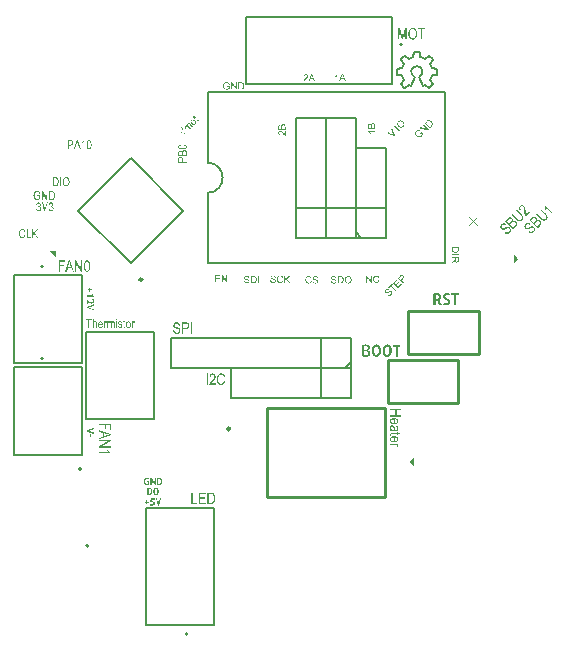
<source format=gbr>
%TF.GenerationSoftware,Altium Limited,Altium Designer,23.4.1 (23)*%
G04 Layer_Color=65535*
%FSLAX26Y26*%
%MOIN*%
%TF.SameCoordinates,059DD823-1BA3-4B86-995A-778C5C10D4F7*%
%TF.FilePolarity,Positive*%
%TF.FileFunction,Legend,Top*%
%TF.Part,CustomerPanel*%
G01*
G75*
%TA.AperFunction,NonConductor*%
%ADD80C,0.009842*%
%ADD81C,0.007874*%
%ADD82C,0.003937*%
%ADD122C,0.006000*%
%ADD123C,0.006742*%
%ADD124C,0.010000*%
%ADD125C,0.005000*%
G36*
X539245Y1261550D02*
Y1245114D01*
X538978Y1244847D01*
X522547Y1261277D01*
X539245Y1261550D01*
D02*
G37*
G36*
X1722270Y556996D02*
X1733892Y568618D01*
X1734270Y568618D01*
Y545382D01*
X1722270Y556996D01*
D02*
G37*
G36*
X2081323Y1234462D02*
X2069701Y1222840D01*
X2069323Y1222840D01*
Y1246076D01*
X2081323Y1234462D01*
D02*
G37*
G36*
X657015Y1132560D02*
X662321D01*
Y1128787D01*
X657015D01*
Y1123678D01*
X653518D01*
Y1128787D01*
X648212D01*
Y1132560D01*
X653518D01*
Y1137669D01*
X657015D01*
Y1132560D01*
D02*
G37*
G36*
X664797Y1118923D02*
X664836Y1118766D01*
X664875Y1118530D01*
X664954Y1118216D01*
X664993Y1117862D01*
X665111Y1117469D01*
X665308Y1116604D01*
Y1116565D01*
X665386Y1116408D01*
X665425Y1116172D01*
X665543Y1115858D01*
X665661Y1115504D01*
X665779Y1115111D01*
X666093Y1114325D01*
X666133Y1114285D01*
X666172Y1114128D01*
X666290Y1113932D01*
X666408Y1113696D01*
X666565Y1113382D01*
X666722Y1113028D01*
X667155Y1112360D01*
X667194Y1112321D01*
X667273Y1112203D01*
X667390Y1112045D01*
X667548Y1111849D01*
X667901Y1111338D01*
X668373Y1110866D01*
Y1107290D01*
X644596D01*
Y1111849D01*
X663342D01*
Y1111888D01*
X663303Y1111928D01*
X663225Y1112045D01*
X663146Y1112203D01*
X662949Y1112635D01*
X662714Y1113185D01*
Y1113224D01*
X662674Y1113303D01*
X662596Y1113460D01*
X662517Y1113696D01*
X662439Y1113932D01*
X662360Y1114207D01*
X662163Y1114836D01*
Y1114875D01*
X662124Y1114993D01*
X662085Y1115150D01*
X662006Y1115347D01*
X661967Y1115622D01*
X661888Y1115897D01*
X661731Y1116565D01*
Y1116604D01*
X661692Y1116722D01*
X661653Y1116879D01*
X661613Y1117115D01*
X661495Y1117665D01*
X661378Y1118294D01*
X664797Y1118962D01*
Y1118923D01*
D02*
G37*
G36*
X657290Y1091413D02*
X657330Y1091374D01*
X657447Y1091295D01*
X657644Y1091138D01*
X657880Y1090981D01*
X658194Y1090784D01*
X658509Y1090548D01*
X659216Y1090116D01*
X659255Y1090077D01*
X659413Y1090037D01*
X659609Y1089919D01*
X659884Y1089802D01*
X660198Y1089723D01*
X660552Y1089605D01*
X660945Y1089566D01*
X661378Y1089526D01*
X661456D01*
X661653D01*
X661967Y1089605D01*
X662321Y1089684D01*
X662753Y1089802D01*
X663185Y1090037D01*
X663618Y1090312D01*
X664011Y1090706D01*
X664050Y1090745D01*
X664168Y1090941D01*
X664325Y1091177D01*
X664521Y1091570D01*
X664718Y1092042D01*
X664875Y1092631D01*
X664993Y1093299D01*
X665032Y1094085D01*
Y1094557D01*
X664993Y1094871D01*
X664954Y1095225D01*
X664914Y1095657D01*
X664757Y1096640D01*
Y1096679D01*
X664718Y1096876D01*
X664639Y1097111D01*
X664561Y1097465D01*
X664443Y1097819D01*
X664325Y1098251D01*
X664011Y1099116D01*
X667508Y1100413D01*
X667548Y1100334D01*
X667626Y1100138D01*
X667744Y1099862D01*
X667862Y1099430D01*
X668019Y1098958D01*
X668176Y1098408D01*
X668334Y1097819D01*
X668452Y1097190D01*
Y1097111D01*
X668491Y1096876D01*
X668569Y1096561D01*
X668648Y1096090D01*
X668687Y1095579D01*
X668766Y1094989D01*
X668805Y1094360D01*
Y1093260D01*
X668766Y1092985D01*
Y1092592D01*
X668687Y1092199D01*
X668648Y1091727D01*
X668569Y1091216D01*
X668334Y1090155D01*
X667980Y1089055D01*
X667783Y1088544D01*
X667508Y1088033D01*
X667233Y1087522D01*
X666880Y1087090D01*
X666840Y1087051D01*
X666801Y1086972D01*
X666683Y1086893D01*
X666526Y1086736D01*
X666329Y1086579D01*
X666093Y1086382D01*
X665818Y1086147D01*
X665504Y1085950D01*
X664757Y1085518D01*
X663853Y1085164D01*
X663342Y1085007D01*
X662792Y1084889D01*
X662242Y1084850D01*
X661613Y1084811D01*
X661574D01*
X661456D01*
X661260D01*
X661024Y1084850D01*
X660749Y1084889D01*
X660434Y1084928D01*
X659766Y1085086D01*
X659727D01*
X659609Y1085125D01*
X659452Y1085164D01*
X659216Y1085243D01*
X658705Y1085479D01*
X658076Y1085754D01*
X658037D01*
X657958Y1085832D01*
X657801Y1085911D01*
X657605Y1086029D01*
X657133Y1086343D01*
X656583Y1086736D01*
X656544Y1086775D01*
X656465Y1086815D01*
X656347Y1086933D01*
X656151Y1087051D01*
X655758Y1087404D01*
X655286Y1087797D01*
X648291Y1094007D01*
Y1084339D01*
X644596D01*
Y1101592D01*
X657290Y1091413D01*
D02*
G37*
G36*
X668373Y1076833D02*
X652889Y1072824D01*
X652849D01*
X652810Y1072785D01*
X652574Y1072745D01*
X652260Y1072667D01*
X651867Y1072588D01*
X651828D01*
X651788Y1072549D01*
X651553Y1072510D01*
X651238Y1072470D01*
X650884Y1072392D01*
X650845D01*
X650806D01*
X650609Y1072352D01*
X650334Y1072313D01*
X650020Y1072274D01*
X649981D01*
X649823Y1072235D01*
X649627Y1072195D01*
X649470Y1072156D01*
Y1072077D01*
X649509D01*
X649548D01*
X649627Y1072038D01*
X649784Y1071999D01*
X649981D01*
X650216Y1071959D01*
X650491Y1071881D01*
X650806Y1071841D01*
X650845D01*
X650963Y1071802D01*
X651159Y1071763D01*
X651435Y1071724D01*
X651749Y1071645D01*
X652103Y1071566D01*
X652889Y1071370D01*
X668373Y1067361D01*
Y1062331D01*
X644596Y1069641D01*
Y1074553D01*
X668373Y1081863D01*
Y1076833D01*
D02*
G37*
G36*
X1690661Y941382D02*
X1682330D01*
Y908123D01*
X1674589D01*
Y941382D01*
X1666126D01*
Y947811D01*
X1690661D01*
Y941382D01*
D02*
G37*
G36*
X1647890Y948467D02*
X1648874Y948336D01*
X1649923Y948139D01*
X1651038Y947811D01*
X1652219Y947418D01*
X1653334Y946893D01*
X1653400D01*
X1653466Y946827D01*
X1653859Y946630D01*
X1654384Y946237D01*
X1655040Y945778D01*
X1655827Y945122D01*
X1656614Y944400D01*
X1657402Y943547D01*
X1658123Y942563D01*
X1658189Y942432D01*
X1658451Y942104D01*
X1658779Y941514D01*
X1659173Y940726D01*
X1659632Y939742D01*
X1660091Y938693D01*
X1660550Y937446D01*
X1660944Y936069D01*
Y936003D01*
X1661010Y935872D01*
Y935675D01*
X1661075Y935413D01*
X1661206Y935085D01*
X1661272Y934691D01*
X1661469Y933642D01*
X1661600Y932461D01*
X1661797Y931083D01*
X1661862Y929574D01*
X1661928Y928000D01*
Y927934D01*
Y927803D01*
Y927541D01*
Y927278D01*
Y926885D01*
X1661862Y926426D01*
X1661797Y925310D01*
X1661666Y924064D01*
X1661534Y922686D01*
X1661272Y921309D01*
X1660944Y919866D01*
Y919800D01*
X1660878Y919734D01*
Y919472D01*
X1660747Y919210D01*
X1660550Y918554D01*
X1660222Y917635D01*
X1659829Y916651D01*
X1659370Y915536D01*
X1658779Y914421D01*
X1658123Y913371D01*
X1658058Y913240D01*
X1657795Y912912D01*
X1657402Y912387D01*
X1656811Y911797D01*
X1656155Y911075D01*
X1655302Y910354D01*
X1654384Y909698D01*
X1653334Y909042D01*
X1653203Y908976D01*
X1652810Y908779D01*
X1652219Y908517D01*
X1651432Y908254D01*
X1650382Y907992D01*
X1649267Y907730D01*
X1647955Y907533D01*
X1646512Y907467D01*
X1645856D01*
X1645134Y907533D01*
X1644216Y907664D01*
X1643166Y907861D01*
X1641986Y908123D01*
X1640805Y908517D01*
X1639690Y909042D01*
X1639558Y909107D01*
X1639230Y909304D01*
X1638706Y909698D01*
X1637984Y910157D01*
X1637262Y910813D01*
X1636475Y911534D01*
X1635622Y912387D01*
X1634901Y913371D01*
X1634835Y913502D01*
X1634573Y913830D01*
X1634245Y914421D01*
X1633851Y915208D01*
X1633392Y916192D01*
X1632933Y917307D01*
X1632474Y918488D01*
X1632080Y919866D01*
Y919931D01*
X1632014Y920062D01*
Y920259D01*
X1631949Y920522D01*
X1631883Y920850D01*
X1631818Y921309D01*
X1631621Y922293D01*
X1631424Y923474D01*
X1631293Y924851D01*
X1631227Y926360D01*
X1631162Y928000D01*
Y928066D01*
Y928197D01*
Y928394D01*
Y928722D01*
Y929115D01*
X1631227Y929574D01*
X1631293Y930624D01*
X1631358Y931870D01*
X1631555Y933248D01*
X1631752Y934626D01*
X1632080Y936069D01*
Y936134D01*
X1632146Y936266D01*
X1632211Y936462D01*
X1632277Y936725D01*
X1632474Y937381D01*
X1632802Y938299D01*
X1633195Y939283D01*
X1633654Y940398D01*
X1634245Y941514D01*
X1634901Y942563D01*
X1634966Y942694D01*
X1635229Y943022D01*
X1635688Y943547D01*
X1636213Y944138D01*
X1636934Y944859D01*
X1637722Y945581D01*
X1638640Y946237D01*
X1639690Y946893D01*
X1639755D01*
X1639821Y946958D01*
X1640214Y947155D01*
X1640805Y947418D01*
X1641658Y947746D01*
X1642642Y948008D01*
X1643822Y948270D01*
X1645134Y948467D01*
X1646512Y948533D01*
X1647168D01*
X1647890Y948467D01*
D02*
G37*
G36*
X1612072D02*
X1613056Y948336D01*
X1614106Y948139D01*
X1615221Y947811D01*
X1616402Y947418D01*
X1617517Y946893D01*
X1617582D01*
X1617648Y946827D01*
X1618042Y946630D01*
X1618566Y946237D01*
X1619222Y945778D01*
X1620010Y945122D01*
X1620797Y944400D01*
X1621584Y943547D01*
X1622306Y942563D01*
X1622371Y942432D01*
X1622634Y942104D01*
X1622962Y941514D01*
X1623355Y940726D01*
X1623814Y939742D01*
X1624274Y938693D01*
X1624733Y937446D01*
X1625126Y936069D01*
Y936003D01*
X1625192Y935872D01*
Y935675D01*
X1625258Y935413D01*
X1625389Y935085D01*
X1625454Y934691D01*
X1625651Y933642D01*
X1625782Y932461D01*
X1625979Y931083D01*
X1626045Y929574D01*
X1626110Y928000D01*
Y927934D01*
Y927803D01*
Y927541D01*
Y927278D01*
Y926885D01*
X1626045Y926426D01*
X1625979Y925310D01*
X1625848Y924064D01*
X1625717Y922686D01*
X1625454Y921309D01*
X1625126Y919866D01*
Y919800D01*
X1625061Y919734D01*
Y919472D01*
X1624930Y919210D01*
X1624733Y918554D01*
X1624405Y917635D01*
X1624011Y916651D01*
X1623552Y915536D01*
X1622962Y914421D01*
X1622306Y913371D01*
X1622240Y913240D01*
X1621978Y912912D01*
X1621584Y912387D01*
X1620994Y911797D01*
X1620338Y911075D01*
X1619485Y910354D01*
X1618566Y909698D01*
X1617517Y909042D01*
X1617386Y908976D01*
X1616992Y908779D01*
X1616402Y908517D01*
X1615614Y908254D01*
X1614565Y907992D01*
X1613450Y907730D01*
X1612138Y907533D01*
X1610694Y907467D01*
X1610038D01*
X1609317Y907533D01*
X1608398Y907664D01*
X1607349Y907861D01*
X1606168Y908123D01*
X1604987Y908517D01*
X1603872Y909042D01*
X1603741Y909107D01*
X1603413Y909304D01*
X1602888Y909698D01*
X1602166Y910157D01*
X1601445Y910813D01*
X1600658Y911534D01*
X1599805Y912387D01*
X1599083Y913371D01*
X1599018Y913502D01*
X1598755Y913830D01*
X1598427Y914421D01*
X1598034Y915208D01*
X1597574Y916192D01*
X1597115Y917307D01*
X1596656Y918488D01*
X1596262Y919866D01*
Y919931D01*
X1596197Y920062D01*
Y920259D01*
X1596131Y920522D01*
X1596066Y920850D01*
X1596000Y921309D01*
X1595803Y922293D01*
X1595606Y923474D01*
X1595475Y924851D01*
X1595410Y926360D01*
X1595344Y928000D01*
Y928066D01*
Y928197D01*
Y928394D01*
Y928722D01*
Y929115D01*
X1595410Y929574D01*
X1595475Y930624D01*
X1595541Y931870D01*
X1595738Y933248D01*
X1595934Y934626D01*
X1596262Y936069D01*
Y936134D01*
X1596328Y936266D01*
X1596394Y936462D01*
X1596459Y936725D01*
X1596656Y937381D01*
X1596984Y938299D01*
X1597378Y939283D01*
X1597837Y940398D01*
X1598427Y941514D01*
X1599083Y942563D01*
X1599149Y942694D01*
X1599411Y943022D01*
X1599870Y943547D01*
X1600395Y944138D01*
X1601117Y944859D01*
X1601904Y945581D01*
X1602822Y946237D01*
X1603872Y946893D01*
X1603938D01*
X1604003Y946958D01*
X1604397Y947155D01*
X1604987Y947418D01*
X1605840Y947746D01*
X1606824Y948008D01*
X1608005Y948270D01*
X1609317Y948467D01*
X1610694Y948533D01*
X1611350D01*
X1612072Y948467D01*
D02*
G37*
G36*
X1576058D02*
X1576910Y948402D01*
X1577960Y948336D01*
X1579075Y948205D01*
X1580190Y947942D01*
X1581240Y947680D01*
X1581306D01*
X1581371Y947614D01*
X1581699Y947549D01*
X1582224Y947352D01*
X1582880Y947090D01*
X1583602Y946762D01*
X1584389Y946368D01*
X1585110Y945909D01*
X1585832Y945384D01*
X1585898Y945318D01*
X1586160Y945122D01*
X1586488Y944859D01*
X1586882Y944466D01*
X1587341Y943941D01*
X1587800Y943350D01*
X1588194Y942694D01*
X1588587Y941973D01*
X1588653Y941907D01*
X1588718Y941645D01*
X1588850Y941251D01*
X1589046Y940726D01*
X1589243Y940070D01*
X1589374Y939349D01*
X1589440Y938496D01*
X1589506Y937643D01*
Y937578D01*
Y937381D01*
Y937053D01*
X1589440Y936594D01*
X1589374Y936134D01*
X1589309Y935610D01*
X1588981Y934494D01*
Y934429D01*
X1588915Y934232D01*
X1588784Y933970D01*
X1588587Y933642D01*
X1588128Y932789D01*
X1587538Y931870D01*
X1587472Y931805D01*
X1587406Y931674D01*
X1587210Y931477D01*
X1586947Y931214D01*
X1586357Y930558D01*
X1585570Y929902D01*
X1585504D01*
X1585373Y929771D01*
X1585176Y929640D01*
X1584914Y929509D01*
X1584192Y929181D01*
X1583274Y928853D01*
Y928722D01*
X1583339D01*
X1583470Y928656D01*
X1583733Y928590D01*
X1584061Y928459D01*
X1584848Y928066D01*
X1585766Y927541D01*
X1585832Y927475D01*
X1585963Y927410D01*
X1586226Y927213D01*
X1586554Y927016D01*
X1587275Y926360D01*
X1588062Y925507D01*
X1588128Y925442D01*
X1588259Y925310D01*
X1588456Y925048D01*
X1588718Y924720D01*
X1588981Y924326D01*
X1589309Y923802D01*
X1589834Y922686D01*
X1589899Y922621D01*
X1589965Y922424D01*
X1590096Y922030D01*
X1590227Y921571D01*
X1590358Y921046D01*
X1590424Y920390D01*
X1590555Y919669D01*
Y918882D01*
Y918816D01*
Y918619D01*
Y918357D01*
X1590490Y918029D01*
X1590424Y917570D01*
X1590358Y917045D01*
X1590030Y915798D01*
X1589571Y914486D01*
X1589243Y913765D01*
X1588850Y913043D01*
X1588390Y912387D01*
X1587866Y911731D01*
X1587275Y911075D01*
X1586554Y910485D01*
X1586488D01*
X1586357Y910354D01*
X1586160Y910222D01*
X1585832Y910026D01*
X1585373Y909763D01*
X1584914Y909501D01*
X1584323Y909238D01*
X1583602Y908976D01*
X1582814Y908714D01*
X1581962Y908451D01*
X1580978Y908189D01*
X1579928Y907926D01*
X1578813Y907730D01*
X1577566Y907598D01*
X1576254Y907533D01*
X1574811Y907467D01*
X1574221D01*
X1573565Y907533D01*
X1572712D01*
X1571662Y907598D01*
X1570547Y907730D01*
X1569301Y907861D01*
X1568054Y908058D01*
X1567923D01*
X1567530Y908189D01*
X1566939Y908320D01*
X1566152Y908451D01*
X1565299Y908714D01*
X1564446Y908976D01*
X1563528Y909238D01*
X1562741Y909566D01*
Y946368D01*
X1562872Y946434D01*
X1563134Y946499D01*
X1563594Y946696D01*
X1564250Y946893D01*
X1565037Y947155D01*
X1565955Y947418D01*
X1566939Y947614D01*
X1568054Y947877D01*
X1568186D01*
X1568579Y948008D01*
X1569235Y948074D01*
X1570088Y948205D01*
X1571072Y948336D01*
X1572187Y948402D01*
X1573368Y948533D01*
X1575336D01*
X1576058Y948467D01*
D02*
G37*
G36*
X876989Y470923D02*
X877578Y470844D01*
X878207Y470727D01*
X878875Y470530D01*
X879582Y470294D01*
X880250Y469980D01*
X880290D01*
X880329Y469941D01*
X880565Y469823D01*
X880879Y469587D01*
X881272Y469312D01*
X881744Y468919D01*
X882215Y468486D01*
X882687Y467976D01*
X883119Y467386D01*
X883159Y467308D01*
X883316Y467111D01*
X883512Y466757D01*
X883748Y466286D01*
X884023Y465696D01*
X884298Y465067D01*
X884573Y464321D01*
X884809Y463495D01*
Y463456D01*
X884848Y463377D01*
Y463260D01*
X884888Y463102D01*
X884966Y462906D01*
X885006Y462670D01*
X885124Y462041D01*
X885202Y461334D01*
X885320Y460509D01*
X885359Y459605D01*
X885399Y458661D01*
Y458622D01*
Y458544D01*
Y458386D01*
Y458229D01*
Y457993D01*
X885359Y457718D01*
X885320Y457050D01*
X885241Y456303D01*
X885163Y455478D01*
X885006Y454653D01*
X884809Y453788D01*
Y453749D01*
X884770Y453710D01*
Y453553D01*
X884691Y453395D01*
X884573Y453002D01*
X884377Y452452D01*
X884141Y451863D01*
X883866Y451195D01*
X883512Y450526D01*
X883119Y449898D01*
X883080Y449819D01*
X882923Y449623D01*
X882687Y449308D01*
X882333Y448954D01*
X881940Y448522D01*
X881429Y448090D01*
X880879Y447697D01*
X880250Y447304D01*
X880172Y447264D01*
X879936Y447147D01*
X879582Y446989D01*
X879111Y446832D01*
X878482Y446675D01*
X877814Y446518D01*
X877028Y446400D01*
X876163Y446361D01*
X875770D01*
X875338Y446400D01*
X874788Y446478D01*
X874159Y446596D01*
X873452Y446754D01*
X872744Y446989D01*
X872076Y447304D01*
X871997Y447343D01*
X871801Y447461D01*
X871486Y447697D01*
X871054Y447972D01*
X870622Y448365D01*
X870150Y448797D01*
X869639Y449308D01*
X869207Y449898D01*
X869168Y449976D01*
X869011Y450173D01*
X868814Y450526D01*
X868578Y450998D01*
X868303Y451587D01*
X868028Y452256D01*
X867753Y452963D01*
X867517Y453788D01*
Y453828D01*
X867478Y453906D01*
Y454024D01*
X867439Y454181D01*
X867399Y454378D01*
X867360Y454653D01*
X867242Y455242D01*
X867124Y455950D01*
X867046Y456775D01*
X867006Y457679D01*
X866967Y458661D01*
Y458701D01*
Y458779D01*
Y458897D01*
Y459094D01*
Y459330D01*
X867006Y459605D01*
X867046Y460233D01*
X867085Y460980D01*
X867203Y461805D01*
X867321Y462631D01*
X867517Y463495D01*
Y463535D01*
X867557Y463613D01*
X867596Y463731D01*
X867635Y463888D01*
X867753Y464281D01*
X867949Y464832D01*
X868185Y465421D01*
X868460Y466089D01*
X868814Y466757D01*
X869207Y467386D01*
X869246Y467465D01*
X869404Y467661D01*
X869679Y467976D01*
X869993Y468329D01*
X870425Y468762D01*
X870897Y469194D01*
X871447Y469587D01*
X872076Y469980D01*
X872115D01*
X872155Y470019D01*
X872390Y470137D01*
X872744Y470294D01*
X873255Y470491D01*
X873845Y470648D01*
X874552Y470805D01*
X875338Y470923D01*
X876163Y470962D01*
X876556D01*
X876989Y470923D01*
D02*
G37*
G36*
X854234D02*
X854666Y470884D01*
X855138Y470805D01*
X855688Y470687D01*
X856238Y470569D01*
X856867Y470412D01*
X857496Y470216D01*
X858125Y469941D01*
X858793Y469626D01*
X859421Y469272D01*
X860011Y468840D01*
X860600Y468369D01*
X861151Y467818D01*
X861190Y467779D01*
X861269Y467661D01*
X861426Y467504D01*
X861583Y467229D01*
X861779Y466914D01*
X862015Y466522D01*
X862290Y466050D01*
X862565Y465500D01*
X862801Y464871D01*
X863076Y464203D01*
X863312Y463456D01*
X863509Y462631D01*
X863666Y461727D01*
X863823Y460784D01*
X863902Y459762D01*
X863941Y458661D01*
Y458583D01*
Y458386D01*
Y458072D01*
X863902Y457679D01*
X863862Y457168D01*
X863784Y456579D01*
X863705Y455950D01*
X863587Y455242D01*
X863430Y454496D01*
X863273Y453749D01*
X863037Y453002D01*
X862762Y452216D01*
X862447Y451470D01*
X862054Y450762D01*
X861662Y450094D01*
X861151Y449465D01*
X861111Y449426D01*
X861033Y449347D01*
X860875Y449190D01*
X860640Y448994D01*
X860365Y448758D01*
X860011Y448483D01*
X859618Y448208D01*
X859146Y447933D01*
X858635Y447618D01*
X858046Y447343D01*
X857417Y447068D01*
X856710Y446832D01*
X855963Y446636D01*
X855177Y446478D01*
X854312Y446400D01*
X853409Y446361D01*
X853055D01*
X852701Y446400D01*
X852190D01*
X851601Y446439D01*
X850972Y446518D01*
X849675Y446714D01*
X849596D01*
X849400Y446793D01*
X849086Y446872D01*
X848692Y446950D01*
X848221Y447107D01*
X847789Y447264D01*
X847317Y447422D01*
X846885Y447618D01*
Y469666D01*
X846924Y469705D01*
X847081Y469744D01*
X847317Y469862D01*
X847671Y469980D01*
X848064Y470137D01*
X848535Y470294D01*
X849086Y470412D01*
X849714Y470569D01*
X849793D01*
X850029Y470648D01*
X850382Y470687D01*
X850815Y470766D01*
X851365Y470844D01*
X851994Y470884D01*
X852701Y470962D01*
X853880D01*
X854234Y470923D01*
D02*
G37*
G36*
X669589Y665571D02*
X654105Y661563D01*
X654066D01*
X654026Y661524D01*
X653790Y661484D01*
X653476Y661406D01*
X653083Y661327D01*
X653044D01*
X653004Y661288D01*
X652769Y661248D01*
X652454Y661209D01*
X652101Y661130D01*
X652061D01*
X652022D01*
X651825Y661091D01*
X651550Y661052D01*
X651236Y661013D01*
X651197D01*
X651039Y660973D01*
X650843Y660934D01*
X650686Y660895D01*
Y660816D01*
X650725D01*
X650764D01*
X650843Y660777D01*
X651000Y660737D01*
X651197D01*
X651432Y660698D01*
X651707Y660620D01*
X652022Y660580D01*
X652061D01*
X652179Y660541D01*
X652376Y660502D01*
X652651Y660462D01*
X652965Y660384D01*
X653319Y660305D01*
X654105Y660109D01*
X669589Y656100D01*
Y651070D01*
X645812Y658380D01*
Y663292D01*
X669589Y670602D01*
Y665571D01*
D02*
G37*
G36*
X658389Y639398D02*
X654576D01*
Y648830D01*
X658389D01*
Y639398D01*
D02*
G37*
G36*
X886656Y411537D02*
X881744D01*
X874434Y435313D01*
X879464D01*
X883473Y419829D01*
Y419790D01*
X883512Y419750D01*
X883552Y419514D01*
X883630Y419200D01*
X883709Y418807D01*
Y418768D01*
X883748Y418728D01*
X883787Y418493D01*
X883827Y418178D01*
X883905Y417825D01*
Y417785D01*
Y417746D01*
X883945Y417550D01*
X883984Y417274D01*
X884023Y416960D01*
Y416921D01*
X884062Y416764D01*
X884102Y416567D01*
X884141Y416410D01*
X884220D01*
Y416449D01*
Y416488D01*
X884259Y416567D01*
X884298Y416724D01*
Y416921D01*
X884338Y417156D01*
X884416Y417432D01*
X884456Y417746D01*
Y417785D01*
X884495Y417903D01*
X884534Y418100D01*
X884573Y418375D01*
X884652Y418689D01*
X884731Y419043D01*
X884927Y419829D01*
X888936Y435313D01*
X893966D01*
X886656Y411537D01*
D02*
G37*
G36*
X847199Y423955D02*
X852308D01*
Y420458D01*
X847199D01*
Y415152D01*
X843426D01*
Y420458D01*
X838317D01*
Y423955D01*
X843426D01*
Y429261D01*
X847199D01*
Y423955D01*
D02*
G37*
G36*
X871369Y431619D02*
X862487D01*
X861819Y426038D01*
X862919D01*
X863273Y425999D01*
X863666D01*
X864098Y425920D01*
X864609Y425881D01*
X865120Y425803D01*
X866260Y425567D01*
X867439Y425213D01*
X868028Y424977D01*
X868539Y424741D01*
X869050Y424427D01*
X869521Y424073D01*
X869561Y424034D01*
X869639Y423995D01*
X869757Y423877D01*
X869875Y423720D01*
X870072Y423523D01*
X870268Y423287D01*
X870465Y423012D01*
X870701Y422698D01*
X870936Y422305D01*
X871133Y421912D01*
X871329Y421479D01*
X871526Y421008D01*
X871644Y420458D01*
X871762Y419908D01*
X871840Y419318D01*
X871880Y418689D01*
Y418650D01*
Y418611D01*
Y418375D01*
X871840Y418021D01*
X871801Y417589D01*
X871722Y417039D01*
X871565Y416488D01*
X871408Y415938D01*
X871172Y415388D01*
X871133Y415309D01*
X871054Y415152D01*
X870897Y414877D01*
X870661Y414563D01*
X870386Y414209D01*
X870032Y413816D01*
X869639Y413423D01*
X869207Y413030D01*
X869168Y412991D01*
X868971Y412873D01*
X868736Y412716D01*
X868382Y412519D01*
X867910Y412283D01*
X867399Y412048D01*
X866849Y411812D01*
X866220Y411615D01*
X866142D01*
X865906Y411537D01*
X865552Y411458D01*
X865120Y411379D01*
X864570Y411301D01*
X863902Y411222D01*
X863234Y411183D01*
X862487Y411144D01*
X862172D01*
X861819Y411183D01*
X861347D01*
X860797Y411222D01*
X860168Y411301D01*
X859500Y411379D01*
X858832Y411497D01*
X858753D01*
X858518Y411576D01*
X858203Y411654D01*
X857771Y411733D01*
X857260Y411890D01*
X856710Y412048D01*
X855609Y412401D01*
X857024Y415899D01*
X857063D01*
X857221Y415820D01*
X857417Y415742D01*
X857731Y415624D01*
X858085Y415506D01*
X858518Y415388D01*
X858989Y415270D01*
X859500Y415152D01*
X859579D01*
X859775Y415113D01*
X860050Y415074D01*
X860404Y415034D01*
X860875Y414995D01*
X861347Y414956D01*
X862369Y414916D01*
X862723D01*
X863155Y414956D01*
X863666Y415034D01*
X864216Y415152D01*
X864806Y415309D01*
X865395Y415545D01*
X865906Y415860D01*
X865945Y415899D01*
X866102Y416056D01*
X866338Y416253D01*
X866574Y416567D01*
X866810Y416960D01*
X867046Y417432D01*
X867203Y417942D01*
X867242Y418571D01*
Y418611D01*
Y418728D01*
Y418925D01*
X867203Y419122D01*
X867085Y419672D01*
X866849Y420261D01*
Y420300D01*
X866770Y420379D01*
X866692Y420536D01*
X866574Y420693D01*
X866220Y421126D01*
X865985Y421362D01*
X865709Y421558D01*
X865670Y421597D01*
X865552Y421637D01*
X865395Y421755D01*
X865159Y421873D01*
X864884Y422030D01*
X864530Y422148D01*
X864098Y422305D01*
X863666Y422423D01*
X863626D01*
X863430Y422462D01*
X863194Y422541D01*
X862841Y422580D01*
X862369Y422659D01*
X861858Y422698D01*
X861308Y422737D01*
X859932D01*
X859618Y422698D01*
X858989Y422659D01*
X858675D01*
X858439Y422619D01*
X858164Y422580D01*
X857849D01*
X857103Y422462D01*
X858557Y435313D01*
X871369D01*
Y431619D01*
D02*
G37*
G36*
X1847509Y1119453D02*
X1848297Y1119387D01*
X1849149Y1119256D01*
X1850921Y1118928D01*
X1851052D01*
X1851314Y1118862D01*
X1851773Y1118731D01*
X1852298Y1118534D01*
X1852954Y1118338D01*
X1853676Y1118075D01*
X1855119Y1117353D01*
X1852692Y1111121D01*
X1852626Y1111187D01*
X1852429Y1111253D01*
X1852167Y1111384D01*
X1851773Y1111581D01*
X1851380Y1111777D01*
X1850855Y1111974D01*
X1849674Y1112368D01*
X1849609D01*
X1849412Y1112434D01*
X1849084Y1112499D01*
X1848625Y1112630D01*
X1848100Y1112696D01*
X1847509Y1112762D01*
X1846197Y1112827D01*
X1845804D01*
X1845279Y1112762D01*
X1844754Y1112696D01*
X1844098Y1112499D01*
X1843377Y1112302D01*
X1842721Y1111974D01*
X1842130Y1111515D01*
X1842065Y1111449D01*
X1841933Y1111318D01*
X1841671Y1110990D01*
X1841409Y1110662D01*
X1841146Y1110138D01*
X1840884Y1109613D01*
X1840753Y1108891D01*
X1840687Y1108169D01*
Y1108104D01*
Y1107907D01*
X1840753Y1107579D01*
X1840818Y1107186D01*
X1840949Y1106726D01*
X1841146Y1106267D01*
X1841409Y1105808D01*
X1841802Y1105349D01*
X1841868Y1105283D01*
X1841999Y1105152D01*
X1842261Y1104955D01*
X1842589Y1104693D01*
X1843049Y1104365D01*
X1843508Y1103971D01*
X1844689Y1103249D01*
X1844754Y1103184D01*
X1845017Y1103053D01*
X1845345Y1102856D01*
X1845804Y1102659D01*
X1846394Y1102331D01*
X1847050Y1102003D01*
X1848493Y1101282D01*
X1848559Y1101216D01*
X1848821Y1101085D01*
X1849215Y1100888D01*
X1849740Y1100626D01*
X1850330Y1100232D01*
X1850921Y1099838D01*
X1852233Y1098854D01*
X1852298Y1098789D01*
X1852561Y1098592D01*
X1852823Y1098330D01*
X1853282Y1097936D01*
X1853741Y1097411D01*
X1854201Y1096886D01*
X1854660Y1096230D01*
X1855119Y1095509D01*
X1855185Y1095443D01*
X1855316Y1095181D01*
X1855513Y1094722D01*
X1855709Y1094131D01*
X1855906Y1093475D01*
X1856103Y1092622D01*
X1856234Y1091638D01*
X1856300Y1090589D01*
Y1090457D01*
Y1090130D01*
X1856234Y1089605D01*
X1856169Y1088949D01*
X1856103Y1088161D01*
X1855906Y1087309D01*
X1855709Y1086456D01*
X1855381Y1085603D01*
X1855316Y1085537D01*
X1855185Y1085209D01*
X1854988Y1084816D01*
X1854725Y1084291D01*
X1854332Y1083701D01*
X1853873Y1083110D01*
X1853348Y1082454D01*
X1852692Y1081798D01*
X1852626Y1081733D01*
X1852364Y1081536D01*
X1852036Y1081208D01*
X1851511Y1080880D01*
X1850921Y1080486D01*
X1850199Y1080027D01*
X1849346Y1079633D01*
X1848428Y1079305D01*
X1848297Y1079240D01*
X1847969Y1079174D01*
X1847444Y1079043D01*
X1846788Y1078912D01*
X1845935Y1078715D01*
X1844951Y1078584D01*
X1843901Y1078518D01*
X1842721Y1078453D01*
X1841737D01*
X1841015Y1078518D01*
X1840228Y1078584D01*
X1839309Y1078649D01*
X1837341Y1078977D01*
X1837210D01*
X1836882Y1079043D01*
X1836423Y1079174D01*
X1835767Y1079371D01*
X1835045Y1079568D01*
X1834193Y1079830D01*
X1832487Y1080552D01*
X1835045Y1087243D01*
X1835111D01*
X1835308Y1087112D01*
X1835636Y1086981D01*
X1836095Y1086784D01*
X1836620Y1086587D01*
X1837210Y1086390D01*
X1838522Y1085931D01*
X1838588D01*
X1838850Y1085866D01*
X1839244Y1085800D01*
X1839703Y1085669D01*
X1840293Y1085603D01*
X1840949Y1085472D01*
X1842327Y1085406D01*
X1842786D01*
X1843311Y1085472D01*
X1843967Y1085603D01*
X1844623Y1085734D01*
X1845345Y1085931D01*
X1846066Y1086259D01*
X1846722Y1086718D01*
X1846788Y1086784D01*
X1846985Y1086981D01*
X1847247Y1087243D01*
X1847575Y1087637D01*
X1847837Y1088161D01*
X1848100Y1088752D01*
X1848297Y1089408D01*
X1848362Y1090195D01*
Y1090261D01*
Y1090457D01*
X1848297Y1090785D01*
X1848231Y1091179D01*
X1848100Y1091638D01*
X1847837Y1092098D01*
X1847575Y1092557D01*
X1847181Y1093016D01*
X1847116Y1093082D01*
X1846985Y1093213D01*
X1846722Y1093409D01*
X1846394Y1093737D01*
X1846001Y1094065D01*
X1845541Y1094393D01*
X1844951Y1094787D01*
X1844361Y1095115D01*
X1844295Y1095181D01*
X1844033Y1095312D01*
X1843705Y1095509D01*
X1843245Y1095706D01*
X1842721Y1096034D01*
X1842065Y1096361D01*
X1840621Y1097017D01*
X1840556Y1097083D01*
X1840293Y1097214D01*
X1839900Y1097411D01*
X1839441Y1097674D01*
X1838850Y1098002D01*
X1838260Y1098461D01*
X1836948Y1099379D01*
X1836882Y1099445D01*
X1836685Y1099641D01*
X1836357Y1099904D01*
X1835964Y1100297D01*
X1835505Y1100822D01*
X1835045Y1101347D01*
X1834521Y1102003D01*
X1834061Y1102725D01*
X1833996Y1102790D01*
X1833865Y1103118D01*
X1833733Y1103512D01*
X1833537Y1104102D01*
X1833274Y1104824D01*
X1833143Y1105677D01*
X1833012Y1106661D01*
X1832946Y1107710D01*
Y1107841D01*
Y1108169D01*
X1833012Y1108694D01*
X1833077Y1109350D01*
X1833143Y1110072D01*
X1833340Y1110925D01*
X1833537Y1111712D01*
X1833865Y1112565D01*
X1833930Y1112630D01*
X1834061Y1112958D01*
X1834258Y1113352D01*
X1834521Y1113811D01*
X1834914Y1114401D01*
X1835308Y1115057D01*
X1835833Y1115648D01*
X1836423Y1116238D01*
X1836489Y1116304D01*
X1836751Y1116501D01*
X1837079Y1116763D01*
X1837604Y1117157D01*
X1838194Y1117550D01*
X1838850Y1117944D01*
X1839637Y1118338D01*
X1840490Y1118666D01*
X1840621Y1118731D01*
X1840949Y1118797D01*
X1841409Y1118928D01*
X1842065Y1119125D01*
X1842852Y1119256D01*
X1843770Y1119387D01*
X1844820Y1119453D01*
X1845869Y1119518D01*
X1846853D01*
X1847509Y1119453D01*
D02*
G37*
G36*
X1884836Y1112368D02*
X1876505D01*
Y1079109D01*
X1868764D01*
Y1112368D01*
X1860301D01*
Y1118797D01*
X1884836D01*
Y1112368D01*
D02*
G37*
G36*
X1813266Y1119453D02*
X1813857D01*
X1814578Y1119322D01*
X1815365Y1119256D01*
X1816218Y1119125D01*
X1818055Y1118731D01*
X1819892Y1118141D01*
X1820810Y1117813D01*
X1821663Y1117353D01*
X1822516Y1116894D01*
X1823237Y1116304D01*
X1823303Y1116238D01*
X1823434Y1116173D01*
X1823565Y1115976D01*
X1823828Y1115714D01*
X1824090Y1115386D01*
X1824418Y1114992D01*
X1824812Y1114533D01*
X1825140Y1114008D01*
X1825861Y1112762D01*
X1826452Y1111253D01*
X1826714Y1110400D01*
X1826911Y1109482D01*
X1826977Y1108563D01*
X1827042Y1107514D01*
Y1107448D01*
Y1107120D01*
Y1106726D01*
X1826977Y1106201D01*
X1826911Y1105611D01*
X1826780Y1105021D01*
X1826386Y1103709D01*
Y1103643D01*
X1826255Y1103446D01*
X1826124Y1103118D01*
X1825927Y1102725D01*
X1825402Y1101806D01*
X1824681Y1100822D01*
X1824615Y1100757D01*
X1824484Y1100626D01*
X1824287Y1100429D01*
X1823959Y1100166D01*
X1823631Y1099838D01*
X1823172Y1099510D01*
X1822188Y1098854D01*
X1822122D01*
X1821925Y1098723D01*
X1821663Y1098592D01*
X1821335Y1098395D01*
X1820876Y1098198D01*
X1820417Y1098002D01*
X1819301Y1097608D01*
Y1097542D01*
X1819367Y1097477D01*
X1819564Y1097345D01*
X1819826Y1097149D01*
X1820220Y1096886D01*
X1820613Y1096558D01*
X1821073Y1096165D01*
X1821925Y1095115D01*
X1821991Y1095050D01*
X1822122Y1094853D01*
X1822319Y1094525D01*
X1822581Y1094131D01*
X1822909Y1093606D01*
X1823237Y1093016D01*
X1823893Y1091704D01*
X1829207Y1079109D01*
X1821007D01*
X1816021Y1091245D01*
Y1091310D01*
X1815890Y1091573D01*
X1815693Y1091901D01*
X1815497Y1092294D01*
X1814841Y1093213D01*
X1814447Y1093737D01*
X1813988Y1094131D01*
X1813922Y1094197D01*
X1813791Y1094328D01*
X1813463Y1094459D01*
X1813135Y1094722D01*
X1812610Y1094918D01*
X1812085Y1095050D01*
X1811364Y1095181D01*
X1810642Y1095246D01*
X1807756D01*
Y1079109D01*
X1800146D01*
Y1117353D01*
X1800277Y1117419D01*
X1800540Y1117550D01*
X1801065Y1117747D01*
X1801721Y1117944D01*
X1802508Y1118206D01*
X1803426Y1118469D01*
X1804476Y1118731D01*
X1805591Y1118928D01*
X1805722D01*
X1806116Y1118994D01*
X1806772Y1119125D01*
X1807559Y1119256D01*
X1808543Y1119322D01*
X1809658Y1119453D01*
X1810773Y1119518D01*
X1812741D01*
X1813266Y1119453D01*
D02*
G37*
G36*
X848083Y504388D02*
X848594Y504348D01*
X849184Y504270D01*
X850363Y504034D01*
X850441D01*
X850638Y503955D01*
X850913Y503877D01*
X851306Y503798D01*
X851699Y503641D01*
X852131Y503523D01*
X852524Y503327D01*
X852917Y503130D01*
X851463Y499514D01*
X851424D01*
X851345Y499593D01*
X851188Y499672D01*
X850992Y499750D01*
X850716Y499868D01*
X850402Y499947D01*
X850048Y500065D01*
X849655Y500183D01*
X849616D01*
X849459Y500222D01*
X849223Y500261D01*
X848948Y500340D01*
X848555Y500379D01*
X848123Y500418D01*
X847651Y500458D01*
X846904D01*
X846629Y500418D01*
X846276Y500379D01*
X845883Y500340D01*
X845411Y500261D01*
X844939Y500104D01*
X844468Y499947D01*
X844428Y499907D01*
X844271Y499868D01*
X844035Y499750D01*
X843760Y499593D01*
X843407Y499357D01*
X843053Y499121D01*
X842699Y498768D01*
X842346Y498414D01*
X842306Y498375D01*
X842188Y498217D01*
X842031Y498021D01*
X841835Y497707D01*
X841599Y497314D01*
X841363Y496881D01*
X841127Y496370D01*
X840891Y495820D01*
X840852Y495742D01*
X840813Y495545D01*
X840734Y495231D01*
X840656Y494798D01*
X840538Y494248D01*
X840459Y493619D01*
X840420Y492912D01*
X840381Y492126D01*
Y492087D01*
Y492047D01*
Y491930D01*
Y491772D01*
X840420Y491379D01*
X840459Y490868D01*
X840499Y490279D01*
X840577Y489689D01*
X840695Y489061D01*
X840852Y488432D01*
X840891Y488353D01*
X840931Y488157D01*
X841049Y487882D01*
X841206Y487528D01*
X841363Y487096D01*
X841599Y486663D01*
X841874Y486231D01*
X842149Y485799D01*
X842188Y485759D01*
X842306Y485642D01*
X842463Y485445D01*
X842699Y485209D01*
X842974Y484934D01*
X843289Y484698D01*
X843643Y484423D01*
X844035Y484227D01*
X844075Y484187D01*
X844232Y484148D01*
X844428Y484070D01*
X844704Y483991D01*
X845057Y483873D01*
X845411Y483794D01*
X845804Y483755D01*
X846236Y483716D01*
X846747D01*
X847258Y483755D01*
X847769Y483794D01*
X847808D01*
X847887Y483834D01*
X848162Y483873D01*
X848476Y483952D01*
X848751Y484070D01*
Y490711D01*
X845136D01*
Y494248D01*
X853114D01*
Y481083D01*
X853074Y481043D01*
X852957Y481004D01*
X852721Y480886D01*
X852446Y480768D01*
X852053Y480650D01*
X851581Y480493D01*
X851070Y480375D01*
X850441Y480218D01*
X850363D01*
X850127Y480139D01*
X849773Y480100D01*
X849302Y480022D01*
X848751Y479943D01*
X848083Y479904D01*
X847337Y479825D01*
X846118D01*
X845922Y479864D01*
X845647D01*
X845057Y479943D01*
X844389Y480022D01*
X843603Y480179D01*
X842856Y480375D01*
X842071Y480650D01*
X842031D01*
X841992Y480690D01*
X841874Y480729D01*
X841756Y480808D01*
X841363Y481004D01*
X840891Y481279D01*
X840341Y481633D01*
X839791Y482065D01*
X839202Y482576D01*
X838651Y483126D01*
X838573Y483205D01*
X838416Y483401D01*
X838180Y483755D01*
X837865Y484227D01*
X837512Y484777D01*
X837158Y485445D01*
X836804Y486192D01*
X836490Y487017D01*
Y487056D01*
X836451Y487135D01*
X836411Y487253D01*
X836372Y487410D01*
X836333Y487646D01*
X836254Y487882D01*
X836136Y488510D01*
X835979Y489257D01*
X835861Y490122D01*
X835783Y491104D01*
X835743Y492126D01*
Y492165D01*
Y492244D01*
Y492401D01*
Y492598D01*
X835783Y492833D01*
Y493148D01*
X835861Y493816D01*
X835940Y494602D01*
X836058Y495427D01*
X836254Y496331D01*
X836529Y497196D01*
Y497235D01*
X836568Y497314D01*
X836608Y497432D01*
X836686Y497589D01*
X836883Y498021D01*
X837119Y498532D01*
X837433Y499161D01*
X837826Y499789D01*
X838298Y500458D01*
X838809Y501086D01*
X838887Y501165D01*
X839084Y501361D01*
X839398Y501637D01*
X839830Y501990D01*
X840341Y502383D01*
X840931Y502816D01*
X841599Y503209D01*
X842346Y503562D01*
X842385D01*
X842424Y503602D01*
X842542Y503641D01*
X842699Y503680D01*
X843132Y503837D01*
X843721Y503995D01*
X844389Y504152D01*
X845175Y504309D01*
X846040Y504388D01*
X846944Y504427D01*
X847612D01*
X848083Y504388D01*
D02*
G37*
G36*
X875082Y480218D02*
X871270D01*
X862742Y494327D01*
X862703Y494366D01*
X862664Y494484D01*
X862546Y494680D01*
X862389Y494916D01*
X862114Y495466D01*
X861799Y496056D01*
Y496095D01*
X861760Y496174D01*
X861681Y496331D01*
X861603Y496488D01*
X861445Y496842D01*
X861367Y496999D01*
X861327Y497117D01*
X861249D01*
Y497078D01*
Y497038D01*
Y496921D01*
X861288Y496803D01*
Y496410D01*
Y495899D01*
Y495860D01*
Y495781D01*
Y495584D01*
X861327Y495388D01*
Y495113D01*
Y494798D01*
Y494405D01*
Y494012D01*
Y480218D01*
X857398D01*
Y503995D01*
X861367D01*
X869698Y490279D01*
X869738Y490240D01*
X869777Y490122D01*
X869856Y489964D01*
X869973Y489768D01*
X870249Y489218D01*
X870524Y488668D01*
Y488628D01*
X870602Y488550D01*
X870642Y488392D01*
X870760Y488235D01*
X870956Y487842D01*
X871113Y487449D01*
X871153D01*
Y487528D01*
Y487724D01*
Y487882D01*
Y488078D01*
X871113Y488353D01*
Y488628D01*
Y488668D01*
Y488786D01*
Y488982D01*
Y489218D01*
Y489493D01*
Y489847D01*
Y490240D01*
Y490672D01*
Y503995D01*
X875082D01*
Y480218D01*
D02*
G37*
G36*
X886833Y504388D02*
X887265Y504348D01*
X887737Y504270D01*
X888287Y504152D01*
X888837Y504034D01*
X889466Y503877D01*
X890095Y503680D01*
X890724Y503405D01*
X891392Y503091D01*
X892021Y502737D01*
X892610Y502305D01*
X893200Y501833D01*
X893750Y501283D01*
X893789Y501244D01*
X893868Y501126D01*
X894025Y500969D01*
X894182Y500693D01*
X894379Y500379D01*
X894615Y499986D01*
X894890Y499514D01*
X895165Y498964D01*
X895401Y498335D01*
X895676Y497667D01*
X895912Y496921D01*
X896108Y496095D01*
X896265Y495191D01*
X896422Y494248D01*
X896501Y493226D01*
X896540Y492126D01*
Y492047D01*
Y491851D01*
Y491536D01*
X896501Y491144D01*
X896462Y490633D01*
X896383Y490043D01*
X896304Y489414D01*
X896187Y488707D01*
X896029Y487960D01*
X895872Y487214D01*
X895636Y486467D01*
X895361Y485681D01*
X895047Y484934D01*
X894654Y484227D01*
X894261Y483559D01*
X893750Y482930D01*
X893711Y482890D01*
X893632Y482812D01*
X893475Y482655D01*
X893239Y482458D01*
X892964Y482222D01*
X892610Y481947D01*
X892217Y481672D01*
X891746Y481397D01*
X891235Y481083D01*
X890645Y480808D01*
X890016Y480533D01*
X889309Y480297D01*
X888562Y480100D01*
X887776Y479943D01*
X886912Y479864D01*
X886008Y479825D01*
X885654D01*
X885301Y479864D01*
X884790D01*
X884200Y479904D01*
X883571Y479982D01*
X882274Y480179D01*
X882196D01*
X881999Y480257D01*
X881685Y480336D01*
X881292Y480415D01*
X880820Y480572D01*
X880388Y480729D01*
X879916Y480886D01*
X879484Y481083D01*
Y503130D01*
X879523Y503169D01*
X879681Y503209D01*
X879916Y503327D01*
X880270Y503444D01*
X880663Y503602D01*
X881135Y503759D01*
X881685Y503877D01*
X882314Y504034D01*
X882392D01*
X882628Y504113D01*
X882982Y504152D01*
X883414Y504230D01*
X883964Y504309D01*
X884593Y504348D01*
X885301Y504427D01*
X886480D01*
X886833Y504388D01*
D02*
G37*
G36*
X1611700Y1178211D02*
X1612010Y1178180D01*
X1612382Y1178149D01*
X1612785Y1178087D01*
X1613219Y1178025D01*
X1614149Y1177808D01*
X1614645Y1177653D01*
X1615172Y1177467D01*
X1615668Y1177250D01*
X1616164Y1177033D01*
X1616660Y1176723D01*
X1617125Y1176413D01*
X1617156Y1176382D01*
X1617218Y1176320D01*
X1617373Y1176227D01*
X1617528Y1176072D01*
X1617714Y1175886D01*
X1617962Y1175669D01*
X1618210Y1175390D01*
X1618489Y1175080D01*
X1618768Y1174739D01*
X1619047Y1174367D01*
X1619326Y1173933D01*
X1619605Y1173499D01*
X1619884Y1173003D01*
X1620132Y1172476D01*
X1620380Y1171887D01*
X1620566Y1171298D01*
X1617466Y1170554D01*
Y1170585D01*
X1617435Y1170678D01*
X1617373Y1170802D01*
X1617311Y1170988D01*
X1617218Y1171205D01*
X1617125Y1171453D01*
X1616846Y1172011D01*
X1616505Y1172631D01*
X1616102Y1173251D01*
X1615606Y1173840D01*
X1615327Y1174088D01*
X1615048Y1174336D01*
X1615017D01*
X1614986Y1174398D01*
X1614893Y1174460D01*
X1614769Y1174522D01*
X1614614Y1174615D01*
X1614428Y1174708D01*
X1613963Y1174956D01*
X1613374Y1175173D01*
X1612692Y1175359D01*
X1611917Y1175483D01*
X1611049Y1175545D01*
X1610770D01*
X1610584Y1175514D01*
X1610367D01*
X1610088Y1175483D01*
X1609778Y1175421D01*
X1609437Y1175390D01*
X1608724Y1175235D01*
X1607949Y1174987D01*
X1607174Y1174646D01*
X1606802Y1174460D01*
X1606430Y1174212D01*
X1606399D01*
X1606337Y1174150D01*
X1606244Y1174088D01*
X1606120Y1173964D01*
X1605810Y1173685D01*
X1605438Y1173282D01*
X1605004Y1172786D01*
X1604570Y1172166D01*
X1604167Y1171484D01*
X1603857Y1170678D01*
Y1170647D01*
X1603826Y1170585D01*
X1603795Y1170461D01*
X1603733Y1170306D01*
X1603671Y1170089D01*
X1603609Y1169841D01*
X1603547Y1169562D01*
X1603485Y1169283D01*
X1603361Y1168570D01*
X1603237Y1167795D01*
X1603144Y1166958D01*
X1603113Y1166090D01*
Y1166059D01*
Y1165966D01*
Y1165811D01*
Y1165594D01*
X1603144Y1165315D01*
X1603175Y1165005D01*
Y1164664D01*
X1603237Y1164292D01*
X1603330Y1163455D01*
X1603485Y1162587D01*
X1603702Y1161657D01*
X1603981Y1160789D01*
Y1160758D01*
X1604012Y1160696D01*
X1604074Y1160572D01*
X1604167Y1160417D01*
X1604260Y1160231D01*
X1604353Y1160014D01*
X1604663Y1159518D01*
X1605066Y1158960D01*
X1605531Y1158402D01*
X1606089Y1157875D01*
X1606740Y1157410D01*
X1606771D01*
X1606833Y1157348D01*
X1606926Y1157317D01*
X1607081Y1157224D01*
X1607236Y1157162D01*
X1607453Y1157069D01*
X1607949Y1156852D01*
X1608569Y1156635D01*
X1609251Y1156480D01*
X1609995Y1156356D01*
X1610801Y1156294D01*
X1611049D01*
X1611235Y1156325D01*
X1611483Y1156356D01*
X1611731Y1156387D01*
X1612041Y1156418D01*
X1612351Y1156480D01*
X1613064Y1156666D01*
X1613808Y1156945D01*
X1614211Y1157100D01*
X1614583Y1157317D01*
X1614955Y1157534D01*
X1615296Y1157813D01*
X1615327Y1157844D01*
X1615389Y1157875D01*
X1615482Y1157968D01*
X1615606Y1158092D01*
X1615730Y1158247D01*
X1615916Y1158464D01*
X1616102Y1158681D01*
X1616288Y1158960D01*
X1616505Y1159239D01*
X1616722Y1159580D01*
X1616908Y1159952D01*
X1617125Y1160355D01*
X1617311Y1160820D01*
X1617497Y1161285D01*
X1617652Y1161781D01*
X1617807Y1162339D01*
X1620969Y1161533D01*
Y1161502D01*
X1620907Y1161378D01*
X1620845Y1161161D01*
X1620783Y1160882D01*
X1620659Y1160572D01*
X1620504Y1160200D01*
X1620349Y1159797D01*
X1620132Y1159332D01*
X1619915Y1158867D01*
X1619636Y1158371D01*
X1619357Y1157906D01*
X1619016Y1157410D01*
X1618675Y1156914D01*
X1618272Y1156449D01*
X1617838Y1156015D01*
X1617373Y1155612D01*
X1617342Y1155581D01*
X1617249Y1155519D01*
X1617125Y1155426D01*
X1616908Y1155302D01*
X1616660Y1155147D01*
X1616350Y1154961D01*
X1616009Y1154806D01*
X1615637Y1154620D01*
X1615172Y1154403D01*
X1614707Y1154248D01*
X1614180Y1154062D01*
X1613622Y1153907D01*
X1613033Y1153783D01*
X1612413Y1153690D01*
X1611762Y1153628D01*
X1611080Y1153597D01*
X1610708D01*
X1610429Y1153628D01*
X1610119Y1153659D01*
X1609716Y1153690D01*
X1609313Y1153721D01*
X1608848Y1153783D01*
X1607856Y1153969D01*
X1606802Y1154248D01*
X1606275Y1154434D01*
X1605748Y1154651D01*
X1605252Y1154868D01*
X1604787Y1155147D01*
X1604756Y1155178D01*
X1604694Y1155209D01*
X1604570Y1155302D01*
X1604384Y1155457D01*
X1604198Y1155612D01*
X1603950Y1155798D01*
X1603702Y1156046D01*
X1603423Y1156325D01*
X1603113Y1156604D01*
X1602834Y1156945D01*
X1602524Y1157317D01*
X1602214Y1157751D01*
X1601904Y1158185D01*
X1601625Y1158650D01*
X1601346Y1159177D01*
X1601098Y1159704D01*
Y1159735D01*
X1601036Y1159828D01*
X1600974Y1160014D01*
X1600912Y1160231D01*
X1600819Y1160510D01*
X1600695Y1160820D01*
X1600602Y1161192D01*
X1600478Y1161626D01*
X1600354Y1162091D01*
X1600261Y1162587D01*
X1600137Y1163114D01*
X1600044Y1163641D01*
X1599920Y1164850D01*
X1599858Y1166090D01*
Y1166121D01*
Y1166245D01*
Y1166462D01*
X1599889Y1166710D01*
Y1167051D01*
X1599920Y1167423D01*
X1599982Y1167826D01*
X1600044Y1168291D01*
X1600106Y1168787D01*
X1600199Y1169314D01*
X1600447Y1170399D01*
X1600788Y1171484D01*
X1601005Y1172042D01*
X1601253Y1172569D01*
X1601284Y1172600D01*
X1601315Y1172693D01*
X1601408Y1172848D01*
X1601532Y1173034D01*
X1601656Y1173251D01*
X1601842Y1173530D01*
X1602059Y1173809D01*
X1602307Y1174150D01*
X1602865Y1174832D01*
X1603578Y1175514D01*
X1604384Y1176196D01*
X1604849Y1176506D01*
X1605314Y1176785D01*
X1605345Y1176816D01*
X1605438Y1176847D01*
X1605593Y1176909D01*
X1605779Y1177002D01*
X1606027Y1177126D01*
X1606306Y1177250D01*
X1606647Y1177374D01*
X1607019Y1177529D01*
X1607453Y1177653D01*
X1607887Y1177777D01*
X1608879Y1178025D01*
X1609964Y1178180D01*
X1610522Y1178242D01*
X1611452D01*
X1611700Y1178211D01*
D02*
G37*
G36*
X1595487Y1154000D02*
X1592232D01*
X1579739Y1172693D01*
Y1154000D01*
X1576701D01*
Y1177839D01*
X1579925D01*
X1592449Y1159115D01*
Y1177839D01*
X1595487D01*
Y1154000D01*
D02*
G37*
G36*
X1785647Y1696539D02*
X1785976Y1696517D01*
X1786721Y1696429D01*
X1787554Y1696254D01*
X1788431Y1696034D01*
X1789330Y1695662D01*
X1789352Y1695640D01*
X1789439Y1695596D01*
X1789571Y1695552D01*
X1789746Y1695465D01*
X1789965Y1695333D01*
X1790228Y1695201D01*
X1790513Y1695048D01*
X1790842Y1694851D01*
X1791171Y1694610D01*
X1791544Y1694369D01*
X1791938Y1694105D01*
X1792333Y1693799D01*
X1793188Y1693119D01*
X1794021Y1692330D01*
X1794043Y1692308D01*
X1794108Y1692242D01*
X1794196Y1692155D01*
X1794349Y1692001D01*
X1794481Y1691826D01*
X1794678Y1691629D01*
X1794876Y1691387D01*
X1795095Y1691124D01*
X1795577Y1690554D01*
X1796059Y1689897D01*
X1796541Y1689195D01*
X1796958Y1688472D01*
X1796980Y1688450D01*
X1797002Y1688384D01*
X1797068Y1688275D01*
X1797111Y1688143D01*
X1797199Y1687968D01*
X1797309Y1687771D01*
X1797506Y1687310D01*
X1797747Y1686762D01*
X1797966Y1686148D01*
X1798142Y1685491D01*
X1798273Y1684877D01*
X1798295Y1684811D01*
Y1684592D01*
X1798339Y1684285D01*
X1798361Y1683869D01*
X1798383Y1683408D01*
Y1682882D01*
X1798317Y1682334D01*
X1798251Y1681786D01*
X1798229Y1681720D01*
X1798185Y1681545D01*
X1798120Y1681260D01*
X1797988Y1680909D01*
X1797835Y1680493D01*
X1797637Y1679989D01*
X1797374Y1679463D01*
X1797068Y1678937D01*
X1797046Y1678915D01*
Y1678871D01*
X1796980Y1678805D01*
X1796914Y1678696D01*
X1796826Y1678564D01*
X1796717Y1678410D01*
X1796432Y1678038D01*
X1796103Y1677578D01*
X1795687Y1677073D01*
X1795182Y1676525D01*
X1794656Y1675956D01*
X1788584Y1669883D01*
X1771728Y1686740D01*
X1778019Y1693031D01*
X1778238Y1693207D01*
X1778654Y1693623D01*
X1779180Y1694062D01*
X1779728Y1694522D01*
X1780276Y1694938D01*
X1780781Y1695267D01*
X1780803Y1695289D01*
X1780868Y1695311D01*
X1780978Y1695377D01*
X1781088Y1695443D01*
X1781263Y1695530D01*
X1781460Y1695640D01*
X1781899Y1695859D01*
X1782469Y1696078D01*
X1783082Y1696297D01*
X1783762Y1696451D01*
X1784463Y1696539D01*
X1784507D01*
X1784573Y1696561D01*
X1785362D01*
X1785647Y1696539D01*
D02*
G37*
G36*
X1784836Y1666135D02*
X1782534Y1663833D01*
X1760483Y1668218D01*
X1773700Y1655000D01*
X1771552Y1652851D01*
X1754696Y1669708D01*
X1756975Y1671988D01*
X1779071Y1667604D01*
X1765831Y1680844D01*
X1767979Y1682992D01*
X1784836Y1666135D01*
D02*
G37*
G36*
X1751846Y1662913D02*
X1751868Y1662891D01*
X1751934Y1662913D01*
X1752043Y1662891D01*
X1752175Y1662847D01*
X1752350D01*
X1752547Y1662781D01*
X1753073Y1662650D01*
X1753687Y1662475D01*
X1754345Y1662211D01*
X1755112Y1661883D01*
X1755901Y1661444D01*
X1754432Y1658880D01*
X1754411Y1658901D01*
X1754345Y1658923D01*
X1754257Y1658967D01*
X1754148Y1659033D01*
X1753841Y1659165D01*
X1753424Y1659362D01*
X1752986Y1659537D01*
X1752482Y1659734D01*
X1751956Y1659866D01*
X1751473Y1659954D01*
X1751408Y1659976D01*
X1750618D01*
X1750224Y1659932D01*
X1749742Y1659844D01*
X1749216Y1659713D01*
X1748668Y1659515D01*
X1748646Y1659493D01*
X1748602D01*
X1748426Y1659406D01*
X1748120Y1659274D01*
X1747747Y1659077D01*
X1747352Y1658814D01*
X1746870Y1658507D01*
X1746388Y1658112D01*
X1745906Y1657674D01*
X1745642Y1657411D01*
X1745533Y1657257D01*
X1745379Y1657104D01*
X1745072Y1656709D01*
X1744700Y1656249D01*
X1744327Y1655701D01*
X1744020Y1655131D01*
X1743735Y1654539D01*
X1743714Y1654517D01*
Y1654474D01*
X1743648Y1654276D01*
X1743516Y1653969D01*
X1743428Y1653575D01*
X1743319Y1653114D01*
X1743209Y1652610D01*
X1743166Y1652040D01*
Y1651514D01*
X1743187Y1651449D01*
Y1651273D01*
X1743209Y1650988D01*
X1743253Y1650638D01*
X1743341Y1650243D01*
X1743450Y1649783D01*
X1743604Y1649278D01*
X1743779Y1648796D01*
X1743801Y1648774D01*
X1743823Y1648708D01*
X1743867Y1648577D01*
X1743955Y1648446D01*
X1744042Y1648226D01*
X1744174Y1648007D01*
X1744305Y1647744D01*
X1744481Y1647481D01*
X1744853Y1646845D01*
X1745336Y1646188D01*
X1745884Y1645464D01*
X1746541Y1644763D01*
X1746563Y1644741D01*
X1746651Y1644653D01*
X1746760Y1644544D01*
X1746936Y1644412D01*
X1747133Y1644215D01*
X1747374Y1644018D01*
X1747659Y1643776D01*
X1747944Y1643535D01*
X1748646Y1643053D01*
X1749413Y1642549D01*
X1750224Y1642089D01*
X1751079Y1641760D01*
X1751101Y1641738D01*
X1751188D01*
X1751320Y1641694D01*
X1751473Y1641672D01*
X1751670Y1641606D01*
X1751934Y1641562D01*
X1752504Y1641475D01*
X1753161Y1641431D01*
X1753950D01*
X1754739Y1641519D01*
X1755572Y1641738D01*
X1755594Y1641760D01*
X1755660Y1641782D01*
X1755792Y1641826D01*
X1755945Y1641891D01*
X1756142Y1641957D01*
X1756361Y1642089D01*
X1756603Y1642198D01*
X1756888Y1642352D01*
X1757501Y1642659D01*
X1758137Y1643075D01*
X1758817Y1643579D01*
X1759452Y1644171D01*
X1759693Y1644412D01*
X1759803Y1644566D01*
X1759956Y1644719D01*
X1760285Y1645136D01*
X1760658Y1645640D01*
X1761009Y1646210D01*
X1761381Y1646845D01*
X1761732Y1647547D01*
X1761754Y1647569D01*
X1761776Y1647634D01*
X1761798Y1647744D01*
X1761863Y1647854D01*
X1762017Y1648226D01*
X1762170Y1648687D01*
X1762324Y1649191D01*
X1762477Y1649739D01*
X1762587Y1650287D01*
X1762653Y1650835D01*
X1759496Y1653991D01*
X1754542Y1649037D01*
X1752547Y1651032D01*
X1759693Y1658178D01*
X1765963Y1651909D01*
Y1651865D01*
Y1651777D01*
X1765941Y1651624D01*
X1765897Y1651405D01*
X1765853Y1651142D01*
X1765787Y1650857D01*
X1765722Y1650528D01*
X1765656Y1650155D01*
X1765458Y1649300D01*
X1765195Y1648424D01*
X1764910Y1647481D01*
X1764516Y1646560D01*
X1764494Y1646538D01*
X1764450Y1646451D01*
X1764406Y1646319D01*
X1764319Y1646144D01*
X1764209Y1645947D01*
X1764055Y1645705D01*
X1763902Y1645420D01*
X1763749Y1645136D01*
X1763310Y1644478D01*
X1762806Y1643755D01*
X1762236Y1643009D01*
X1761579Y1642308D01*
X1761337Y1642067D01*
X1761140Y1641913D01*
X1760921Y1641694D01*
X1760614Y1641475D01*
X1760307Y1641212D01*
X1759956Y1640949D01*
X1759540Y1640664D01*
X1759123Y1640379D01*
X1758181Y1639787D01*
X1757151Y1639283D01*
X1756581Y1639064D01*
X1756011Y1638844D01*
X1755967D01*
X1755879Y1638801D01*
X1755704Y1638757D01*
X1755485Y1638713D01*
X1755200Y1638647D01*
X1754871Y1638581D01*
X1754498Y1638559D01*
X1754082Y1638494D01*
X1753643Y1638450D01*
X1753161D01*
X1752657Y1638428D01*
X1752131Y1638472D01*
X1751583Y1638494D01*
X1751013Y1638581D01*
X1750465Y1638691D01*
X1749895Y1638866D01*
X1749873Y1638888D01*
X1749764Y1638910D01*
X1749610Y1638976D01*
X1749391Y1639064D01*
X1749106Y1639173D01*
X1748799Y1639305D01*
X1748448Y1639480D01*
X1748076Y1639677D01*
X1747637Y1639897D01*
X1747199Y1640160D01*
X1746760Y1640423D01*
X1746278Y1640729D01*
X1745314Y1641475D01*
X1744853Y1641891D01*
X1744371Y1642330D01*
X1744349Y1642352D01*
X1744262Y1642439D01*
X1744130Y1642571D01*
X1743976Y1642768D01*
X1743757Y1642987D01*
X1743516Y1643272D01*
X1743275Y1643601D01*
X1742990Y1643974D01*
X1742705Y1644346D01*
X1742398Y1644785D01*
X1741806Y1645727D01*
X1741258Y1646802D01*
X1740995Y1647371D01*
X1740776Y1647941D01*
Y1647985D01*
X1740732Y1648073D01*
X1740688Y1648248D01*
X1740623Y1648489D01*
X1740557Y1648774D01*
X1740491Y1649103D01*
X1740425Y1649476D01*
X1740360Y1649892D01*
X1740294Y1650353D01*
X1740250Y1650835D01*
X1740228Y1651339D01*
Y1651865D01*
X1740338Y1652939D01*
X1740425Y1653509D01*
X1740579Y1654057D01*
Y1654101D01*
X1740623Y1654189D01*
X1740688Y1654342D01*
X1740754Y1654583D01*
X1740864Y1654824D01*
X1740995Y1655131D01*
X1741149Y1655504D01*
X1741346Y1655877D01*
X1741543Y1656293D01*
X1741806Y1656731D01*
X1742069Y1657170D01*
X1742376Y1657652D01*
X1743122Y1658617D01*
X1743538Y1659077D01*
X1743976Y1659559D01*
X1744283Y1659866D01*
X1744481Y1660019D01*
X1744656Y1660195D01*
X1744897Y1660392D01*
X1745138Y1660589D01*
X1745752Y1661028D01*
X1746410Y1661466D01*
X1747133Y1661883D01*
X1747900Y1662255D01*
X1747922Y1662277D01*
X1747988Y1662299D01*
X1748098Y1662321D01*
X1748251Y1662387D01*
X1748448Y1662453D01*
X1748646Y1662518D01*
X1749150Y1662672D01*
X1749764Y1662803D01*
X1750443Y1662913D01*
X1751145Y1662957D01*
X1751846Y1662913D01*
D02*
G37*
G36*
X1692008Y1695330D02*
X1692512Y1695308D01*
X1693039Y1695220D01*
X1693586Y1695111D01*
X1694705Y1694826D01*
X1694748D01*
X1694836Y1694782D01*
X1694989Y1694716D01*
X1695209Y1694629D01*
X1695472Y1694497D01*
X1695778Y1694366D01*
X1696129Y1694190D01*
X1696524Y1694015D01*
X1696918Y1693795D01*
X1697357Y1693533D01*
X1697817Y1693247D01*
X1698277Y1692919D01*
X1699242Y1692173D01*
X1699746Y1691757D01*
X1700207Y1691297D01*
X1700228Y1691275D01*
X1700316Y1691187D01*
X1700448Y1691055D01*
X1700623Y1690836D01*
X1700842Y1690617D01*
X1701083Y1690332D01*
X1701324Y1690003D01*
X1701609Y1689631D01*
X1701894Y1689214D01*
X1702201Y1688776D01*
X1702793Y1687833D01*
X1703319Y1686781D01*
X1703538Y1686211D01*
X1703757Y1685641D01*
Y1685597D01*
X1703801Y1685510D01*
X1703845Y1685334D01*
X1703889Y1685115D01*
X1703955Y1684830D01*
X1704043Y1684523D01*
X1704086Y1684172D01*
X1704152Y1683756D01*
X1704196Y1683318D01*
X1704218Y1682857D01*
Y1681849D01*
X1704130Y1680753D01*
X1704021Y1680205D01*
X1703867Y1679657D01*
X1703845Y1679635D01*
X1703823Y1679525D01*
X1703757Y1679372D01*
X1703692Y1679175D01*
X1703604Y1678912D01*
X1703495Y1678627D01*
X1703341Y1678298D01*
X1703166Y1677947D01*
X1702968Y1677531D01*
X1702749Y1677136D01*
X1702223Y1676259D01*
X1701587Y1675404D01*
X1701215Y1674988D01*
X1700820Y1674550D01*
X1700579Y1674308D01*
X1700404Y1674177D01*
X1700163Y1673980D01*
X1699900Y1673760D01*
X1699615Y1673519D01*
X1699242Y1673278D01*
X1698453Y1672752D01*
X1697532Y1672226D01*
X1697028Y1671985D01*
X1696524Y1671787D01*
X1695976Y1671590D01*
X1695428Y1671437D01*
X1695384D01*
X1695296Y1671393D01*
X1695143Y1671371D01*
X1694902Y1671349D01*
X1694639Y1671305D01*
X1694332Y1671261D01*
X1693959Y1671239D01*
X1693565Y1671196D01*
X1692644D01*
X1692140Y1671218D01*
X1691658Y1671261D01*
X1690562Y1671437D01*
X1689466Y1671744D01*
X1689444Y1671766D01*
X1689334Y1671787D01*
X1689180Y1671853D01*
X1688961Y1671941D01*
X1688720Y1672051D01*
X1688413Y1672182D01*
X1688063Y1672358D01*
X1687712Y1672533D01*
X1687317Y1672752D01*
X1686901Y1672993D01*
X1686046Y1673541D01*
X1685147Y1674221D01*
X1684731Y1674593D01*
X1684292Y1674988D01*
X1684270Y1675010D01*
X1684248Y1675032D01*
X1684183Y1675098D01*
X1684117Y1675163D01*
X1683920Y1675404D01*
X1683635Y1675733D01*
X1683306Y1676106D01*
X1682955Y1676544D01*
X1682582Y1677092D01*
X1682188Y1677662D01*
X1681772Y1678298D01*
X1681399Y1678977D01*
X1681026Y1679701D01*
X1680697Y1680468D01*
X1680434Y1681257D01*
X1680193Y1682068D01*
X1680040Y1682923D01*
X1679974Y1683778D01*
Y1683822D01*
Y1683997D01*
X1679996Y1684238D01*
X1680018Y1684567D01*
X1680062Y1684962D01*
X1680105Y1685444D01*
X1680237Y1685970D01*
X1680347Y1686562D01*
X1680522Y1687176D01*
X1680741Y1687833D01*
X1681026Y1688513D01*
X1681377Y1689214D01*
X1681772Y1689916D01*
X1682254Y1690617D01*
X1682780Y1691319D01*
X1683416Y1691998D01*
X1683635Y1692217D01*
X1683832Y1692371D01*
X1684051Y1692546D01*
X1684314Y1692765D01*
X1684599Y1693006D01*
X1684950Y1693269D01*
X1685717Y1693774D01*
X1686616Y1694278D01*
X1687120Y1694519D01*
X1687624Y1694716D01*
X1688172Y1694914D01*
X1688720Y1695067D01*
X1688764D01*
X1688852Y1695111D01*
X1689005Y1695133D01*
X1689224Y1695177D01*
X1689509Y1695198D01*
X1689838Y1695264D01*
X1690189Y1695308D01*
X1690605Y1695330D01*
X1691022Y1695352D01*
X1691504D01*
X1692008Y1695330D01*
D02*
G37*
G36*
X1689246Y1663545D02*
X1687010Y1661310D01*
X1670154Y1678166D01*
X1672390Y1680402D01*
X1689246Y1663545D01*
D02*
G37*
G36*
X1671535Y1645834D02*
X1669211Y1643510D01*
X1645822Y1653835D01*
X1648255Y1656268D01*
X1664893Y1648399D01*
X1664915Y1648377D01*
X1664980Y1648355D01*
X1665090Y1648289D01*
X1665222Y1648245D01*
X1665397Y1648157D01*
X1665594Y1648048D01*
X1666098Y1647807D01*
X1666647Y1647522D01*
X1667260Y1647215D01*
X1667918Y1646864D01*
X1668532Y1646513D01*
X1668510Y1646535D01*
X1668488Y1646601D01*
X1668444Y1646689D01*
X1668356Y1646820D01*
X1668269Y1646996D01*
X1668181Y1647171D01*
X1667940Y1647631D01*
X1667655Y1648179D01*
X1667326Y1648815D01*
X1666997Y1649495D01*
X1666690Y1650196D01*
X1658996Y1667009D01*
X1661254Y1669267D01*
X1671535Y1645834D01*
D02*
G37*
G36*
X1600408Y1686278D02*
X1600842Y1686216D01*
X1601307Y1686123D01*
X1601834Y1685999D01*
X1602361Y1685844D01*
X1602919Y1685596D01*
X1602981Y1685565D01*
X1603167Y1685472D01*
X1603415Y1685317D01*
X1603725Y1685100D01*
X1604097Y1684852D01*
X1604469Y1684542D01*
X1604810Y1684201D01*
X1605151Y1683829D01*
X1605182Y1683798D01*
X1605275Y1683643D01*
X1605430Y1683426D01*
X1605585Y1683116D01*
X1605771Y1682744D01*
X1605988Y1682310D01*
X1606174Y1681783D01*
X1606329Y1681225D01*
Y1681163D01*
X1606360Y1681070D01*
X1606391Y1680946D01*
X1606422Y1680791D01*
X1606453Y1680605D01*
X1606515Y1680171D01*
X1606577Y1679613D01*
X1606639Y1678962D01*
X1606670Y1678218D01*
X1606701Y1677381D01*
Y1668329D01*
X1582862D01*
Y1677722D01*
X1582893Y1677939D01*
Y1678218D01*
X1582955Y1678838D01*
X1583048Y1679520D01*
X1583172Y1680264D01*
X1583358Y1680977D01*
X1583606Y1681628D01*
Y1681659D01*
X1583637Y1681690D01*
X1583668Y1681783D01*
X1583730Y1681907D01*
X1583916Y1682186D01*
X1584164Y1682558D01*
X1584474Y1682992D01*
X1584846Y1683395D01*
X1585311Y1683829D01*
X1585838Y1684201D01*
X1585869D01*
X1585900Y1684232D01*
X1586086Y1684356D01*
X1586396Y1684511D01*
X1586799Y1684697D01*
X1587264Y1684852D01*
X1587791Y1685007D01*
X1588349Y1685131D01*
X1588969Y1685162D01*
X1589000D01*
X1589031D01*
X1589124D01*
X1589217D01*
X1589527Y1685131D01*
X1589899Y1685069D01*
X1590364Y1684945D01*
X1590860Y1684821D01*
X1591356Y1684604D01*
X1591883Y1684325D01*
X1591945Y1684294D01*
X1592100Y1684170D01*
X1592348Y1683984D01*
X1592658Y1683705D01*
X1592999Y1683333D01*
X1593340Y1682899D01*
X1593712Y1682403D01*
X1594022Y1681814D01*
Y1681845D01*
X1594053Y1681907D01*
X1594084Y1682031D01*
X1594146Y1682186D01*
X1594208Y1682341D01*
X1594301Y1682558D01*
X1594549Y1683054D01*
X1594859Y1683581D01*
X1595231Y1684139D01*
X1595696Y1684666D01*
X1596223Y1685131D01*
X1596254D01*
X1596285Y1685193D01*
X1596378Y1685255D01*
X1596502Y1685317D01*
X1596812Y1685503D01*
X1597246Y1685720D01*
X1597773Y1685937D01*
X1598393Y1686123D01*
X1599075Y1686247D01*
X1599819Y1686309D01*
X1599850D01*
X1599881D01*
X1599974D01*
X1600098D01*
X1600408Y1686278D01*
D02*
G37*
G36*
X1606701Y1656859D02*
X1588070D01*
X1588101Y1656797D01*
X1588225Y1656673D01*
X1588442Y1656425D01*
X1588690Y1656115D01*
X1589000Y1655712D01*
X1589341Y1655216D01*
X1589713Y1654689D01*
X1590085Y1654069D01*
Y1654038D01*
X1590116Y1654007D01*
X1590178Y1653914D01*
X1590240Y1653790D01*
X1590426Y1653449D01*
X1590643Y1653046D01*
X1590891Y1652581D01*
X1591139Y1652054D01*
X1591387Y1651527D01*
X1591604Y1651000D01*
X1588752D01*
Y1651031D01*
X1588690Y1651124D01*
X1588628Y1651248D01*
X1588535Y1651403D01*
X1588442Y1651620D01*
X1588287Y1651868D01*
X1587977Y1652457D01*
X1587574Y1653108D01*
X1587078Y1653852D01*
X1586551Y1654565D01*
X1585962Y1655278D01*
X1585931Y1655309D01*
X1585900Y1655371D01*
X1585807Y1655464D01*
X1585683Y1655588D01*
X1585373Y1655898D01*
X1584939Y1656301D01*
X1584474Y1656704D01*
X1583916Y1657138D01*
X1583358Y1657541D01*
X1582769Y1657882D01*
Y1659773D01*
X1606701D01*
Y1656859D01*
D02*
G37*
G36*
X1508968Y1825458D02*
X1505403D01*
X1502644Y1832681D01*
X1492662D01*
X1490058Y1825458D01*
X1486741D01*
X1495824Y1849297D01*
X1499265D01*
X1508968Y1825458D01*
D02*
G37*
G36*
X1480665D02*
X1477751D01*
Y1844089D01*
X1477689Y1844058D01*
X1477565Y1843934D01*
X1477317Y1843717D01*
X1477007Y1843469D01*
X1476604Y1843159D01*
X1476108Y1842818D01*
X1475581Y1842446D01*
X1474961Y1842074D01*
X1474930D01*
X1474899Y1842043D01*
X1474806Y1841981D01*
X1474682Y1841919D01*
X1474341Y1841733D01*
X1473938Y1841516D01*
X1473473Y1841268D01*
X1472946Y1841020D01*
X1472419Y1840772D01*
X1471892Y1840555D01*
Y1843407D01*
X1471923D01*
X1472016Y1843469D01*
X1472140Y1843531D01*
X1472295Y1843624D01*
X1472512Y1843717D01*
X1472760Y1843872D01*
X1473349Y1844182D01*
X1474000Y1844585D01*
X1474744Y1845081D01*
X1475457Y1845608D01*
X1476170Y1846197D01*
X1476201Y1846228D01*
X1476263Y1846259D01*
X1476356Y1846352D01*
X1476480Y1846476D01*
X1476790Y1846786D01*
X1477193Y1847220D01*
X1477596Y1847685D01*
X1478030Y1848243D01*
X1478433Y1848801D01*
X1478774Y1849390D01*
X1480665D01*
Y1825458D01*
D02*
G37*
G36*
X1406665D02*
X1403100D01*
X1400341Y1832681D01*
X1390359D01*
X1387755Y1825458D01*
X1384438D01*
X1393521Y1849297D01*
X1396962D01*
X1406665Y1825458D01*
D02*
G37*
G36*
X1375758Y1849359D02*
X1376068Y1849328D01*
X1376409Y1849297D01*
X1376781Y1849235D01*
X1377184Y1849142D01*
X1378052Y1848925D01*
X1378486Y1848770D01*
X1378951Y1848584D01*
X1379416Y1848367D01*
X1379850Y1848088D01*
X1380253Y1847809D01*
X1380656Y1847468D01*
X1380687Y1847437D01*
X1380749Y1847375D01*
X1380842Y1847282D01*
X1380966Y1847127D01*
X1381121Y1846941D01*
X1381307Y1846724D01*
X1381462Y1846476D01*
X1381679Y1846166D01*
X1381865Y1845856D01*
X1382020Y1845484D01*
X1382361Y1844678D01*
X1382485Y1844244D01*
X1382578Y1843779D01*
X1382640Y1843283D01*
X1382671Y1842756D01*
Y1842694D01*
Y1842508D01*
X1382640Y1842229D01*
X1382609Y1841857D01*
X1382516Y1841454D01*
X1382423Y1840958D01*
X1382268Y1840462D01*
X1382082Y1839935D01*
X1382051Y1839873D01*
X1381958Y1839687D01*
X1381834Y1839408D01*
X1381617Y1839067D01*
X1381338Y1838633D01*
X1380997Y1838137D01*
X1380594Y1837579D01*
X1380129Y1837021D01*
Y1836990D01*
X1380067Y1836959D01*
X1379974Y1836866D01*
X1379881Y1836742D01*
X1379726Y1836587D01*
X1379540Y1836401D01*
X1379323Y1836184D01*
X1379044Y1835936D01*
X1378765Y1835657D01*
X1378424Y1835347D01*
X1378052Y1834975D01*
X1377649Y1834603D01*
X1377184Y1834200D01*
X1376719Y1833797D01*
X1376161Y1833332D01*
X1375603Y1832836D01*
X1375572Y1832805D01*
X1375479Y1832743D01*
X1375355Y1832619D01*
X1375169Y1832495D01*
X1374983Y1832309D01*
X1374735Y1832092D01*
X1374208Y1831627D01*
X1373619Y1831131D01*
X1373061Y1830635D01*
X1372813Y1830418D01*
X1372596Y1830201D01*
X1372379Y1829984D01*
X1372224Y1829829D01*
X1372193Y1829798D01*
X1372100Y1829705D01*
X1371976Y1829550D01*
X1371790Y1829333D01*
X1371604Y1829116D01*
X1371387Y1828837D01*
X1370984Y1828279D01*
X1382702D01*
Y1825458D01*
X1366923D01*
Y1825520D01*
Y1825644D01*
Y1825830D01*
X1366954Y1826109D01*
X1366985Y1826419D01*
X1367047Y1826760D01*
X1367140Y1827101D01*
X1367264Y1827473D01*
Y1827504D01*
X1367295Y1827535D01*
X1367326Y1827628D01*
X1367388Y1827752D01*
X1367512Y1828062D01*
X1367729Y1828465D01*
X1368008Y1828961D01*
X1368318Y1829488D01*
X1368721Y1830046D01*
X1369186Y1830635D01*
X1369217Y1830666D01*
X1369248Y1830697D01*
X1369341Y1830790D01*
X1369434Y1830914D01*
X1369744Y1831255D01*
X1370178Y1831689D01*
X1370705Y1832216D01*
X1371356Y1832836D01*
X1372131Y1833518D01*
X1373030Y1834262D01*
X1373061Y1834293D01*
X1373185Y1834417D01*
X1373402Y1834572D01*
X1373650Y1834789D01*
X1373960Y1835068D01*
X1374332Y1835378D01*
X1374735Y1835719D01*
X1375138Y1836091D01*
X1376006Y1836897D01*
X1376874Y1837734D01*
X1377277Y1838168D01*
X1377649Y1838571D01*
X1377990Y1838943D01*
X1378269Y1839315D01*
X1378300Y1839346D01*
X1378331Y1839408D01*
X1378393Y1839501D01*
X1378486Y1839625D01*
X1378579Y1839811D01*
X1378703Y1839997D01*
X1378982Y1840462D01*
X1379230Y1840989D01*
X1379447Y1841578D01*
X1379602Y1842229D01*
X1379664Y1842539D01*
Y1842849D01*
Y1842880D01*
Y1842942D01*
Y1843004D01*
X1379633Y1843128D01*
X1379602Y1843469D01*
X1379509Y1843872D01*
X1379354Y1844337D01*
X1379137Y1844802D01*
X1378827Y1845298D01*
X1378393Y1845763D01*
X1378331Y1845825D01*
X1378176Y1845949D01*
X1377897Y1846135D01*
X1377525Y1846383D01*
X1377060Y1846600D01*
X1376502Y1846786D01*
X1375851Y1846910D01*
X1375138Y1846972D01*
X1374921D01*
X1374797Y1846941D01*
X1374611D01*
X1374394Y1846910D01*
X1373929Y1846817D01*
X1373402Y1846662D01*
X1372813Y1846445D01*
X1372255Y1846135D01*
X1371759Y1845701D01*
X1371697Y1845639D01*
X1371573Y1845484D01*
X1371356Y1845174D01*
X1371139Y1844802D01*
X1370891Y1844275D01*
X1370674Y1843686D01*
X1370550Y1843004D01*
X1370488Y1842198D01*
X1367481Y1842508D01*
Y1842539D01*
X1367512Y1842663D01*
Y1842818D01*
X1367543Y1843066D01*
X1367605Y1843345D01*
X1367667Y1843655D01*
X1367760Y1844027D01*
X1367884Y1844399D01*
X1368163Y1845236D01*
X1368349Y1845670D01*
X1368566Y1846073D01*
X1368814Y1846507D01*
X1369093Y1846910D01*
X1369403Y1847282D01*
X1369775Y1847623D01*
X1369806Y1847654D01*
X1369868Y1847685D01*
X1369992Y1847778D01*
X1370147Y1847902D01*
X1370364Y1848026D01*
X1370612Y1848181D01*
X1370891Y1848336D01*
X1371232Y1848522D01*
X1371604Y1848677D01*
X1372007Y1848832D01*
X1372441Y1848987D01*
X1372937Y1849111D01*
X1373433Y1849235D01*
X1373991Y1849328D01*
X1374580Y1849359D01*
X1375200Y1849390D01*
X1375541D01*
X1375758Y1849359D01*
D02*
G37*
G36*
X1301408Y1682975D02*
X1301842Y1682913D01*
X1302307Y1682820D01*
X1302834Y1682696D01*
X1303361Y1682541D01*
X1303919Y1682293D01*
X1303981Y1682262D01*
X1304167Y1682169D01*
X1304415Y1682014D01*
X1304725Y1681797D01*
X1305097Y1681549D01*
X1305469Y1681239D01*
X1305810Y1680898D01*
X1306151Y1680526D01*
X1306182Y1680495D01*
X1306275Y1680340D01*
X1306430Y1680123D01*
X1306585Y1679813D01*
X1306771Y1679441D01*
X1306988Y1679007D01*
X1307174Y1678480D01*
X1307329Y1677922D01*
Y1677860D01*
X1307360Y1677767D01*
X1307391Y1677643D01*
X1307422Y1677488D01*
X1307453Y1677302D01*
X1307515Y1676868D01*
X1307577Y1676310D01*
X1307639Y1675659D01*
X1307670Y1674915D01*
X1307701Y1674078D01*
Y1665026D01*
X1283862D01*
Y1674419D01*
X1283893Y1674636D01*
Y1674915D01*
X1283955Y1675535D01*
X1284048Y1676217D01*
X1284172Y1676961D01*
X1284358Y1677674D01*
X1284606Y1678325D01*
Y1678356D01*
X1284637Y1678387D01*
X1284668Y1678480D01*
X1284730Y1678604D01*
X1284916Y1678883D01*
X1285164Y1679255D01*
X1285474Y1679689D01*
X1285846Y1680092D01*
X1286311Y1680526D01*
X1286838Y1680898D01*
X1286869D01*
X1286900Y1680929D01*
X1287086Y1681053D01*
X1287396Y1681208D01*
X1287799Y1681394D01*
X1288264Y1681549D01*
X1288791Y1681704D01*
X1289349Y1681828D01*
X1289969Y1681859D01*
X1290000D01*
X1290031D01*
X1290124D01*
X1290217D01*
X1290527Y1681828D01*
X1290899Y1681766D01*
X1291364Y1681642D01*
X1291860Y1681518D01*
X1292356Y1681301D01*
X1292883Y1681022D01*
X1292945Y1680991D01*
X1293100Y1680867D01*
X1293348Y1680681D01*
X1293658Y1680402D01*
X1293999Y1680030D01*
X1294340Y1679596D01*
X1294712Y1679100D01*
X1295022Y1678511D01*
Y1678542D01*
X1295053Y1678604D01*
X1295084Y1678728D01*
X1295146Y1678883D01*
X1295208Y1679038D01*
X1295301Y1679255D01*
X1295549Y1679751D01*
X1295859Y1680278D01*
X1296231Y1680836D01*
X1296696Y1681363D01*
X1297223Y1681828D01*
X1297254D01*
X1297285Y1681890D01*
X1297378Y1681952D01*
X1297502Y1682014D01*
X1297812Y1682200D01*
X1298246Y1682417D01*
X1298773Y1682634D01*
X1299393Y1682820D01*
X1300075Y1682944D01*
X1300819Y1683006D01*
X1300850D01*
X1300881D01*
X1300974D01*
X1301098D01*
X1301408Y1682975D01*
D02*
G37*
G36*
X1307701Y1645031D02*
X1307639D01*
X1307515D01*
X1307329D01*
X1307050Y1645062D01*
X1306740Y1645093D01*
X1306399Y1645155D01*
X1306058Y1645248D01*
X1305686Y1645372D01*
X1305655D01*
X1305624Y1645403D01*
X1305531Y1645434D01*
X1305407Y1645496D01*
X1305097Y1645620D01*
X1304694Y1645837D01*
X1304198Y1646116D01*
X1303671Y1646426D01*
X1303113Y1646829D01*
X1302524Y1647294D01*
X1302493Y1647325D01*
X1302462Y1647356D01*
X1302369Y1647449D01*
X1302245Y1647542D01*
X1301904Y1647852D01*
X1301470Y1648286D01*
X1300943Y1648813D01*
X1300323Y1649464D01*
X1299641Y1650239D01*
X1298897Y1651138D01*
X1298866Y1651169D01*
X1298742Y1651293D01*
X1298587Y1651510D01*
X1298370Y1651758D01*
X1298091Y1652068D01*
X1297781Y1652440D01*
X1297440Y1652843D01*
X1297068Y1653246D01*
X1296262Y1654114D01*
X1295425Y1654982D01*
X1294991Y1655385D01*
X1294588Y1655757D01*
X1294216Y1656098D01*
X1293844Y1656377D01*
X1293813Y1656408D01*
X1293751Y1656439D01*
X1293658Y1656501D01*
X1293534Y1656594D01*
X1293348Y1656687D01*
X1293162Y1656811D01*
X1292697Y1657090D01*
X1292170Y1657338D01*
X1291581Y1657555D01*
X1290930Y1657710D01*
X1290620Y1657772D01*
X1290310D01*
X1290279D01*
X1290217D01*
X1290155D01*
X1290031Y1657741D01*
X1289690Y1657710D01*
X1289287Y1657617D01*
X1288822Y1657462D01*
X1288357Y1657245D01*
X1287861Y1656935D01*
X1287396Y1656501D01*
X1287334Y1656439D01*
X1287210Y1656284D01*
X1287024Y1656005D01*
X1286776Y1655633D01*
X1286559Y1655168D01*
X1286373Y1654610D01*
X1286249Y1653959D01*
X1286187Y1653246D01*
Y1653029D01*
X1286218Y1652905D01*
Y1652719D01*
X1286249Y1652502D01*
X1286342Y1652037D01*
X1286497Y1651510D01*
X1286714Y1650921D01*
X1287024Y1650363D01*
X1287458Y1649867D01*
X1287520Y1649805D01*
X1287675Y1649681D01*
X1287985Y1649464D01*
X1288357Y1649247D01*
X1288884Y1648999D01*
X1289473Y1648782D01*
X1290155Y1648658D01*
X1290961Y1648596D01*
X1290651Y1645589D01*
X1290620D01*
X1290496Y1645620D01*
X1290341D01*
X1290093Y1645651D01*
X1289814Y1645713D01*
X1289504Y1645775D01*
X1289132Y1645868D01*
X1288760Y1645992D01*
X1287923Y1646271D01*
X1287489Y1646457D01*
X1287086Y1646674D01*
X1286652Y1646922D01*
X1286249Y1647201D01*
X1285877Y1647511D01*
X1285536Y1647883D01*
X1285505Y1647914D01*
X1285474Y1647976D01*
X1285381Y1648100D01*
X1285257Y1648255D01*
X1285133Y1648472D01*
X1284978Y1648720D01*
X1284823Y1648999D01*
X1284637Y1649340D01*
X1284482Y1649712D01*
X1284327Y1650115D01*
X1284172Y1650549D01*
X1284048Y1651045D01*
X1283924Y1651541D01*
X1283831Y1652099D01*
X1283800Y1652688D01*
X1283769Y1653308D01*
Y1653649D01*
X1283800Y1653866D01*
X1283831Y1654176D01*
X1283862Y1654517D01*
X1283924Y1654889D01*
X1284017Y1655292D01*
X1284234Y1656160D01*
X1284389Y1656594D01*
X1284575Y1657059D01*
X1284792Y1657524D01*
X1285071Y1657958D01*
X1285350Y1658361D01*
X1285691Y1658764D01*
X1285722Y1658795D01*
X1285784Y1658857D01*
X1285877Y1658950D01*
X1286032Y1659074D01*
X1286218Y1659229D01*
X1286435Y1659415D01*
X1286683Y1659570D01*
X1286993Y1659787D01*
X1287303Y1659973D01*
X1287675Y1660128D01*
X1288481Y1660469D01*
X1288915Y1660593D01*
X1289380Y1660686D01*
X1289876Y1660748D01*
X1290403Y1660779D01*
X1290465D01*
X1290651D01*
X1290930Y1660748D01*
X1291302Y1660717D01*
X1291705Y1660624D01*
X1292201Y1660531D01*
X1292697Y1660376D01*
X1293224Y1660190D01*
X1293286Y1660159D01*
X1293472Y1660066D01*
X1293751Y1659942D01*
X1294092Y1659725D01*
X1294526Y1659446D01*
X1295022Y1659105D01*
X1295580Y1658702D01*
X1296138Y1658237D01*
X1296169D01*
X1296200Y1658175D01*
X1296293Y1658082D01*
X1296417Y1657989D01*
X1296572Y1657834D01*
X1296758Y1657648D01*
X1296975Y1657431D01*
X1297223Y1657152D01*
X1297502Y1656873D01*
X1297812Y1656532D01*
X1298184Y1656160D01*
X1298556Y1655757D01*
X1298959Y1655292D01*
X1299362Y1654827D01*
X1299827Y1654269D01*
X1300323Y1653711D01*
X1300354Y1653680D01*
X1300416Y1653587D01*
X1300540Y1653463D01*
X1300664Y1653277D01*
X1300850Y1653091D01*
X1301067Y1652843D01*
X1301532Y1652316D01*
X1302028Y1651727D01*
X1302524Y1651169D01*
X1302741Y1650921D01*
X1302958Y1650704D01*
X1303175Y1650487D01*
X1303330Y1650332D01*
X1303361Y1650301D01*
X1303454Y1650208D01*
X1303609Y1650084D01*
X1303826Y1649898D01*
X1304043Y1649712D01*
X1304322Y1649495D01*
X1304880Y1649092D01*
Y1660810D01*
X1307701D01*
Y1645031D01*
D02*
G37*
G36*
X1112478Y1822669D02*
X1112726D01*
X1113036Y1822638D01*
X1113346Y1822607D01*
X1114090Y1822483D01*
X1114865Y1822328D01*
X1115671Y1822111D01*
X1116477Y1821832D01*
X1116508D01*
X1116570Y1821801D01*
X1116663Y1821739D01*
X1116818Y1821677D01*
X1117004Y1821584D01*
X1117190Y1821491D01*
X1117655Y1821243D01*
X1118182Y1820902D01*
X1118740Y1820499D01*
X1119267Y1820034D01*
X1119732Y1819507D01*
Y1819476D01*
X1119794Y1819445D01*
X1119856Y1819352D01*
X1119918Y1819228D01*
X1120042Y1819104D01*
X1120135Y1818918D01*
X1120414Y1818453D01*
X1120724Y1817895D01*
X1121003Y1817244D01*
X1121313Y1816469D01*
X1121561Y1815601D01*
X1118709Y1814826D01*
Y1814857D01*
X1118678Y1814919D01*
X1118647Y1815012D01*
X1118616Y1815136D01*
X1118492Y1815446D01*
X1118337Y1815880D01*
X1118151Y1816314D01*
X1117934Y1816810D01*
X1117655Y1817275D01*
X1117376Y1817678D01*
X1117345Y1817740D01*
X1117221Y1817864D01*
X1117035Y1818050D01*
X1116787Y1818298D01*
X1116477Y1818546D01*
X1116074Y1818825D01*
X1115609Y1819104D01*
X1115082Y1819352D01*
X1115051D01*
X1115020Y1819383D01*
X1114834Y1819445D01*
X1114524Y1819569D01*
X1114121Y1819693D01*
X1113656Y1819786D01*
X1113098Y1819910D01*
X1112478Y1819972D01*
X1111827Y1820003D01*
X1111455D01*
X1111269Y1819972D01*
X1111052D01*
X1110556Y1819910D01*
X1109967Y1819848D01*
X1109316Y1819724D01*
X1108696Y1819538D01*
X1108076Y1819321D01*
X1108045D01*
X1108014Y1819290D01*
X1107828Y1819197D01*
X1107518Y1819073D01*
X1107177Y1818856D01*
X1106774Y1818608D01*
X1106340Y1818329D01*
X1105906Y1817957D01*
X1105534Y1817585D01*
X1105503Y1817523D01*
X1105379Y1817399D01*
X1105193Y1817182D01*
X1104976Y1816903D01*
X1104759Y1816562D01*
X1104511Y1816159D01*
X1104263Y1815694D01*
X1104046Y1815229D01*
Y1815198D01*
X1104015Y1815136D01*
X1103953Y1815012D01*
X1103922Y1814857D01*
X1103829Y1814640D01*
X1103767Y1814392D01*
X1103674Y1814113D01*
X1103612Y1813803D01*
X1103426Y1813090D01*
X1103302Y1812284D01*
X1103178Y1811385D01*
X1103147Y1810424D01*
Y1810393D01*
Y1810269D01*
Y1810114D01*
X1103178Y1809897D01*
Y1809618D01*
X1103209Y1809308D01*
X1103240Y1808936D01*
X1103271Y1808564D01*
X1103426Y1807727D01*
X1103612Y1806828D01*
X1103860Y1805929D01*
X1104232Y1805092D01*
Y1805061D01*
X1104294Y1804999D01*
X1104356Y1804875D01*
X1104449Y1804751D01*
X1104542Y1804565D01*
X1104697Y1804348D01*
X1105038Y1803883D01*
X1105472Y1803387D01*
X1106030Y1802829D01*
X1106650Y1802333D01*
X1107394Y1801899D01*
X1107425D01*
X1107487Y1801868D01*
X1107611Y1801806D01*
X1107766Y1801744D01*
X1107952Y1801651D01*
X1108200Y1801589D01*
X1108448Y1801496D01*
X1108758Y1801403D01*
X1109409Y1801186D01*
X1110153Y1801031D01*
X1110990Y1800907D01*
X1111858Y1800876D01*
X1112199D01*
X1112385Y1800907D01*
X1112602D01*
X1113129Y1800969D01*
X1113749Y1801062D01*
X1114400Y1801217D01*
X1115113Y1801403D01*
X1115857Y1801651D01*
X1115888D01*
X1115950Y1801682D01*
X1116043Y1801744D01*
X1116167Y1801775D01*
X1116539Y1801930D01*
X1116973Y1802147D01*
X1117438Y1802395D01*
X1117934Y1802674D01*
X1118399Y1802984D01*
X1118833Y1803325D01*
Y1807789D01*
X1111827D01*
Y1810610D01*
X1121933D01*
Y1801744D01*
X1121902Y1801713D01*
X1121840Y1801651D01*
X1121716Y1801558D01*
X1121530Y1801434D01*
X1121313Y1801279D01*
X1121065Y1801124D01*
X1120786Y1800938D01*
X1120476Y1800721D01*
X1119732Y1800256D01*
X1118926Y1799822D01*
X1118058Y1799357D01*
X1117128Y1798985D01*
X1117097D01*
X1117004Y1798954D01*
X1116880Y1798892D01*
X1116694Y1798830D01*
X1116477Y1798768D01*
X1116198Y1798706D01*
X1115888Y1798613D01*
X1115578Y1798520D01*
X1114803Y1798365D01*
X1113935Y1798210D01*
X1113005Y1798086D01*
X1112044Y1798055D01*
X1111703D01*
X1111455Y1798086D01*
X1111145D01*
X1110773Y1798148D01*
X1110370Y1798179D01*
X1109936Y1798241D01*
X1109440Y1798334D01*
X1108944Y1798427D01*
X1107859Y1798675D01*
X1106774Y1799047D01*
X1106216Y1799295D01*
X1105658Y1799543D01*
X1105627Y1799574D01*
X1105534Y1799605D01*
X1105379Y1799698D01*
X1105193Y1799822D01*
X1104945Y1799977D01*
X1104666Y1800163D01*
X1104387Y1800411D01*
X1104046Y1800659D01*
X1103705Y1800938D01*
X1103364Y1801279D01*
X1102992Y1801620D01*
X1102651Y1802023D01*
X1102279Y1802426D01*
X1101938Y1802891D01*
X1101628Y1803356D01*
X1101349Y1803883D01*
Y1803914D01*
X1101287Y1804007D01*
X1101225Y1804162D01*
X1101132Y1804379D01*
X1101008Y1804658D01*
X1100884Y1804968D01*
X1100760Y1805340D01*
X1100636Y1805743D01*
X1100481Y1806208D01*
X1100357Y1806704D01*
X1100233Y1807200D01*
X1100109Y1807758D01*
X1099954Y1808967D01*
X1099923Y1809587D01*
X1099892Y1810238D01*
Y1810269D01*
Y1810393D01*
Y1810579D01*
X1099923Y1810827D01*
Y1811137D01*
X1099954Y1811509D01*
X1100016Y1811912D01*
X1100078Y1812377D01*
X1100140Y1812842D01*
X1100233Y1813369D01*
X1100481Y1814454D01*
X1100853Y1815601D01*
X1101070Y1816190D01*
X1101318Y1816748D01*
X1101349Y1816779D01*
X1101380Y1816872D01*
X1101473Y1817027D01*
X1101597Y1817244D01*
X1101752Y1817492D01*
X1101938Y1817771D01*
X1102155Y1818081D01*
X1102403Y1818422D01*
X1102682Y1818794D01*
X1102992Y1819166D01*
X1103333Y1819538D01*
X1103705Y1819910D01*
X1104542Y1820592D01*
X1105007Y1820933D01*
X1105503Y1821212D01*
X1105534Y1821243D01*
X1105627Y1821274D01*
X1105782Y1821336D01*
X1105999Y1821460D01*
X1106247Y1821553D01*
X1106557Y1821677D01*
X1106929Y1821832D01*
X1107332Y1821956D01*
X1107766Y1822111D01*
X1108262Y1822235D01*
X1108758Y1822359D01*
X1109316Y1822483D01*
X1110525Y1822638D01*
X1111145Y1822669D01*
X1111796Y1822700D01*
X1112230D01*
X1112478Y1822669D01*
D02*
G37*
G36*
X1145338Y1798458D02*
X1142083D01*
X1129590Y1817151D01*
Y1798458D01*
X1126552D01*
Y1822297D01*
X1129776D01*
X1142300Y1803573D01*
Y1822297D01*
X1145338D01*
Y1798458D01*
D02*
G37*
G36*
X1159815Y1822266D02*
X1160404D01*
X1161086Y1822204D01*
X1161799Y1822142D01*
X1162481Y1822049D01*
X1163070Y1821925D01*
X1163101D01*
X1163163Y1821894D01*
X1163287Y1821863D01*
X1163411Y1821832D01*
X1163597Y1821770D01*
X1163814Y1821708D01*
X1164279Y1821553D01*
X1164837Y1821305D01*
X1165426Y1821026D01*
X1166015Y1820654D01*
X1166573Y1820220D01*
X1166604Y1820189D01*
X1166666Y1820158D01*
X1166759Y1820065D01*
X1166883Y1819941D01*
X1167038Y1819786D01*
X1167224Y1819600D01*
X1167410Y1819383D01*
X1167627Y1819135D01*
X1168092Y1818546D01*
X1168557Y1817833D01*
X1169022Y1817058D01*
X1169394Y1816159D01*
Y1816128D01*
X1169425Y1816035D01*
X1169487Y1815911D01*
X1169549Y1815725D01*
X1169611Y1815477D01*
X1169704Y1815198D01*
X1169797Y1814888D01*
X1169890Y1814516D01*
X1169952Y1814113D01*
X1170045Y1813679D01*
X1170138Y1813214D01*
X1170200Y1812718D01*
X1170324Y1811633D01*
X1170355Y1810486D01*
Y1810455D01*
Y1810362D01*
Y1810238D01*
Y1810021D01*
X1170324Y1809804D01*
Y1809525D01*
X1170293Y1809215D01*
X1170262Y1808874D01*
X1170200Y1808130D01*
X1170076Y1807324D01*
X1169921Y1806487D01*
X1169704Y1805681D01*
Y1805650D01*
X1169673Y1805588D01*
X1169642Y1805464D01*
X1169580Y1805340D01*
X1169518Y1805154D01*
X1169456Y1804937D01*
X1169270Y1804472D01*
X1169053Y1803914D01*
X1168774Y1803325D01*
X1168433Y1802736D01*
X1168092Y1802209D01*
X1168061Y1802147D01*
X1167906Y1801992D01*
X1167720Y1801744D01*
X1167441Y1801434D01*
X1167131Y1801093D01*
X1166759Y1800721D01*
X1166325Y1800380D01*
X1165891Y1800039D01*
X1165829Y1800008D01*
X1165674Y1799915D01*
X1165426Y1799760D01*
X1165085Y1799605D01*
X1164682Y1799419D01*
X1164186Y1799202D01*
X1163628Y1799016D01*
X1163039Y1798861D01*
X1163008D01*
X1162977Y1798830D01*
X1162884D01*
X1162760Y1798799D01*
X1162605Y1798768D01*
X1162419Y1798737D01*
X1161954Y1798675D01*
X1161396Y1798582D01*
X1160745Y1798520D01*
X1160001Y1798489D01*
X1159226Y1798458D01*
X1150639D01*
Y1822297D01*
X1159536D01*
X1159815Y1822266D01*
D02*
G37*
G36*
X1004749Y1706468D02*
X1006832Y1708550D01*
X1008432Y1706950D01*
X1006349Y1704867D01*
X1013495Y1697721D01*
X1013539Y1697678D01*
X1013649Y1697568D01*
X1013802Y1697415D01*
X1014000Y1697261D01*
X1014197Y1697064D01*
X1014416Y1696889D01*
X1014591Y1696757D01*
X1014745Y1696647D01*
X1014811Y1696625D01*
X1014964Y1696603D01*
X1015205Y1696582D01*
X1015490Y1696603D01*
X1015512Y1696625D01*
X1015556D01*
X1015644Y1696669D01*
X1015753Y1696735D01*
X1016016Y1696910D01*
X1016345Y1697195D01*
X1016586Y1697437D01*
X1016696Y1697590D01*
X1016871Y1697765D01*
X1017025Y1697963D01*
X1017200Y1698182D01*
X1019304Y1696647D01*
X1019260Y1696603D01*
X1019173Y1696472D01*
X1019041Y1696297D01*
X1018866Y1696034D01*
X1018647Y1695771D01*
X1018428Y1695464D01*
X1017901Y1694894D01*
X1017726Y1694718D01*
X1017485Y1694521D01*
X1017222Y1694302D01*
X1016893Y1694061D01*
X1016542Y1693841D01*
X1016170Y1693644D01*
X1015819Y1693513D01*
X1015775D01*
X1015644Y1693469D01*
X1015490Y1693447D01*
X1015249Y1693425D01*
X1014964Y1693403D01*
X1014635Y1693425D01*
X1014328Y1693469D01*
X1014021Y1693557D01*
X1014000Y1693579D01*
X1013846Y1693644D01*
X1013671Y1693776D01*
X1013386Y1693973D01*
X1013210Y1694105D01*
X1013013Y1694258D01*
X1012794Y1694433D01*
X1012531Y1694653D01*
X1012268Y1694872D01*
X1011983Y1695157D01*
X1011654Y1695442D01*
X1011325Y1695771D01*
X1004289Y1702807D01*
X1002755Y1701273D01*
X1001154Y1702873D01*
X1002689Y1704407D01*
X999686Y1707410D01*
X1000497Y1710720D01*
X1004749Y1706468D01*
D02*
G37*
G36*
X1000036Y1698598D02*
X1000255Y1698554D01*
X1000540Y1698533D01*
X1000891Y1698445D01*
X1001286Y1698357D01*
X1001702Y1698247D01*
X1002141Y1698072D01*
X1002623Y1697897D01*
X1003127Y1697656D01*
X1003675Y1697371D01*
X1004201Y1697020D01*
X1004749Y1696647D01*
X1005297Y1696187D01*
X1005845Y1695683D01*
X1005867Y1695661D01*
X1005955Y1695573D01*
X1006064Y1695464D01*
X1006240Y1695288D01*
X1006415Y1695069D01*
X1006612Y1694828D01*
X1006854Y1694543D01*
X1007095Y1694258D01*
X1007599Y1693579D01*
X1008081Y1692833D01*
X1008519Y1692044D01*
X1008695Y1691649D01*
X1008826Y1691255D01*
X1008848Y1691233D01*
X1008870Y1691167D01*
X1008892Y1691058D01*
X1008914Y1690904D01*
X1009002Y1690510D01*
X1009067Y1689962D01*
X1009111Y1689348D01*
Y1688646D01*
X1009024Y1687901D01*
X1008848Y1687112D01*
X1008826Y1687090D01*
X1008804Y1687024D01*
X1008783Y1686915D01*
X1008717Y1686761D01*
X1008673Y1686586D01*
X1008585Y1686367D01*
X1008344Y1685862D01*
X1008059Y1685314D01*
X1007687Y1684679D01*
X1007226Y1684043D01*
X1006656Y1683429D01*
X1006547Y1683320D01*
X1006393Y1683210D01*
X1006218Y1683035D01*
X1005977Y1682838D01*
X1005692Y1682640D01*
X1005363Y1682399D01*
X1004990Y1682158D01*
X1004574Y1681917D01*
X1004135Y1681698D01*
X1003675Y1681500D01*
X1003171Y1681303D01*
X1002623Y1681150D01*
X1002075Y1681040D01*
X1001505Y1680952D01*
X1000913Y1680930D01*
X1000869D01*
X1000760Y1680952D01*
X1000584D01*
X1000365Y1680996D01*
X1000058Y1681040D01*
X999730Y1681106D01*
X999357Y1681215D01*
X998918Y1681347D01*
X998436Y1681522D01*
X997954Y1681742D01*
X997450Y1681983D01*
X996880Y1682290D01*
X996332Y1682662D01*
X995762Y1683057D01*
X995192Y1683539D01*
X994600Y1684087D01*
X994556Y1684131D01*
X994447Y1684240D01*
X994293Y1684438D01*
X994074Y1684657D01*
X993833Y1684986D01*
X993548Y1685358D01*
X993241Y1685753D01*
X992956Y1686213D01*
X992627Y1686717D01*
X992342Y1687265D01*
X992079Y1687835D01*
X991838Y1688427D01*
X991663Y1689041D01*
X991509Y1689677D01*
X991444Y1690312D01*
Y1690970D01*
Y1691014D01*
Y1691101D01*
X991466Y1691255D01*
X991509Y1691474D01*
X991575Y1691715D01*
X991619Y1692022D01*
X991729Y1692351D01*
X991838Y1692724D01*
X991970Y1693118D01*
X992145Y1693513D01*
X992342Y1693973D01*
X992583Y1694389D01*
X992868Y1694850D01*
X993175Y1695288D01*
X993526Y1695727D01*
X993921Y1696165D01*
X994162Y1696406D01*
X994359Y1696560D01*
X994600Y1696757D01*
X994885Y1696954D01*
X995214Y1697195D01*
X995587Y1697437D01*
X995981Y1697656D01*
X996441Y1697853D01*
X996924Y1698072D01*
X997428Y1698269D01*
X997976Y1698423D01*
X998524Y1698533D01*
X999116Y1698598D01*
X999707Y1698620D01*
X999839D01*
X1000036Y1698598D01*
D02*
G37*
G36*
X986139Y1686148D02*
X986292Y1686126D01*
X986468Y1686082D01*
X986687Y1686038D01*
X986928Y1685972D01*
X987213Y1685906D01*
X987498Y1685797D01*
X987827Y1685643D01*
X988155Y1685490D01*
X988506Y1685271D01*
X988879Y1685030D01*
X989251Y1684745D01*
X989668Y1684416D01*
X990041Y1684043D01*
X998392Y1675691D01*
X996332Y1673631D01*
X988660Y1681303D01*
X988638Y1681325D01*
X988616Y1681347D01*
X988550Y1681413D01*
X988462Y1681500D01*
X988243Y1681720D01*
X987958Y1681961D01*
X987651Y1682224D01*
X987301Y1682487D01*
X986994Y1682706D01*
X986687Y1682881D01*
X986665Y1682903D01*
X986555Y1682925D01*
X986402Y1682991D01*
X986205Y1683013D01*
X985963Y1683079D01*
X985394D01*
X985065Y1683013D01*
X985021D01*
X984911Y1682991D01*
X984758Y1682925D01*
X984539Y1682838D01*
X984298Y1682728D01*
X984013Y1682574D01*
X983771Y1682377D01*
X983486Y1682136D01*
X983355Y1682005D01*
X983289Y1681895D01*
X983070Y1681632D01*
X982829Y1681259D01*
X982588Y1680799D01*
X982390Y1680295D01*
X982237Y1679703D01*
X982193Y1679089D01*
Y1679002D01*
X982215Y1678804D01*
X982303Y1678454D01*
X982434Y1678015D01*
X982522Y1677752D01*
X982632Y1677467D01*
X982807Y1677160D01*
X982982Y1676853D01*
X983202Y1676546D01*
X983443Y1676218D01*
X983728Y1675845D01*
X984056Y1675516D01*
X991137Y1668436D01*
X989076Y1666375D01*
X981163Y1674289D01*
X981141Y1674311D01*
X981097Y1674354D01*
X981031Y1674420D01*
X980944Y1674508D01*
X980659Y1674749D01*
X980330Y1674990D01*
X979913Y1675275D01*
X979497Y1675516D01*
X979059Y1675735D01*
X978598Y1675845D01*
X978554D01*
X978401Y1675867D01*
X978160Y1675845D01*
X977853Y1675801D01*
X977502Y1675713D01*
X977108Y1675538D01*
X976669Y1675275D01*
X976253Y1674902D01*
X976099Y1674749D01*
X975968Y1674574D01*
X975793Y1674311D01*
X975573Y1674004D01*
X975398Y1673653D01*
X975222Y1673258D01*
X975091Y1672820D01*
Y1672776D01*
X975047Y1672601D01*
X975025Y1672360D01*
Y1672053D01*
Y1671702D01*
X975091Y1671285D01*
X975201Y1670825D01*
X975354Y1670365D01*
X975376Y1670299D01*
X975464Y1670168D01*
X975617Y1669883D01*
X975836Y1669576D01*
X976143Y1669137D01*
X976516Y1668633D01*
X976998Y1668107D01*
X977568Y1667493D01*
X983881Y1661180D01*
X981821Y1659120D01*
X969611Y1671329D01*
X971452Y1673171D01*
X973184Y1671439D01*
X973162Y1671505D01*
X973140Y1671702D01*
X973118Y1671987D01*
X973074Y1672381D01*
Y1672820D01*
X973096Y1673324D01*
X973162Y1673872D01*
X973272Y1674420D01*
X973294Y1674442D01*
Y1674486D01*
X973359Y1674683D01*
X973469Y1674968D01*
X973622Y1675341D01*
X973864Y1675757D01*
X974126Y1676196D01*
X974477Y1676678D01*
X974894Y1677138D01*
X975113Y1677358D01*
X975398Y1677599D01*
X975749Y1677862D01*
X976165Y1678147D01*
X976647Y1678410D01*
X977130Y1678629D01*
X977678Y1678782D01*
X977743Y1678804D01*
X977941Y1678826D01*
X978226Y1678848D01*
X979015D01*
X979475Y1678782D01*
X980001Y1678651D01*
X980505Y1678454D01*
Y1678497D01*
X980483Y1678607D01*
X980462Y1678804D01*
X980440Y1679045D01*
X980418Y1679374D01*
Y1679725D01*
Y1680119D01*
X980440Y1680536D01*
X980505Y1680996D01*
X980593Y1681478D01*
X980725Y1681961D01*
X980878Y1682465D01*
X981119Y1682969D01*
X981382Y1683451D01*
X981733Y1683934D01*
X982127Y1684372D01*
X982303Y1684547D01*
X982456Y1684657D01*
X982610Y1684810D01*
X982807Y1684964D01*
X983311Y1685293D01*
X983859Y1685621D01*
X984495Y1685906D01*
X985218Y1686104D01*
X985569Y1686148D01*
X985942Y1686169D01*
X986029D01*
X986139Y1686148D01*
D02*
G37*
G36*
X973535Y1650834D02*
X971211Y1648510D01*
X947822Y1658835D01*
X950255Y1661268D01*
X966893Y1653399D01*
X966915Y1653377D01*
X966981Y1653355D01*
X967090Y1653289D01*
X967222Y1653245D01*
X967397Y1653157D01*
X967594Y1653048D01*
X968098Y1652807D01*
X968646Y1652522D01*
X969260Y1652215D01*
X969918Y1651864D01*
X970532Y1651513D01*
X970510Y1651535D01*
X970488Y1651601D01*
X970444Y1651689D01*
X970356Y1651820D01*
X970269Y1651996D01*
X970181Y1652171D01*
X969940Y1652631D01*
X969655Y1653179D01*
X969326Y1653815D01*
X968997Y1654495D01*
X968690Y1655196D01*
X960996Y1672009D01*
X963254Y1674267D01*
X973535Y1650834D01*
D02*
G37*
G36*
X1885540Y1265103D02*
X1885509Y1264824D01*
Y1264235D01*
X1885447Y1263553D01*
X1885385Y1262840D01*
X1885292Y1262158D01*
X1885168Y1261569D01*
Y1261538D01*
X1885137Y1261476D01*
X1885106Y1261352D01*
X1885075Y1261228D01*
X1885013Y1261042D01*
X1884951Y1260825D01*
X1884796Y1260360D01*
X1884548Y1259802D01*
X1884269Y1259213D01*
X1883897Y1258624D01*
X1883463Y1258066D01*
X1883432Y1258035D01*
X1883401Y1257973D01*
X1883308Y1257880D01*
X1883184Y1257756D01*
X1883029Y1257601D01*
X1882843Y1257415D01*
X1882626Y1257229D01*
X1882378Y1257012D01*
X1881789Y1256547D01*
X1881076Y1256082D01*
X1880301Y1255617D01*
X1879402Y1255245D01*
X1879371D01*
X1879278Y1255214D01*
X1879154Y1255152D01*
X1878968Y1255090D01*
X1878720Y1255028D01*
X1878441Y1254935D01*
X1878131Y1254842D01*
X1877759Y1254749D01*
X1877356Y1254687D01*
X1876922Y1254594D01*
X1876457Y1254501D01*
X1875961Y1254439D01*
X1874876Y1254315D01*
X1873729Y1254284D01*
X1873698D01*
X1873605D01*
X1873481D01*
X1873264D01*
X1873047Y1254315D01*
X1872768D01*
X1872458Y1254346D01*
X1872117Y1254377D01*
X1871373Y1254439D01*
X1870567Y1254563D01*
X1869730Y1254718D01*
X1868924Y1254935D01*
X1868893D01*
X1868831Y1254966D01*
X1868707Y1254997D01*
X1868583Y1255059D01*
X1868397Y1255121D01*
X1868180Y1255183D01*
X1867715Y1255369D01*
X1867157Y1255586D01*
X1866568Y1255865D01*
X1865979Y1256206D01*
X1865452Y1256547D01*
X1865390Y1256578D01*
X1865235Y1256733D01*
X1864987Y1256919D01*
X1864677Y1257198D01*
X1864336Y1257508D01*
X1863964Y1257880D01*
X1863623Y1258314D01*
X1863282Y1258748D01*
X1863251Y1258810D01*
X1863158Y1258965D01*
X1863003Y1259213D01*
X1862848Y1259554D01*
X1862662Y1259957D01*
X1862445Y1260453D01*
X1862259Y1261011D01*
X1862104Y1261600D01*
Y1261631D01*
X1862073Y1261662D01*
Y1261755D01*
X1862042Y1261879D01*
X1862011Y1262034D01*
X1861980Y1262220D01*
X1861918Y1262685D01*
X1861825Y1263243D01*
X1861763Y1263894D01*
X1861732Y1264638D01*
X1861701Y1265413D01*
Y1274000D01*
X1885540D01*
Y1265103D01*
D02*
G37*
G36*
Y1246255D02*
X1861701D01*
Y1249417D01*
X1885540D01*
Y1246255D01*
D02*
G37*
G36*
Y1229577D02*
X1885509Y1229298D01*
Y1229019D01*
X1885478Y1228678D01*
X1885447Y1228306D01*
X1885385Y1227531D01*
X1885261Y1226725D01*
X1885106Y1225950D01*
X1885013Y1225578D01*
X1884889Y1225268D01*
Y1225237D01*
X1884858Y1225206D01*
X1884827Y1225113D01*
X1884765Y1224989D01*
X1884610Y1224679D01*
X1884362Y1224307D01*
X1884052Y1223873D01*
X1883649Y1223439D01*
X1883153Y1223005D01*
X1882595Y1222602D01*
X1882564D01*
X1882533Y1222571D01*
X1882440Y1222509D01*
X1882316Y1222447D01*
X1881975Y1222292D01*
X1881541Y1222106D01*
X1881014Y1221920D01*
X1880394Y1221765D01*
X1879712Y1221641D01*
X1878999Y1221610D01*
X1878968D01*
X1878875D01*
X1878751D01*
X1878565Y1221641D01*
X1878348Y1221672D01*
X1878100Y1221703D01*
X1877511Y1221827D01*
X1876829Y1222013D01*
X1876116Y1222292D01*
X1875775Y1222478D01*
X1875403Y1222695D01*
X1875062Y1222974D01*
X1874721Y1223253D01*
X1874690Y1223284D01*
X1874659Y1223315D01*
X1874566Y1223439D01*
X1874442Y1223563D01*
X1874318Y1223749D01*
X1874163Y1223966D01*
X1873977Y1224214D01*
X1873791Y1224493D01*
X1873605Y1224834D01*
X1873419Y1225206D01*
X1873233Y1225640D01*
X1873047Y1226105D01*
X1872892Y1226601D01*
X1872737Y1227128D01*
X1872613Y1227717D01*
X1872520Y1228337D01*
X1872489Y1228275D01*
X1872427Y1228120D01*
X1872303Y1227903D01*
X1872148Y1227624D01*
X1871745Y1227004D01*
X1871528Y1226725D01*
X1871311Y1226446D01*
Y1226415D01*
X1871249Y1226384D01*
X1871094Y1226198D01*
X1870815Y1225950D01*
X1870443Y1225578D01*
X1870009Y1225175D01*
X1869451Y1224741D01*
X1868831Y1224276D01*
X1868149Y1223811D01*
X1861701Y1219688D01*
Y1223656D01*
X1866630Y1226787D01*
X1866661D01*
X1866723Y1226849D01*
X1866847Y1226911D01*
X1866971Y1227004D01*
X1867157Y1227128D01*
X1867374Y1227283D01*
X1867839Y1227593D01*
X1868366Y1227965D01*
X1868893Y1228337D01*
X1869420Y1228709D01*
X1869885Y1229081D01*
X1869947Y1229112D01*
X1870071Y1229236D01*
X1870288Y1229391D01*
X1870505Y1229608D01*
X1870784Y1229856D01*
X1871063Y1230135D01*
X1871280Y1230414D01*
X1871497Y1230693D01*
X1871528Y1230724D01*
X1871559Y1230817D01*
X1871652Y1230941D01*
X1871745Y1231127D01*
X1871869Y1231344D01*
X1871962Y1231592D01*
X1872148Y1232119D01*
Y1232150D01*
X1872179Y1232212D01*
Y1232336D01*
X1872210Y1232522D01*
X1872241Y1232770D01*
Y1233080D01*
X1872272Y1233421D01*
Y1237513D01*
X1861701D01*
Y1240675D01*
X1885540D01*
Y1229577D01*
D02*
G37*
G36*
X1696147Y1180389D02*
X1696695Y1180280D01*
X1697265Y1180104D01*
X1697287Y1180082D01*
X1697331D01*
X1697418Y1180039D01*
X1697528Y1180017D01*
X1697835Y1179885D01*
X1698207Y1179688D01*
X1698646Y1179425D01*
X1699128Y1179118D01*
X1699610Y1178767D01*
X1700092Y1178329D01*
X1700114Y1178307D01*
X1700180Y1178241D01*
X1700290Y1178131D01*
X1700421Y1177956D01*
X1700597Y1177737D01*
X1700794Y1177496D01*
X1700991Y1177211D01*
X1701167Y1176904D01*
X1701605Y1176159D01*
X1701780Y1175764D01*
X1701934Y1175304D01*
X1702087Y1174843D01*
X1702219Y1174361D01*
X1702306Y1173835D01*
X1702350Y1173309D01*
Y1173265D01*
Y1173177D01*
X1702328Y1173024D01*
Y1172805D01*
X1702284Y1172542D01*
X1702197Y1172235D01*
X1702109Y1171840D01*
X1701978Y1171446D01*
X1701780Y1170985D01*
X1701561Y1170503D01*
X1701276Y1169955D01*
X1700947Y1169407D01*
X1700553Y1168793D01*
X1700071Y1168180D01*
X1699523Y1167544D01*
X1698909Y1166886D01*
X1694612Y1162590D01*
X1701452Y1155751D01*
X1699216Y1153515D01*
X1682359Y1170372D01*
X1689286Y1177298D01*
X1689680Y1177649D01*
X1690097Y1178022D01*
X1690557Y1178438D01*
X1691017Y1178811D01*
X1691434Y1179096D01*
X1691500Y1179162D01*
X1691565Y1179184D01*
X1691675Y1179249D01*
X1691960Y1179447D01*
X1692333Y1179644D01*
X1692771Y1179863D01*
X1693232Y1180060D01*
X1693757Y1180236D01*
X1694284Y1180367D01*
X1694349Y1180389D01*
X1694525D01*
X1694832Y1180433D01*
X1695621D01*
X1696147Y1180389D01*
D02*
G37*
G36*
X1680868Y1164891D02*
X1670938Y1154962D01*
X1676068Y1149832D01*
X1685362Y1159127D01*
X1687357Y1157132D01*
X1678063Y1147838D01*
X1683806Y1142094D01*
X1694130Y1152419D01*
X1696125Y1150424D01*
X1683565Y1137864D01*
X1666708Y1154720D01*
X1678874Y1166886D01*
X1680868Y1164891D01*
D02*
G37*
G36*
X1650026Y1133787D02*
X1650048Y1133765D01*
X1650114Y1133787D01*
X1650202Y1133743D01*
X1650355Y1133721D01*
X1650509Y1133655D01*
X1650706Y1133589D01*
X1651188Y1133414D01*
X1651736Y1133173D01*
X1652306Y1132866D01*
X1652920Y1132471D01*
X1653490Y1131989D01*
X1651495Y1129688D01*
X1651473Y1129709D01*
X1651429Y1129753D01*
X1651320Y1129819D01*
X1651188Y1129907D01*
X1651035Y1130016D01*
X1650838Y1130126D01*
X1650377Y1130367D01*
X1649851Y1130586D01*
X1649259Y1130784D01*
X1648602Y1130915D01*
X1647922Y1130893D01*
X1647834D01*
X1647747Y1130849D01*
X1647615D01*
X1647440Y1130805D01*
X1647243Y1130740D01*
X1647023Y1130652D01*
X1646782Y1130586D01*
X1646519Y1130455D01*
X1646234Y1130301D01*
X1645927Y1130126D01*
X1645599Y1129929D01*
X1645248Y1129709D01*
X1644919Y1129425D01*
X1644546Y1129139D01*
X1643867Y1128460D01*
X1643714Y1128263D01*
X1643560Y1128065D01*
X1643166Y1127583D01*
X1642771Y1127013D01*
X1642420Y1126399D01*
X1642157Y1125742D01*
X1642047Y1125413D01*
X1642004Y1125106D01*
Y1125018D01*
X1641982Y1124821D01*
X1642004Y1124536D01*
X1642047Y1124142D01*
X1642135Y1123703D01*
X1642311Y1123265D01*
X1642552Y1122804D01*
X1642880Y1122388D01*
X1642924Y1122344D01*
X1643034Y1122235D01*
X1643231Y1122125D01*
X1643494Y1121950D01*
X1643801Y1121774D01*
X1644152Y1121643D01*
X1644546Y1121555D01*
X1645007Y1121533D01*
X1645072Y1121555D01*
X1645160D01*
X1645248Y1121599D01*
X1645401Y1121621D01*
X1645577Y1121665D01*
X1645796Y1121752D01*
X1646015Y1121840D01*
X1646322Y1121972D01*
X1646673Y1122103D01*
X1647023Y1122278D01*
X1647440Y1122476D01*
X1647900Y1122717D01*
X1648404Y1123002D01*
X1648952Y1123331D01*
X1649544Y1123703D01*
X1649566Y1123725D01*
X1649676Y1123791D01*
X1649873Y1123901D01*
X1650092Y1124032D01*
X1650355Y1124207D01*
X1650684Y1124405D01*
X1651013Y1124602D01*
X1651408Y1124821D01*
X1652175Y1125282D01*
X1652964Y1125720D01*
X1653358Y1125895D01*
X1653731Y1126093D01*
X1654060Y1126246D01*
X1654345Y1126356D01*
X1654367Y1126378D01*
X1654432Y1126399D01*
X1654542Y1126421D01*
X1654717Y1126465D01*
X1655112Y1126597D01*
X1655638Y1126728D01*
X1656252Y1126816D01*
X1656888Y1126882D01*
X1657589D01*
X1658247Y1126794D01*
X1658269Y1126772D01*
X1658312D01*
X1658422Y1126750D01*
X1658532Y1126728D01*
X1658860Y1126619D01*
X1659299Y1126487D01*
X1659781Y1126268D01*
X1660307Y1125961D01*
X1660833Y1125610D01*
X1661359Y1125128D01*
X1661381Y1125106D01*
X1661425Y1125062D01*
X1661491Y1124997D01*
X1661557Y1124887D01*
X1661688Y1124755D01*
X1661798Y1124602D01*
X1662083Y1124229D01*
X1662368Y1123725D01*
X1662653Y1123177D01*
X1662916Y1122520D01*
X1663091Y1121818D01*
X1663113Y1121796D01*
X1663091Y1121730D01*
X1663113Y1121621D01*
X1663157Y1121489D01*
X1663179Y1121073D01*
X1663201Y1120569D01*
X1663179Y1119977D01*
X1663113Y1119297D01*
X1662959Y1118530D01*
X1662718Y1117763D01*
X1662697Y1117741D01*
X1662675Y1117675D01*
X1662631Y1117544D01*
X1662587Y1117412D01*
X1662477Y1117215D01*
X1662368Y1117018D01*
X1662258Y1116776D01*
X1662105Y1116492D01*
X1661754Y1115922D01*
X1661315Y1115264D01*
X1660789Y1114562D01*
X1660154Y1113883D01*
X1659935Y1113664D01*
X1659759Y1113532D01*
X1659562Y1113335D01*
X1659299Y1113116D01*
X1659036Y1112897D01*
X1658729Y1112633D01*
X1658071Y1112107D01*
X1657282Y1111581D01*
X1656493Y1111099D01*
X1655660Y1110705D01*
X1655638Y1110683D01*
X1655572Y1110661D01*
X1655441Y1110617D01*
X1655265Y1110573D01*
X1655090Y1110529D01*
X1654849Y1110463D01*
X1654279Y1110332D01*
X1653600Y1110222D01*
X1652854Y1110178D01*
X1652043Y1110200D01*
X1651232Y1110310D01*
X1651210Y1110332D01*
X1651122D01*
X1651013Y1110354D01*
X1650860Y1110420D01*
X1650662Y1110485D01*
X1650443Y1110529D01*
X1650202Y1110639D01*
X1649917Y1110748D01*
X1649281Y1111033D01*
X1648624Y1111384D01*
X1647922Y1111866D01*
X1647265Y1112436D01*
X1649194Y1114716D01*
X1649216Y1114694D01*
X1649259Y1114650D01*
X1649347Y1114606D01*
X1649435Y1114519D01*
X1649698Y1114343D01*
X1650070Y1114102D01*
X1650487Y1113861D01*
X1650969Y1113642D01*
X1651473Y1113445D01*
X1651977Y1113291D01*
X1652043Y1113269D01*
X1652219D01*
X1652504Y1113247D01*
X1652854D01*
X1653315Y1113269D01*
X1653819Y1113335D01*
X1654389Y1113466D01*
X1654980Y1113664D01*
X1655002Y1113686D01*
X1655046D01*
X1655134Y1113729D01*
X1655244Y1113795D01*
X1655397Y1113861D01*
X1655572Y1113949D01*
X1655989Y1114190D01*
X1656449Y1114475D01*
X1656975Y1114826D01*
X1657501Y1115264D01*
X1658049Y1115768D01*
X1658269Y1115987D01*
X1658488Y1116250D01*
X1658773Y1116579D01*
X1659058Y1116952D01*
X1659387Y1117412D01*
X1659671Y1117872D01*
X1659913Y1118377D01*
X1659935Y1118399D01*
Y1118442D01*
X1660000Y1118596D01*
X1660088Y1118859D01*
X1660197Y1119188D01*
X1660285Y1119582D01*
X1660351Y1119999D01*
X1660395Y1120437D01*
X1660351Y1120876D01*
Y1120919D01*
X1660307Y1121051D01*
X1660241Y1121292D01*
X1660154Y1121555D01*
X1660022Y1121862D01*
X1659869Y1122191D01*
X1659649Y1122498D01*
X1659387Y1122804D01*
X1659343Y1122848D01*
X1659255Y1122936D01*
X1659080Y1123068D01*
X1658860Y1123199D01*
X1658597Y1123374D01*
X1658269Y1123528D01*
X1657896Y1123638D01*
X1657523Y1123703D01*
X1657479D01*
X1657326Y1123725D01*
X1657107D01*
X1656822Y1123703D01*
X1656449Y1123638D01*
X1656033Y1123528D01*
X1655550Y1123396D01*
X1655024Y1123177D01*
X1654959Y1123155D01*
X1654849Y1123090D01*
X1654717Y1123046D01*
X1654586Y1122958D01*
X1654411Y1122870D01*
X1654191Y1122739D01*
X1653950Y1122629D01*
X1653687Y1122454D01*
X1653380Y1122278D01*
X1653008Y1122081D01*
X1652635Y1121840D01*
X1652197Y1121577D01*
X1651736Y1121292D01*
X1651210Y1120985D01*
X1651188Y1120963D01*
X1651079Y1120898D01*
X1650925Y1120832D01*
X1650750Y1120700D01*
X1650487Y1120569D01*
X1650246Y1120415D01*
X1649588Y1120064D01*
X1648909Y1119692D01*
X1648163Y1119341D01*
X1647506Y1119034D01*
X1647177Y1118925D01*
X1646892Y1118815D01*
X1646870Y1118793D01*
X1646826D01*
X1646717Y1118771D01*
X1646585Y1118727D01*
X1646234Y1118640D01*
X1645774Y1118574D01*
X1645270Y1118508D01*
X1644700Y1118464D01*
X1644108Y1118486D01*
X1643538Y1118574D01*
X1643516Y1118596D01*
X1643472D01*
X1643275Y1118662D01*
X1643012Y1118749D01*
X1642639Y1118903D01*
X1642223Y1119100D01*
X1641763Y1119385D01*
X1641302Y1119714D01*
X1640864Y1120108D01*
X1640842Y1120130D01*
X1640798Y1120174D01*
X1640732Y1120240D01*
X1640667Y1120350D01*
X1640447Y1120612D01*
X1640162Y1120985D01*
X1639877Y1121446D01*
X1639614Y1121972D01*
X1639373Y1122563D01*
X1639198Y1123221D01*
X1639176Y1123243D01*
X1639198Y1123309D01*
X1639154Y1123528D01*
X1639110Y1123922D01*
X1639088Y1124383D01*
X1639132Y1124953D01*
X1639198Y1125588D01*
X1639373Y1126290D01*
X1639614Y1127013D01*
X1639636Y1127035D01*
X1639658Y1127101D01*
X1639680Y1127210D01*
X1639768Y1127342D01*
X1639855Y1127517D01*
X1639943Y1127737D01*
X1640075Y1127956D01*
X1640206Y1128219D01*
X1640579Y1128767D01*
X1640995Y1129403D01*
X1641521Y1130060D01*
X1642113Y1130696D01*
X1642420Y1131003D01*
X1642618Y1131156D01*
X1642793Y1131332D01*
X1643034Y1131529D01*
X1643297Y1131748D01*
X1643889Y1132165D01*
X1644546Y1132603D01*
X1645270Y1133019D01*
X1646015Y1133370D01*
X1646037Y1133392D01*
X1646103Y1133414D01*
X1646212Y1133436D01*
X1646366Y1133502D01*
X1646782Y1133611D01*
X1647286Y1133721D01*
X1647900Y1133852D01*
X1648558Y1133896D01*
X1649303D01*
X1650026Y1133787D01*
D02*
G37*
G36*
X1666335Y1150358D02*
X1660789Y1144812D01*
X1675651Y1129951D01*
X1673416Y1127715D01*
X1658553Y1142577D01*
X1653008Y1137031D01*
X1651013Y1139026D01*
X1664341Y1152353D01*
X1666335Y1150358D01*
D02*
G37*
G36*
X1468652Y1176211D02*
X1468900D01*
X1469210Y1176180D01*
X1469551Y1176149D01*
X1470264Y1176025D01*
X1471039Y1175870D01*
X1471845Y1175653D01*
X1472620Y1175374D01*
X1472651D01*
X1472713Y1175343D01*
X1472806Y1175281D01*
X1472961Y1175219D01*
X1473333Y1175002D01*
X1473767Y1174723D01*
X1474294Y1174382D01*
X1474790Y1173948D01*
X1475317Y1173421D01*
X1475751Y1172832D01*
Y1172801D01*
X1475813Y1172770D01*
X1475844Y1172677D01*
X1475937Y1172553D01*
X1475999Y1172398D01*
X1476092Y1172212D01*
X1476309Y1171747D01*
X1476526Y1171189D01*
X1476712Y1170569D01*
X1476867Y1169856D01*
X1476929Y1169112D01*
X1473891Y1168895D01*
Y1168926D01*
Y1168988D01*
X1473860Y1169112D01*
X1473829Y1169267D01*
X1473798Y1169453D01*
X1473736Y1169670D01*
X1473581Y1170166D01*
X1473364Y1170693D01*
X1473085Y1171251D01*
X1472713Y1171809D01*
X1472217Y1172274D01*
X1472155Y1172336D01*
X1472062Y1172367D01*
X1471969Y1172460D01*
X1471814Y1172553D01*
X1471628Y1172646D01*
X1471411Y1172739D01*
X1471194Y1172863D01*
X1470915Y1172956D01*
X1470605Y1173049D01*
X1470264Y1173142D01*
X1469892Y1173235D01*
X1469489Y1173328D01*
X1469055Y1173359D01*
X1468590Y1173421D01*
X1467629D01*
X1467381Y1173390D01*
X1467133Y1173359D01*
X1466513Y1173297D01*
X1465831Y1173173D01*
X1465149Y1172987D01*
X1464498Y1172708D01*
X1464188Y1172553D01*
X1463940Y1172367D01*
X1463878Y1172305D01*
X1463723Y1172181D01*
X1463537Y1171964D01*
X1463289Y1171654D01*
X1463041Y1171282D01*
X1462855Y1170848D01*
X1462700Y1170352D01*
X1462638Y1169825D01*
Y1169763D01*
Y1169608D01*
X1462700Y1169391D01*
X1462762Y1169081D01*
X1462855Y1168740D01*
X1463010Y1168399D01*
X1463227Y1168058D01*
X1463537Y1167717D01*
X1463599Y1167686D01*
X1463661Y1167624D01*
X1463754Y1167593D01*
X1463878Y1167500D01*
X1464033Y1167407D01*
X1464250Y1167314D01*
X1464467Y1167221D01*
X1464777Y1167097D01*
X1465118Y1166942D01*
X1465490Y1166818D01*
X1465924Y1166663D01*
X1466420Y1166508D01*
X1466978Y1166353D01*
X1467598Y1166198D01*
X1468280Y1166043D01*
X1468311D01*
X1468435Y1166012D01*
X1468652Y1165950D01*
X1468900Y1165888D01*
X1469210Y1165826D01*
X1469582Y1165733D01*
X1469954Y1165640D01*
X1470388Y1165516D01*
X1471256Y1165299D01*
X1472124Y1165051D01*
X1472527Y1164896D01*
X1472930Y1164772D01*
X1473271Y1164648D01*
X1473550Y1164524D01*
X1473581D01*
X1473643Y1164493D01*
X1473736Y1164431D01*
X1473891Y1164338D01*
X1474263Y1164152D01*
X1474728Y1163873D01*
X1475224Y1163501D01*
X1475720Y1163098D01*
X1476216Y1162602D01*
X1476619Y1162075D01*
Y1162044D01*
X1476650Y1162013D01*
X1476712Y1161920D01*
X1476774Y1161827D01*
X1476929Y1161517D01*
X1477146Y1161114D01*
X1477332Y1160618D01*
X1477487Y1160029D01*
X1477611Y1159409D01*
X1477642Y1158696D01*
Y1158665D01*
Y1158603D01*
Y1158510D01*
X1477611Y1158386D01*
Y1158200D01*
X1477580Y1158014D01*
X1477518Y1157549D01*
X1477363Y1156991D01*
X1477177Y1156402D01*
X1476898Y1155751D01*
X1476526Y1155131D01*
Y1155100D01*
X1476464Y1155069D01*
X1476402Y1154976D01*
X1476340Y1154852D01*
X1476061Y1154542D01*
X1475720Y1154170D01*
X1475286Y1153767D01*
X1474759Y1153333D01*
X1474108Y1152899D01*
X1473395Y1152527D01*
X1473364D01*
X1473302Y1152496D01*
X1473178Y1152434D01*
X1473054Y1152372D01*
X1472837Y1152310D01*
X1472620Y1152248D01*
X1472372Y1152155D01*
X1472062Y1152062D01*
X1471411Y1151907D01*
X1470636Y1151752D01*
X1469768Y1151628D01*
X1468838Y1151597D01*
X1468528D01*
X1468311Y1151628D01*
X1468032D01*
X1467691Y1151659D01*
X1467350Y1151690D01*
X1466947Y1151721D01*
X1466110Y1151814D01*
X1465180Y1152000D01*
X1464281Y1152217D01*
X1463413Y1152527D01*
X1463382D01*
X1463320Y1152558D01*
X1463196Y1152620D01*
X1463041Y1152713D01*
X1462886Y1152806D01*
X1462669Y1152930D01*
X1462173Y1153240D01*
X1461615Y1153643D01*
X1461057Y1154139D01*
X1460499Y1154728D01*
X1460003Y1155379D01*
Y1155410D01*
X1459941Y1155472D01*
X1459879Y1155565D01*
X1459817Y1155720D01*
X1459724Y1155906D01*
X1459600Y1156092D01*
X1459507Y1156340D01*
X1459383Y1156619D01*
X1459135Y1157270D01*
X1458918Y1157983D01*
X1458763Y1158820D01*
X1458701Y1159688D01*
X1461677Y1159936D01*
Y1159905D01*
Y1159843D01*
X1461708Y1159750D01*
Y1159626D01*
X1461770Y1159316D01*
X1461863Y1158882D01*
X1461987Y1158417D01*
X1462173Y1157921D01*
X1462390Y1157425D01*
X1462638Y1156960D01*
X1462669Y1156898D01*
X1462793Y1156774D01*
X1462979Y1156557D01*
X1463227Y1156309D01*
X1463568Y1155999D01*
X1463971Y1155689D01*
X1464467Y1155379D01*
X1465025Y1155100D01*
X1465056D01*
X1465087Y1155069D01*
X1465180Y1155038D01*
X1465304Y1155007D01*
X1465459Y1154945D01*
X1465645Y1154883D01*
X1466110Y1154759D01*
X1466637Y1154635D01*
X1467257Y1154511D01*
X1467939Y1154449D01*
X1468683Y1154418D01*
X1468993D01*
X1469334Y1154449D01*
X1469768Y1154480D01*
X1470233Y1154542D01*
X1470791Y1154635D01*
X1471318Y1154759D01*
X1471845Y1154945D01*
X1471876D01*
X1471907Y1154976D01*
X1472062Y1155038D01*
X1472310Y1155162D01*
X1472620Y1155317D01*
X1472961Y1155534D01*
X1473302Y1155782D01*
X1473643Y1156061D01*
X1473922Y1156402D01*
X1473953Y1156433D01*
X1474015Y1156557D01*
X1474139Y1156774D01*
X1474263Y1157022D01*
X1474387Y1157332D01*
X1474511Y1157673D01*
X1474573Y1158045D01*
X1474604Y1158448D01*
Y1158510D01*
Y1158634D01*
X1474573Y1158851D01*
X1474511Y1159099D01*
X1474449Y1159409D01*
X1474325Y1159750D01*
X1474139Y1160091D01*
X1473922Y1160401D01*
X1473891Y1160432D01*
X1473798Y1160556D01*
X1473643Y1160711D01*
X1473426Y1160897D01*
X1473116Y1161114D01*
X1472744Y1161331D01*
X1472310Y1161579D01*
X1471783Y1161796D01*
X1471721Y1161827D01*
X1471597Y1161858D01*
X1471473Y1161920D01*
X1471318Y1161951D01*
X1471132Y1162013D01*
X1470884Y1162075D01*
X1470636Y1162168D01*
X1470326Y1162230D01*
X1469985Y1162323D01*
X1469582Y1162447D01*
X1469148Y1162540D01*
X1468652Y1162664D01*
X1468125Y1162788D01*
X1467536Y1162943D01*
X1467505D01*
X1467381Y1162974D01*
X1467226Y1163036D01*
X1467009Y1163067D01*
X1466730Y1163160D01*
X1466451Y1163222D01*
X1465738Y1163439D01*
X1464994Y1163656D01*
X1464219Y1163935D01*
X1463537Y1164183D01*
X1463227Y1164338D01*
X1462948Y1164462D01*
X1462917D01*
X1462886Y1164493D01*
X1462793Y1164555D01*
X1462669Y1164617D01*
X1462359Y1164803D01*
X1461987Y1165082D01*
X1461584Y1165392D01*
X1461150Y1165764D01*
X1460747Y1166198D01*
X1460406Y1166663D01*
Y1166694D01*
X1460375Y1166725D01*
X1460282Y1166911D01*
X1460158Y1167159D01*
X1460003Y1167531D01*
X1459848Y1167965D01*
X1459724Y1168492D01*
X1459631Y1169050D01*
X1459600Y1169639D01*
Y1169670D01*
Y1169732D01*
Y1169825D01*
X1459631Y1169949D01*
X1459662Y1170290D01*
X1459724Y1170755D01*
X1459848Y1171282D01*
X1460034Y1171840D01*
X1460282Y1172429D01*
X1460623Y1173018D01*
Y1173049D01*
X1460685Y1173080D01*
X1460809Y1173266D01*
X1461057Y1173576D01*
X1461367Y1173917D01*
X1461801Y1174289D01*
X1462297Y1174692D01*
X1462917Y1175064D01*
X1463599Y1175405D01*
X1463630D01*
X1463692Y1175436D01*
X1463785Y1175498D01*
X1463940Y1175529D01*
X1464126Y1175591D01*
X1464343Y1175684D01*
X1464591Y1175746D01*
X1464870Y1175839D01*
X1465521Y1175963D01*
X1466265Y1176118D01*
X1467102Y1176211D01*
X1467970Y1176242D01*
X1468404D01*
X1468652Y1176211D01*
D02*
G37*
G36*
X1491127Y1175808D02*
X1491716D01*
X1492398Y1175746D01*
X1493111Y1175684D01*
X1493793Y1175591D01*
X1494382Y1175467D01*
X1494413D01*
X1494475Y1175436D01*
X1494599Y1175405D01*
X1494723Y1175374D01*
X1494909Y1175312D01*
X1495126Y1175250D01*
X1495591Y1175095D01*
X1496149Y1174847D01*
X1496738Y1174568D01*
X1497327Y1174196D01*
X1497885Y1173762D01*
X1497916Y1173731D01*
X1497978Y1173700D01*
X1498071Y1173607D01*
X1498195Y1173483D01*
X1498350Y1173328D01*
X1498536Y1173142D01*
X1498722Y1172925D01*
X1498939Y1172677D01*
X1499404Y1172088D01*
X1499869Y1171375D01*
X1500334Y1170600D01*
X1500706Y1169701D01*
Y1169670D01*
X1500737Y1169577D01*
X1500799Y1169453D01*
X1500861Y1169267D01*
X1500923Y1169019D01*
X1501016Y1168740D01*
X1501109Y1168430D01*
X1501202Y1168058D01*
X1501264Y1167655D01*
X1501357Y1167221D01*
X1501450Y1166756D01*
X1501512Y1166260D01*
X1501636Y1165175D01*
X1501667Y1164028D01*
Y1163997D01*
Y1163904D01*
Y1163780D01*
Y1163563D01*
X1501636Y1163346D01*
Y1163067D01*
X1501605Y1162757D01*
X1501574Y1162416D01*
X1501512Y1161672D01*
X1501388Y1160866D01*
X1501233Y1160029D01*
X1501016Y1159223D01*
Y1159192D01*
X1500985Y1159130D01*
X1500954Y1159006D01*
X1500892Y1158882D01*
X1500830Y1158696D01*
X1500768Y1158479D01*
X1500582Y1158014D01*
X1500365Y1157456D01*
X1500086Y1156867D01*
X1499745Y1156278D01*
X1499404Y1155751D01*
X1499373Y1155689D01*
X1499218Y1155534D01*
X1499032Y1155286D01*
X1498753Y1154976D01*
X1498443Y1154635D01*
X1498071Y1154263D01*
X1497637Y1153922D01*
X1497203Y1153581D01*
X1497141Y1153550D01*
X1496986Y1153457D01*
X1496738Y1153302D01*
X1496397Y1153147D01*
X1495994Y1152961D01*
X1495498Y1152744D01*
X1494940Y1152558D01*
X1494351Y1152403D01*
X1494320D01*
X1494289Y1152372D01*
X1494196D01*
X1494072Y1152341D01*
X1493917Y1152310D01*
X1493731Y1152279D01*
X1493266Y1152217D01*
X1492708Y1152124D01*
X1492057Y1152062D01*
X1491313Y1152031D01*
X1490538Y1152000D01*
X1481951D01*
Y1175839D01*
X1490848D01*
X1491127Y1175808D01*
D02*
G37*
G36*
X1517012Y1176211D02*
X1517291Y1176180D01*
X1517632Y1176149D01*
X1518004Y1176118D01*
X1518438Y1176056D01*
X1519337Y1175870D01*
X1520329Y1175591D01*
X1520856Y1175405D01*
X1521352Y1175188D01*
X1521879Y1174940D01*
X1522375Y1174661D01*
X1522406Y1174630D01*
X1522499Y1174599D01*
X1522623Y1174506D01*
X1522809Y1174382D01*
X1523026Y1174196D01*
X1523305Y1174010D01*
X1523584Y1173793D01*
X1523894Y1173514D01*
X1524204Y1173235D01*
X1524545Y1172894D01*
X1524886Y1172522D01*
X1525227Y1172150D01*
X1525537Y1171716D01*
X1525847Y1171251D01*
X1526436Y1170259D01*
X1526467Y1170228D01*
X1526498Y1170135D01*
X1526560Y1169980D01*
X1526653Y1169763D01*
X1526746Y1169484D01*
X1526870Y1169174D01*
X1526994Y1168802D01*
X1527149Y1168399D01*
X1527273Y1167965D01*
X1527397Y1167469D01*
X1527521Y1166942D01*
X1527614Y1166384D01*
X1527769Y1165175D01*
X1527831Y1164524D01*
Y1163873D01*
Y1163842D01*
Y1163718D01*
Y1163532D01*
X1527800Y1163253D01*
Y1162943D01*
X1527769Y1162571D01*
X1527707Y1162168D01*
X1527645Y1161703D01*
X1527552Y1161207D01*
X1527459Y1160680D01*
X1527211Y1159595D01*
X1526839Y1158479D01*
X1526591Y1157921D01*
X1526343Y1157363D01*
X1526312Y1157332D01*
X1526281Y1157239D01*
X1526188Y1157084D01*
X1526064Y1156898D01*
X1525909Y1156650D01*
X1525754Y1156371D01*
X1525537Y1156092D01*
X1525289Y1155751D01*
X1525010Y1155410D01*
X1524700Y1155069D01*
X1523987Y1154356D01*
X1523150Y1153643D01*
X1522685Y1153333D01*
X1522189Y1153054D01*
X1522158D01*
X1522065Y1152992D01*
X1521910Y1152930D01*
X1521724Y1152837D01*
X1521476Y1152713D01*
X1521197Y1152589D01*
X1520856Y1152465D01*
X1520484Y1152341D01*
X1520050Y1152186D01*
X1519616Y1152062D01*
X1518624Y1151814D01*
X1517570Y1151659D01*
X1517012Y1151628D01*
X1516423Y1151597D01*
X1516082D01*
X1515865Y1151628D01*
X1515555Y1151659D01*
X1515214Y1151690D01*
X1514842Y1151721D01*
X1514408Y1151814D01*
X1513478Y1152000D01*
X1512455Y1152279D01*
X1511928Y1152465D01*
X1511432Y1152682D01*
X1510905Y1152930D01*
X1510409Y1153209D01*
X1510378Y1153240D01*
X1510285Y1153271D01*
X1510161Y1153364D01*
X1509975Y1153519D01*
X1509758Y1153674D01*
X1509510Y1153860D01*
X1509231Y1154108D01*
X1508921Y1154356D01*
X1508611Y1154666D01*
X1508270Y1155007D01*
X1507929Y1155379D01*
X1507619Y1155751D01*
X1506968Y1156650D01*
X1506410Y1157642D01*
Y1157673D01*
X1506348Y1157766D01*
X1506286Y1157921D01*
X1506193Y1158138D01*
X1506100Y1158386D01*
X1505976Y1158696D01*
X1505852Y1159068D01*
X1505728Y1159440D01*
X1505604Y1159874D01*
X1505480Y1160339D01*
X1505263Y1161331D01*
X1505108Y1162447D01*
X1505077Y1163005D01*
X1505046Y1163594D01*
Y1163625D01*
Y1163656D01*
Y1163749D01*
Y1163842D01*
X1505077Y1164152D01*
X1505108Y1164586D01*
X1505139Y1165082D01*
X1505201Y1165640D01*
X1505325Y1166291D01*
X1505449Y1166973D01*
X1505604Y1167717D01*
X1505821Y1168461D01*
X1506069Y1169236D01*
X1506379Y1170011D01*
X1506751Y1170755D01*
X1507154Y1171499D01*
X1507650Y1172212D01*
X1508208Y1172863D01*
X1508239Y1172894D01*
X1508363Y1173018D01*
X1508549Y1173173D01*
X1508797Y1173390D01*
X1509107Y1173638D01*
X1509479Y1173948D01*
X1509944Y1174227D01*
X1510440Y1174568D01*
X1510998Y1174878D01*
X1511618Y1175188D01*
X1512300Y1175467D01*
X1513044Y1175715D01*
X1513819Y1175932D01*
X1514656Y1176087D01*
X1515524Y1176211D01*
X1516454Y1176242D01*
X1516764D01*
X1517012Y1176211D01*
D02*
G37*
G36*
X1407584D02*
X1407832D01*
X1408142Y1176180D01*
X1408483Y1176149D01*
X1409196Y1176025D01*
X1409971Y1175870D01*
X1410777Y1175653D01*
X1411552Y1175374D01*
X1411583D01*
X1411645Y1175343D01*
X1411738Y1175281D01*
X1411893Y1175219D01*
X1412265Y1175002D01*
X1412699Y1174723D01*
X1413226Y1174382D01*
X1413722Y1173948D01*
X1414249Y1173421D01*
X1414683Y1172832D01*
Y1172801D01*
X1414745Y1172770D01*
X1414776Y1172677D01*
X1414869Y1172553D01*
X1414931Y1172398D01*
X1415024Y1172212D01*
X1415241Y1171747D01*
X1415458Y1171189D01*
X1415644Y1170569D01*
X1415799Y1169856D01*
X1415861Y1169112D01*
X1412823Y1168895D01*
Y1168926D01*
Y1168988D01*
X1412792Y1169112D01*
X1412761Y1169267D01*
X1412730Y1169453D01*
X1412668Y1169670D01*
X1412513Y1170166D01*
X1412296Y1170693D01*
X1412017Y1171251D01*
X1411645Y1171809D01*
X1411149Y1172274D01*
X1411087Y1172336D01*
X1410994Y1172367D01*
X1410901Y1172460D01*
X1410746Y1172553D01*
X1410560Y1172646D01*
X1410343Y1172739D01*
X1410126Y1172863D01*
X1409847Y1172956D01*
X1409537Y1173049D01*
X1409196Y1173142D01*
X1408824Y1173235D01*
X1408421Y1173328D01*
X1407987Y1173359D01*
X1407522Y1173421D01*
X1406561D01*
X1406313Y1173390D01*
X1406065Y1173359D01*
X1405445Y1173297D01*
X1404763Y1173173D01*
X1404081Y1172987D01*
X1403430Y1172708D01*
X1403120Y1172553D01*
X1402872Y1172367D01*
X1402810Y1172305D01*
X1402655Y1172181D01*
X1402469Y1171964D01*
X1402221Y1171654D01*
X1401973Y1171282D01*
X1401787Y1170848D01*
X1401632Y1170352D01*
X1401570Y1169825D01*
Y1169763D01*
Y1169608D01*
X1401632Y1169391D01*
X1401694Y1169081D01*
X1401787Y1168740D01*
X1401942Y1168399D01*
X1402159Y1168058D01*
X1402469Y1167717D01*
X1402531Y1167686D01*
X1402593Y1167624D01*
X1402686Y1167593D01*
X1402810Y1167500D01*
X1402965Y1167407D01*
X1403182Y1167314D01*
X1403399Y1167221D01*
X1403709Y1167097D01*
X1404050Y1166942D01*
X1404422Y1166818D01*
X1404856Y1166663D01*
X1405352Y1166508D01*
X1405910Y1166353D01*
X1406530Y1166198D01*
X1407212Y1166043D01*
X1407243D01*
X1407367Y1166012D01*
X1407584Y1165950D01*
X1407832Y1165888D01*
X1408142Y1165826D01*
X1408514Y1165733D01*
X1408886Y1165640D01*
X1409320Y1165516D01*
X1410188Y1165299D01*
X1411056Y1165051D01*
X1411459Y1164896D01*
X1411862Y1164772D01*
X1412203Y1164648D01*
X1412482Y1164524D01*
X1412513D01*
X1412575Y1164493D01*
X1412668Y1164431D01*
X1412823Y1164338D01*
X1413195Y1164152D01*
X1413660Y1163873D01*
X1414156Y1163501D01*
X1414652Y1163098D01*
X1415148Y1162602D01*
X1415551Y1162075D01*
Y1162044D01*
X1415582Y1162013D01*
X1415644Y1161920D01*
X1415706Y1161827D01*
X1415861Y1161517D01*
X1416078Y1161114D01*
X1416264Y1160618D01*
X1416419Y1160029D01*
X1416543Y1159409D01*
X1416574Y1158696D01*
Y1158665D01*
Y1158603D01*
Y1158510D01*
X1416543Y1158386D01*
Y1158200D01*
X1416512Y1158014D01*
X1416450Y1157549D01*
X1416295Y1156991D01*
X1416109Y1156402D01*
X1415830Y1155751D01*
X1415458Y1155131D01*
Y1155100D01*
X1415396Y1155069D01*
X1415334Y1154976D01*
X1415272Y1154852D01*
X1414993Y1154542D01*
X1414652Y1154170D01*
X1414218Y1153767D01*
X1413691Y1153333D01*
X1413040Y1152899D01*
X1412327Y1152527D01*
X1412296D01*
X1412234Y1152496D01*
X1412110Y1152434D01*
X1411986Y1152372D01*
X1411769Y1152310D01*
X1411552Y1152248D01*
X1411304Y1152155D01*
X1410994Y1152062D01*
X1410343Y1151907D01*
X1409568Y1151752D01*
X1408700Y1151628D01*
X1407770Y1151597D01*
X1407460D01*
X1407243Y1151628D01*
X1406964D01*
X1406623Y1151659D01*
X1406282Y1151690D01*
X1405879Y1151721D01*
X1405042Y1151814D01*
X1404112Y1152000D01*
X1403213Y1152217D01*
X1402345Y1152527D01*
X1402314D01*
X1402252Y1152558D01*
X1402128Y1152620D01*
X1401973Y1152713D01*
X1401818Y1152806D01*
X1401601Y1152930D01*
X1401105Y1153240D01*
X1400547Y1153643D01*
X1399989Y1154139D01*
X1399431Y1154728D01*
X1398935Y1155379D01*
Y1155410D01*
X1398873Y1155472D01*
X1398811Y1155565D01*
X1398749Y1155720D01*
X1398656Y1155906D01*
X1398532Y1156092D01*
X1398439Y1156340D01*
X1398315Y1156619D01*
X1398067Y1157270D01*
X1397850Y1157983D01*
X1397695Y1158820D01*
X1397633Y1159688D01*
X1400609Y1159936D01*
Y1159905D01*
Y1159843D01*
X1400640Y1159750D01*
Y1159626D01*
X1400702Y1159316D01*
X1400795Y1158882D01*
X1400919Y1158417D01*
X1401105Y1157921D01*
X1401322Y1157425D01*
X1401570Y1156960D01*
X1401601Y1156898D01*
X1401725Y1156774D01*
X1401911Y1156557D01*
X1402159Y1156309D01*
X1402500Y1155999D01*
X1402903Y1155689D01*
X1403399Y1155379D01*
X1403957Y1155100D01*
X1403988D01*
X1404019Y1155069D01*
X1404112Y1155038D01*
X1404236Y1155007D01*
X1404391Y1154945D01*
X1404577Y1154883D01*
X1405042Y1154759D01*
X1405569Y1154635D01*
X1406189Y1154511D01*
X1406871Y1154449D01*
X1407615Y1154418D01*
X1407925D01*
X1408266Y1154449D01*
X1408700Y1154480D01*
X1409165Y1154542D01*
X1409723Y1154635D01*
X1410250Y1154759D01*
X1410777Y1154945D01*
X1410808D01*
X1410839Y1154976D01*
X1410994Y1155038D01*
X1411242Y1155162D01*
X1411552Y1155317D01*
X1411893Y1155534D01*
X1412234Y1155782D01*
X1412575Y1156061D01*
X1412854Y1156402D01*
X1412885Y1156433D01*
X1412947Y1156557D01*
X1413071Y1156774D01*
X1413195Y1157022D01*
X1413319Y1157332D01*
X1413443Y1157673D01*
X1413505Y1158045D01*
X1413536Y1158448D01*
Y1158510D01*
Y1158634D01*
X1413505Y1158851D01*
X1413443Y1159099D01*
X1413381Y1159409D01*
X1413257Y1159750D01*
X1413071Y1160091D01*
X1412854Y1160401D01*
X1412823Y1160432D01*
X1412730Y1160556D01*
X1412575Y1160711D01*
X1412358Y1160897D01*
X1412048Y1161114D01*
X1411676Y1161331D01*
X1411242Y1161579D01*
X1410715Y1161796D01*
X1410653Y1161827D01*
X1410529Y1161858D01*
X1410405Y1161920D01*
X1410250Y1161951D01*
X1410064Y1162013D01*
X1409816Y1162075D01*
X1409568Y1162168D01*
X1409258Y1162230D01*
X1408917Y1162323D01*
X1408514Y1162447D01*
X1408080Y1162540D01*
X1407584Y1162664D01*
X1407057Y1162788D01*
X1406468Y1162943D01*
X1406437D01*
X1406313Y1162974D01*
X1406158Y1163036D01*
X1405941Y1163067D01*
X1405662Y1163160D01*
X1405383Y1163222D01*
X1404670Y1163439D01*
X1403926Y1163656D01*
X1403151Y1163935D01*
X1402469Y1164183D01*
X1402159Y1164338D01*
X1401880Y1164462D01*
X1401849D01*
X1401818Y1164493D01*
X1401725Y1164555D01*
X1401601Y1164617D01*
X1401291Y1164803D01*
X1400919Y1165082D01*
X1400516Y1165392D01*
X1400082Y1165764D01*
X1399679Y1166198D01*
X1399338Y1166663D01*
Y1166694D01*
X1399307Y1166725D01*
X1399214Y1166911D01*
X1399090Y1167159D01*
X1398935Y1167531D01*
X1398780Y1167965D01*
X1398656Y1168492D01*
X1398563Y1169050D01*
X1398532Y1169639D01*
Y1169670D01*
Y1169732D01*
Y1169825D01*
X1398563Y1169949D01*
X1398594Y1170290D01*
X1398656Y1170755D01*
X1398780Y1171282D01*
X1398966Y1171840D01*
X1399214Y1172429D01*
X1399555Y1173018D01*
Y1173049D01*
X1399617Y1173080D01*
X1399741Y1173266D01*
X1399989Y1173576D01*
X1400299Y1173917D01*
X1400733Y1174289D01*
X1401229Y1174692D01*
X1401849Y1175064D01*
X1402531Y1175405D01*
X1402562D01*
X1402624Y1175436D01*
X1402717Y1175498D01*
X1402872Y1175529D01*
X1403058Y1175591D01*
X1403275Y1175684D01*
X1403523Y1175746D01*
X1403802Y1175839D01*
X1404453Y1175963D01*
X1405197Y1176118D01*
X1406034Y1176211D01*
X1406902Y1176242D01*
X1407336D01*
X1407584Y1176211D01*
D02*
G37*
G36*
X1385543D02*
X1385853Y1176180D01*
X1386225Y1176149D01*
X1386628Y1176087D01*
X1387062Y1176025D01*
X1387992Y1175808D01*
X1388488Y1175653D01*
X1389015Y1175467D01*
X1389511Y1175250D01*
X1390007Y1175033D01*
X1390503Y1174723D01*
X1390968Y1174413D01*
X1390999Y1174382D01*
X1391061Y1174320D01*
X1391216Y1174227D01*
X1391371Y1174072D01*
X1391557Y1173886D01*
X1391805Y1173669D01*
X1392053Y1173390D01*
X1392332Y1173080D01*
X1392611Y1172739D01*
X1392890Y1172367D01*
X1393169Y1171933D01*
X1393448Y1171499D01*
X1393727Y1171003D01*
X1393975Y1170476D01*
X1394223Y1169887D01*
X1394409Y1169298D01*
X1391309Y1168554D01*
Y1168585D01*
X1391278Y1168678D01*
X1391216Y1168802D01*
X1391154Y1168988D01*
X1391061Y1169205D01*
X1390968Y1169453D01*
X1390689Y1170011D01*
X1390348Y1170631D01*
X1389945Y1171251D01*
X1389449Y1171840D01*
X1389170Y1172088D01*
X1388891Y1172336D01*
X1388860D01*
X1388829Y1172398D01*
X1388736Y1172460D01*
X1388612Y1172522D01*
X1388457Y1172615D01*
X1388271Y1172708D01*
X1387806Y1172956D01*
X1387217Y1173173D01*
X1386535Y1173359D01*
X1385760Y1173483D01*
X1384892Y1173545D01*
X1384613D01*
X1384427Y1173514D01*
X1384210D01*
X1383931Y1173483D01*
X1383621Y1173421D01*
X1383280Y1173390D01*
X1382567Y1173235D01*
X1381792Y1172987D01*
X1381017Y1172646D01*
X1380645Y1172460D01*
X1380273Y1172212D01*
X1380242D01*
X1380180Y1172150D01*
X1380087Y1172088D01*
X1379963Y1171964D01*
X1379653Y1171685D01*
X1379281Y1171282D01*
X1378847Y1170786D01*
X1378413Y1170166D01*
X1378010Y1169484D01*
X1377700Y1168678D01*
Y1168647D01*
X1377669Y1168585D01*
X1377638Y1168461D01*
X1377576Y1168306D01*
X1377514Y1168089D01*
X1377452Y1167841D01*
X1377390Y1167562D01*
X1377328Y1167283D01*
X1377204Y1166570D01*
X1377080Y1165795D01*
X1376987Y1164958D01*
X1376956Y1164090D01*
Y1164059D01*
Y1163966D01*
Y1163811D01*
Y1163594D01*
X1376987Y1163315D01*
X1377018Y1163005D01*
Y1162664D01*
X1377080Y1162292D01*
X1377173Y1161455D01*
X1377328Y1160587D01*
X1377545Y1159657D01*
X1377824Y1158789D01*
Y1158758D01*
X1377855Y1158696D01*
X1377917Y1158572D01*
X1378010Y1158417D01*
X1378103Y1158231D01*
X1378196Y1158014D01*
X1378506Y1157518D01*
X1378909Y1156960D01*
X1379374Y1156402D01*
X1379932Y1155875D01*
X1380583Y1155410D01*
X1380614D01*
X1380676Y1155348D01*
X1380769Y1155317D01*
X1380924Y1155224D01*
X1381079Y1155162D01*
X1381296Y1155069D01*
X1381792Y1154852D01*
X1382412Y1154635D01*
X1383094Y1154480D01*
X1383838Y1154356D01*
X1384644Y1154294D01*
X1384892D01*
X1385078Y1154325D01*
X1385326Y1154356D01*
X1385574Y1154387D01*
X1385884Y1154418D01*
X1386194Y1154480D01*
X1386907Y1154666D01*
X1387651Y1154945D01*
X1388054Y1155100D01*
X1388426Y1155317D01*
X1388798Y1155534D01*
X1389139Y1155813D01*
X1389170Y1155844D01*
X1389232Y1155875D01*
X1389325Y1155968D01*
X1389449Y1156092D01*
X1389573Y1156247D01*
X1389759Y1156464D01*
X1389945Y1156681D01*
X1390131Y1156960D01*
X1390348Y1157239D01*
X1390565Y1157580D01*
X1390751Y1157952D01*
X1390968Y1158355D01*
X1391154Y1158820D01*
X1391340Y1159285D01*
X1391495Y1159781D01*
X1391650Y1160339D01*
X1394812Y1159533D01*
Y1159502D01*
X1394750Y1159378D01*
X1394688Y1159161D01*
X1394626Y1158882D01*
X1394502Y1158572D01*
X1394347Y1158200D01*
X1394192Y1157797D01*
X1393975Y1157332D01*
X1393758Y1156867D01*
X1393479Y1156371D01*
X1393200Y1155906D01*
X1392859Y1155410D01*
X1392518Y1154914D01*
X1392115Y1154449D01*
X1391681Y1154015D01*
X1391216Y1153612D01*
X1391185Y1153581D01*
X1391092Y1153519D01*
X1390968Y1153426D01*
X1390751Y1153302D01*
X1390503Y1153147D01*
X1390193Y1152961D01*
X1389852Y1152806D01*
X1389480Y1152620D01*
X1389015Y1152403D01*
X1388550Y1152248D01*
X1388023Y1152062D01*
X1387465Y1151907D01*
X1386876Y1151783D01*
X1386256Y1151690D01*
X1385605Y1151628D01*
X1384923Y1151597D01*
X1384551D01*
X1384272Y1151628D01*
X1383962Y1151659D01*
X1383559Y1151690D01*
X1383156Y1151721D01*
X1382691Y1151783D01*
X1381699Y1151969D01*
X1380645Y1152248D01*
X1380118Y1152434D01*
X1379591Y1152651D01*
X1379095Y1152868D01*
X1378630Y1153147D01*
X1378599Y1153178D01*
X1378537Y1153209D01*
X1378413Y1153302D01*
X1378227Y1153457D01*
X1378041Y1153612D01*
X1377793Y1153798D01*
X1377545Y1154046D01*
X1377266Y1154325D01*
X1376956Y1154604D01*
X1376677Y1154945D01*
X1376367Y1155317D01*
X1376057Y1155751D01*
X1375747Y1156185D01*
X1375468Y1156650D01*
X1375189Y1157177D01*
X1374941Y1157704D01*
Y1157735D01*
X1374879Y1157828D01*
X1374817Y1158014D01*
X1374755Y1158231D01*
X1374662Y1158510D01*
X1374538Y1158820D01*
X1374445Y1159192D01*
X1374321Y1159626D01*
X1374197Y1160091D01*
X1374104Y1160587D01*
X1373980Y1161114D01*
X1373887Y1161641D01*
X1373763Y1162850D01*
X1373701Y1164090D01*
Y1164121D01*
Y1164245D01*
Y1164462D01*
X1373732Y1164710D01*
Y1165051D01*
X1373763Y1165423D01*
X1373825Y1165826D01*
X1373887Y1166291D01*
X1373949Y1166787D01*
X1374042Y1167314D01*
X1374290Y1168399D01*
X1374631Y1169484D01*
X1374848Y1170042D01*
X1375096Y1170569D01*
X1375127Y1170600D01*
X1375158Y1170693D01*
X1375251Y1170848D01*
X1375375Y1171034D01*
X1375499Y1171251D01*
X1375685Y1171530D01*
X1375902Y1171809D01*
X1376150Y1172150D01*
X1376708Y1172832D01*
X1377421Y1173514D01*
X1378227Y1174196D01*
X1378692Y1174506D01*
X1379157Y1174785D01*
X1379188Y1174816D01*
X1379281Y1174847D01*
X1379436Y1174909D01*
X1379622Y1175002D01*
X1379870Y1175126D01*
X1380149Y1175250D01*
X1380490Y1175374D01*
X1380862Y1175529D01*
X1381296Y1175653D01*
X1381730Y1175777D01*
X1382722Y1176025D01*
X1383807Y1176180D01*
X1384365Y1176242D01*
X1385295D01*
X1385543Y1176211D01*
D02*
G37*
G36*
X1266754Y1178372D02*
X1267002D01*
X1267312Y1178341D01*
X1267653Y1178310D01*
X1268366Y1178186D01*
X1269141Y1178031D01*
X1269947Y1177814D01*
X1270722Y1177535D01*
X1270753D01*
X1270815Y1177504D01*
X1270908Y1177442D01*
X1271063Y1177380D01*
X1271435Y1177163D01*
X1271869Y1176884D01*
X1272396Y1176543D01*
X1272892Y1176109D01*
X1273419Y1175582D01*
X1273853Y1174993D01*
Y1174962D01*
X1273915Y1174931D01*
X1273946Y1174838D01*
X1274039Y1174714D01*
X1274101Y1174559D01*
X1274194Y1174373D01*
X1274411Y1173908D01*
X1274628Y1173350D01*
X1274814Y1172730D01*
X1274969Y1172017D01*
X1275031Y1171273D01*
X1271993Y1171056D01*
Y1171087D01*
Y1171149D01*
X1271962Y1171273D01*
X1271931Y1171428D01*
X1271900Y1171614D01*
X1271838Y1171831D01*
X1271683Y1172327D01*
X1271466Y1172854D01*
X1271187Y1173412D01*
X1270815Y1173970D01*
X1270319Y1174435D01*
X1270257Y1174497D01*
X1270164Y1174528D01*
X1270071Y1174621D01*
X1269916Y1174714D01*
X1269730Y1174807D01*
X1269513Y1174900D01*
X1269296Y1175024D01*
X1269017Y1175117D01*
X1268707Y1175210D01*
X1268366Y1175303D01*
X1267994Y1175396D01*
X1267591Y1175489D01*
X1267157Y1175520D01*
X1266692Y1175582D01*
X1265731D01*
X1265483Y1175551D01*
X1265235Y1175520D01*
X1264615Y1175458D01*
X1263933Y1175334D01*
X1263251Y1175148D01*
X1262600Y1174869D01*
X1262290Y1174714D01*
X1262042Y1174528D01*
X1261980Y1174466D01*
X1261825Y1174342D01*
X1261639Y1174125D01*
X1261391Y1173815D01*
X1261143Y1173443D01*
X1260957Y1173009D01*
X1260802Y1172513D01*
X1260740Y1171986D01*
Y1171924D01*
Y1171769D01*
X1260802Y1171552D01*
X1260864Y1171242D01*
X1260957Y1170901D01*
X1261112Y1170560D01*
X1261329Y1170219D01*
X1261639Y1169878D01*
X1261701Y1169847D01*
X1261763Y1169785D01*
X1261856Y1169754D01*
X1261980Y1169661D01*
X1262135Y1169568D01*
X1262352Y1169475D01*
X1262569Y1169382D01*
X1262879Y1169258D01*
X1263220Y1169103D01*
X1263592Y1168979D01*
X1264026Y1168824D01*
X1264522Y1168669D01*
X1265080Y1168514D01*
X1265700Y1168359D01*
X1266382Y1168204D01*
X1266413D01*
X1266537Y1168173D01*
X1266754Y1168111D01*
X1267002Y1168049D01*
X1267312Y1167987D01*
X1267684Y1167894D01*
X1268056Y1167801D01*
X1268490Y1167677D01*
X1269358Y1167460D01*
X1270226Y1167212D01*
X1270629Y1167057D01*
X1271032Y1166933D01*
X1271373Y1166809D01*
X1271652Y1166685D01*
X1271683D01*
X1271745Y1166654D01*
X1271838Y1166592D01*
X1271993Y1166499D01*
X1272365Y1166313D01*
X1272830Y1166034D01*
X1273326Y1165662D01*
X1273822Y1165259D01*
X1274318Y1164763D01*
X1274721Y1164236D01*
Y1164205D01*
X1274752Y1164174D01*
X1274814Y1164081D01*
X1274876Y1163988D01*
X1275031Y1163678D01*
X1275248Y1163275D01*
X1275434Y1162779D01*
X1275589Y1162190D01*
X1275713Y1161570D01*
X1275744Y1160857D01*
Y1160826D01*
Y1160764D01*
Y1160671D01*
X1275713Y1160547D01*
Y1160361D01*
X1275682Y1160175D01*
X1275620Y1159710D01*
X1275465Y1159152D01*
X1275279Y1158563D01*
X1275000Y1157912D01*
X1274628Y1157292D01*
Y1157261D01*
X1274566Y1157230D01*
X1274504Y1157137D01*
X1274442Y1157013D01*
X1274163Y1156703D01*
X1273822Y1156331D01*
X1273388Y1155928D01*
X1272861Y1155494D01*
X1272210Y1155060D01*
X1271497Y1154688D01*
X1271466D01*
X1271404Y1154657D01*
X1271280Y1154595D01*
X1271156Y1154533D01*
X1270939Y1154471D01*
X1270722Y1154409D01*
X1270474Y1154316D01*
X1270164Y1154223D01*
X1269513Y1154068D01*
X1268738Y1153913D01*
X1267870Y1153789D01*
X1266940Y1153758D01*
X1266630D01*
X1266413Y1153789D01*
X1266134D01*
X1265793Y1153820D01*
X1265452Y1153851D01*
X1265049Y1153882D01*
X1264212Y1153975D01*
X1263282Y1154161D01*
X1262383Y1154378D01*
X1261515Y1154688D01*
X1261484D01*
X1261422Y1154719D01*
X1261298Y1154781D01*
X1261143Y1154874D01*
X1260988Y1154967D01*
X1260771Y1155091D01*
X1260275Y1155401D01*
X1259717Y1155804D01*
X1259159Y1156300D01*
X1258601Y1156889D01*
X1258105Y1157540D01*
Y1157571D01*
X1258043Y1157633D01*
X1257981Y1157726D01*
X1257919Y1157881D01*
X1257826Y1158067D01*
X1257702Y1158253D01*
X1257609Y1158501D01*
X1257485Y1158780D01*
X1257237Y1159431D01*
X1257020Y1160144D01*
X1256865Y1160981D01*
X1256803Y1161849D01*
X1259779Y1162097D01*
Y1162066D01*
Y1162004D01*
X1259810Y1161911D01*
Y1161787D01*
X1259872Y1161477D01*
X1259965Y1161043D01*
X1260089Y1160578D01*
X1260275Y1160082D01*
X1260492Y1159586D01*
X1260740Y1159121D01*
X1260771Y1159059D01*
X1260895Y1158935D01*
X1261081Y1158718D01*
X1261329Y1158470D01*
X1261670Y1158160D01*
X1262073Y1157850D01*
X1262569Y1157540D01*
X1263127Y1157261D01*
X1263158D01*
X1263189Y1157230D01*
X1263282Y1157199D01*
X1263406Y1157168D01*
X1263561Y1157106D01*
X1263747Y1157044D01*
X1264212Y1156920D01*
X1264739Y1156796D01*
X1265359Y1156672D01*
X1266041Y1156610D01*
X1266785Y1156579D01*
X1267095D01*
X1267436Y1156610D01*
X1267870Y1156641D01*
X1268335Y1156703D01*
X1268893Y1156796D01*
X1269420Y1156920D01*
X1269947Y1157106D01*
X1269978D01*
X1270009Y1157137D01*
X1270164Y1157199D01*
X1270412Y1157323D01*
X1270722Y1157478D01*
X1271063Y1157695D01*
X1271404Y1157943D01*
X1271745Y1158222D01*
X1272024Y1158563D01*
X1272055Y1158594D01*
X1272117Y1158718D01*
X1272241Y1158935D01*
X1272365Y1159183D01*
X1272489Y1159493D01*
X1272613Y1159834D01*
X1272675Y1160206D01*
X1272706Y1160609D01*
Y1160671D01*
Y1160795D01*
X1272675Y1161012D01*
X1272613Y1161260D01*
X1272551Y1161570D01*
X1272427Y1161911D01*
X1272241Y1162252D01*
X1272024Y1162562D01*
X1271993Y1162593D01*
X1271900Y1162717D01*
X1271745Y1162872D01*
X1271528Y1163058D01*
X1271218Y1163275D01*
X1270846Y1163492D01*
X1270412Y1163740D01*
X1269885Y1163957D01*
X1269823Y1163988D01*
X1269699Y1164019D01*
X1269575Y1164081D01*
X1269420Y1164112D01*
X1269234Y1164174D01*
X1268986Y1164236D01*
X1268738Y1164329D01*
X1268428Y1164391D01*
X1268087Y1164484D01*
X1267684Y1164608D01*
X1267250Y1164701D01*
X1266754Y1164825D01*
X1266227Y1164949D01*
X1265638Y1165104D01*
X1265607D01*
X1265483Y1165135D01*
X1265328Y1165197D01*
X1265111Y1165228D01*
X1264832Y1165321D01*
X1264553Y1165383D01*
X1263840Y1165600D01*
X1263096Y1165817D01*
X1262321Y1166096D01*
X1261639Y1166344D01*
X1261329Y1166499D01*
X1261050Y1166623D01*
X1261019D01*
X1260988Y1166654D01*
X1260895Y1166716D01*
X1260771Y1166778D01*
X1260461Y1166964D01*
X1260089Y1167243D01*
X1259686Y1167553D01*
X1259252Y1167925D01*
X1258849Y1168359D01*
X1258508Y1168824D01*
Y1168855D01*
X1258477Y1168886D01*
X1258384Y1169072D01*
X1258260Y1169320D01*
X1258105Y1169692D01*
X1257950Y1170126D01*
X1257826Y1170653D01*
X1257733Y1171211D01*
X1257702Y1171800D01*
Y1171831D01*
Y1171893D01*
Y1171986D01*
X1257733Y1172110D01*
X1257764Y1172451D01*
X1257826Y1172916D01*
X1257950Y1173443D01*
X1258136Y1174001D01*
X1258384Y1174590D01*
X1258725Y1175179D01*
Y1175210D01*
X1258787Y1175241D01*
X1258911Y1175427D01*
X1259159Y1175737D01*
X1259469Y1176078D01*
X1259903Y1176450D01*
X1260399Y1176853D01*
X1261019Y1177225D01*
X1261701Y1177566D01*
X1261732D01*
X1261794Y1177597D01*
X1261887Y1177659D01*
X1262042Y1177690D01*
X1262228Y1177752D01*
X1262445Y1177845D01*
X1262693Y1177907D01*
X1262972Y1178000D01*
X1263623Y1178124D01*
X1264367Y1178279D01*
X1265204Y1178372D01*
X1266072Y1178403D01*
X1266506D01*
X1266754Y1178372D01*
D02*
G37*
G36*
X1290965D02*
X1291275Y1178341D01*
X1291647Y1178310D01*
X1292050Y1178248D01*
X1292484Y1178186D01*
X1293414Y1177969D01*
X1293910Y1177814D01*
X1294437Y1177628D01*
X1294933Y1177411D01*
X1295429Y1177194D01*
X1295925Y1176884D01*
X1296390Y1176574D01*
X1296421Y1176543D01*
X1296483Y1176481D01*
X1296638Y1176388D01*
X1296793Y1176233D01*
X1296979Y1176047D01*
X1297227Y1175830D01*
X1297475Y1175551D01*
X1297754Y1175241D01*
X1298033Y1174900D01*
X1298312Y1174528D01*
X1298591Y1174094D01*
X1298870Y1173660D01*
X1299149Y1173164D01*
X1299397Y1172637D01*
X1299645Y1172048D01*
X1299831Y1171459D01*
X1296731Y1170715D01*
Y1170746D01*
X1296700Y1170839D01*
X1296638Y1170963D01*
X1296576Y1171149D01*
X1296483Y1171366D01*
X1296390Y1171614D01*
X1296111Y1172172D01*
X1295770Y1172792D01*
X1295367Y1173412D01*
X1294871Y1174001D01*
X1294592Y1174249D01*
X1294313Y1174497D01*
X1294282D01*
X1294251Y1174559D01*
X1294158Y1174621D01*
X1294034Y1174683D01*
X1293879Y1174776D01*
X1293693Y1174869D01*
X1293228Y1175117D01*
X1292639Y1175334D01*
X1291957Y1175520D01*
X1291182Y1175644D01*
X1290314Y1175706D01*
X1290035D01*
X1289849Y1175675D01*
X1289632D01*
X1289353Y1175644D01*
X1289043Y1175582D01*
X1288702Y1175551D01*
X1287989Y1175396D01*
X1287214Y1175148D01*
X1286439Y1174807D01*
X1286067Y1174621D01*
X1285695Y1174373D01*
X1285664D01*
X1285602Y1174311D01*
X1285509Y1174249D01*
X1285385Y1174125D01*
X1285075Y1173846D01*
X1284703Y1173443D01*
X1284269Y1172947D01*
X1283835Y1172327D01*
X1283432Y1171645D01*
X1283122Y1170839D01*
Y1170808D01*
X1283091Y1170746D01*
X1283060Y1170622D01*
X1282998Y1170467D01*
X1282936Y1170250D01*
X1282874Y1170002D01*
X1282812Y1169723D01*
X1282750Y1169444D01*
X1282626Y1168731D01*
X1282502Y1167956D01*
X1282409Y1167119D01*
X1282378Y1166251D01*
Y1166220D01*
Y1166127D01*
Y1165972D01*
Y1165755D01*
X1282409Y1165476D01*
X1282440Y1165166D01*
Y1164825D01*
X1282502Y1164453D01*
X1282595Y1163616D01*
X1282750Y1162748D01*
X1282967Y1161818D01*
X1283246Y1160950D01*
Y1160919D01*
X1283277Y1160857D01*
X1283339Y1160733D01*
X1283432Y1160578D01*
X1283525Y1160392D01*
X1283618Y1160175D01*
X1283928Y1159679D01*
X1284331Y1159121D01*
X1284796Y1158563D01*
X1285354Y1158036D01*
X1286005Y1157571D01*
X1286036D01*
X1286098Y1157509D01*
X1286191Y1157478D01*
X1286346Y1157385D01*
X1286501Y1157323D01*
X1286718Y1157230D01*
X1287214Y1157013D01*
X1287834Y1156796D01*
X1288516Y1156641D01*
X1289260Y1156517D01*
X1290066Y1156455D01*
X1290314D01*
X1290500Y1156486D01*
X1290748Y1156517D01*
X1290996Y1156548D01*
X1291306Y1156579D01*
X1291616Y1156641D01*
X1292329Y1156827D01*
X1293073Y1157106D01*
X1293476Y1157261D01*
X1293848Y1157478D01*
X1294220Y1157695D01*
X1294561Y1157974D01*
X1294592Y1158005D01*
X1294654Y1158036D01*
X1294747Y1158129D01*
X1294871Y1158253D01*
X1294995Y1158408D01*
X1295181Y1158625D01*
X1295367Y1158842D01*
X1295553Y1159121D01*
X1295770Y1159400D01*
X1295987Y1159741D01*
X1296173Y1160113D01*
X1296390Y1160516D01*
X1296576Y1160981D01*
X1296762Y1161446D01*
X1296917Y1161942D01*
X1297072Y1162500D01*
X1300234Y1161694D01*
Y1161663D01*
X1300172Y1161539D01*
X1300110Y1161322D01*
X1300048Y1161043D01*
X1299924Y1160733D01*
X1299769Y1160361D01*
X1299614Y1159958D01*
X1299397Y1159493D01*
X1299180Y1159028D01*
X1298901Y1158532D01*
X1298622Y1158067D01*
X1298281Y1157571D01*
X1297940Y1157075D01*
X1297537Y1156610D01*
X1297103Y1156176D01*
X1296638Y1155773D01*
X1296607Y1155742D01*
X1296514Y1155680D01*
X1296390Y1155587D01*
X1296173Y1155463D01*
X1295925Y1155308D01*
X1295615Y1155122D01*
X1295274Y1154967D01*
X1294902Y1154781D01*
X1294437Y1154564D01*
X1293972Y1154409D01*
X1293445Y1154223D01*
X1292887Y1154068D01*
X1292298Y1153944D01*
X1291678Y1153851D01*
X1291027Y1153789D01*
X1290345Y1153758D01*
X1289973D01*
X1289694Y1153789D01*
X1289384Y1153820D01*
X1288981Y1153851D01*
X1288578Y1153882D01*
X1288113Y1153944D01*
X1287121Y1154130D01*
X1286067Y1154409D01*
X1285540Y1154595D01*
X1285013Y1154812D01*
X1284517Y1155029D01*
X1284052Y1155308D01*
X1284021Y1155339D01*
X1283959Y1155370D01*
X1283835Y1155463D01*
X1283649Y1155618D01*
X1283463Y1155773D01*
X1283215Y1155959D01*
X1282967Y1156207D01*
X1282688Y1156486D01*
X1282378Y1156765D01*
X1282099Y1157106D01*
X1281789Y1157478D01*
X1281479Y1157912D01*
X1281169Y1158346D01*
X1280890Y1158811D01*
X1280611Y1159338D01*
X1280363Y1159865D01*
Y1159896D01*
X1280301Y1159989D01*
X1280239Y1160175D01*
X1280177Y1160392D01*
X1280084Y1160671D01*
X1279960Y1160981D01*
X1279867Y1161353D01*
X1279743Y1161787D01*
X1279619Y1162252D01*
X1279526Y1162748D01*
X1279402Y1163275D01*
X1279309Y1163802D01*
X1279185Y1165011D01*
X1279123Y1166251D01*
Y1166282D01*
Y1166406D01*
Y1166623D01*
X1279154Y1166871D01*
Y1167212D01*
X1279185Y1167584D01*
X1279247Y1167987D01*
X1279309Y1168452D01*
X1279371Y1168948D01*
X1279464Y1169475D01*
X1279712Y1170560D01*
X1280053Y1171645D01*
X1280270Y1172203D01*
X1280518Y1172730D01*
X1280549Y1172761D01*
X1280580Y1172854D01*
X1280673Y1173009D01*
X1280797Y1173195D01*
X1280921Y1173412D01*
X1281107Y1173691D01*
X1281324Y1173970D01*
X1281572Y1174311D01*
X1282130Y1174993D01*
X1282843Y1175675D01*
X1283649Y1176357D01*
X1284114Y1176667D01*
X1284579Y1176946D01*
X1284610Y1176977D01*
X1284703Y1177008D01*
X1284858Y1177070D01*
X1285044Y1177163D01*
X1285292Y1177287D01*
X1285571Y1177411D01*
X1285912Y1177535D01*
X1286284Y1177690D01*
X1286718Y1177814D01*
X1287152Y1177938D01*
X1288144Y1178186D01*
X1289229Y1178341D01*
X1289787Y1178403D01*
X1290717D01*
X1290965Y1178372D01*
D02*
G37*
G36*
X1313254Y1168297D02*
X1323701Y1154161D01*
X1319516D01*
X1311022Y1166158D01*
X1307147Y1162407D01*
Y1154161D01*
X1303985D01*
Y1178000D01*
X1307147D01*
Y1166189D01*
X1318989Y1178000D01*
X1323267D01*
X1313254Y1168297D01*
D02*
G37*
G36*
X1178657Y1177372D02*
X1178905D01*
X1179215Y1177341D01*
X1179556Y1177310D01*
X1180269Y1177186D01*
X1181044Y1177031D01*
X1181850Y1176814D01*
X1182625Y1176535D01*
X1182656D01*
X1182718Y1176504D01*
X1182811Y1176442D01*
X1182966Y1176380D01*
X1183338Y1176163D01*
X1183772Y1175884D01*
X1184299Y1175543D01*
X1184795Y1175109D01*
X1185322Y1174582D01*
X1185756Y1173993D01*
Y1173962D01*
X1185818Y1173931D01*
X1185849Y1173838D01*
X1185942Y1173714D01*
X1186004Y1173559D01*
X1186097Y1173373D01*
X1186314Y1172908D01*
X1186531Y1172350D01*
X1186717Y1171730D01*
X1186872Y1171017D01*
X1186934Y1170273D01*
X1183896Y1170056D01*
Y1170087D01*
Y1170149D01*
X1183865Y1170273D01*
X1183834Y1170428D01*
X1183803Y1170614D01*
X1183741Y1170831D01*
X1183586Y1171327D01*
X1183369Y1171854D01*
X1183090Y1172412D01*
X1182718Y1172970D01*
X1182222Y1173435D01*
X1182160Y1173497D01*
X1182067Y1173528D01*
X1181974Y1173621D01*
X1181819Y1173714D01*
X1181633Y1173807D01*
X1181416Y1173900D01*
X1181199Y1174024D01*
X1180920Y1174117D01*
X1180610Y1174210D01*
X1180269Y1174303D01*
X1179897Y1174396D01*
X1179494Y1174489D01*
X1179060Y1174520D01*
X1178595Y1174582D01*
X1177634D01*
X1177386Y1174551D01*
X1177138Y1174520D01*
X1176518Y1174458D01*
X1175836Y1174334D01*
X1175154Y1174148D01*
X1174503Y1173869D01*
X1174193Y1173714D01*
X1173945Y1173528D01*
X1173883Y1173466D01*
X1173728Y1173342D01*
X1173542Y1173125D01*
X1173294Y1172815D01*
X1173046Y1172443D01*
X1172860Y1172009D01*
X1172705Y1171513D01*
X1172643Y1170986D01*
Y1170924D01*
Y1170769D01*
X1172705Y1170552D01*
X1172767Y1170242D01*
X1172860Y1169901D01*
X1173015Y1169560D01*
X1173232Y1169219D01*
X1173542Y1168878D01*
X1173604Y1168847D01*
X1173666Y1168785D01*
X1173759Y1168754D01*
X1173883Y1168661D01*
X1174038Y1168568D01*
X1174255Y1168475D01*
X1174472Y1168382D01*
X1174782Y1168258D01*
X1175123Y1168103D01*
X1175495Y1167979D01*
X1175929Y1167824D01*
X1176425Y1167669D01*
X1176983Y1167514D01*
X1177603Y1167359D01*
X1178285Y1167204D01*
X1178316D01*
X1178440Y1167173D01*
X1178657Y1167111D01*
X1178905Y1167049D01*
X1179215Y1166987D01*
X1179587Y1166894D01*
X1179959Y1166801D01*
X1180393Y1166677D01*
X1181261Y1166460D01*
X1182129Y1166212D01*
X1182532Y1166057D01*
X1182935Y1165933D01*
X1183276Y1165809D01*
X1183555Y1165685D01*
X1183586D01*
X1183648Y1165654D01*
X1183741Y1165592D01*
X1183896Y1165499D01*
X1184268Y1165313D01*
X1184733Y1165034D01*
X1185229Y1164662D01*
X1185725Y1164259D01*
X1186221Y1163763D01*
X1186624Y1163236D01*
Y1163205D01*
X1186655Y1163174D01*
X1186717Y1163081D01*
X1186779Y1162988D01*
X1186934Y1162678D01*
X1187151Y1162275D01*
X1187337Y1161779D01*
X1187492Y1161190D01*
X1187616Y1160570D01*
X1187647Y1159857D01*
Y1159826D01*
Y1159764D01*
Y1159671D01*
X1187616Y1159547D01*
Y1159361D01*
X1187585Y1159175D01*
X1187523Y1158710D01*
X1187368Y1158152D01*
X1187182Y1157563D01*
X1186903Y1156912D01*
X1186531Y1156292D01*
Y1156261D01*
X1186469Y1156230D01*
X1186407Y1156137D01*
X1186345Y1156013D01*
X1186066Y1155703D01*
X1185725Y1155331D01*
X1185291Y1154928D01*
X1184764Y1154494D01*
X1184113Y1154060D01*
X1183400Y1153688D01*
X1183369D01*
X1183307Y1153657D01*
X1183183Y1153595D01*
X1183059Y1153533D01*
X1182842Y1153471D01*
X1182625Y1153409D01*
X1182377Y1153316D01*
X1182067Y1153223D01*
X1181416Y1153068D01*
X1180641Y1152913D01*
X1179773Y1152789D01*
X1178843Y1152758D01*
X1178533D01*
X1178316Y1152789D01*
X1178037D01*
X1177696Y1152820D01*
X1177355Y1152851D01*
X1176952Y1152882D01*
X1176115Y1152975D01*
X1175185Y1153161D01*
X1174286Y1153378D01*
X1173418Y1153688D01*
X1173387D01*
X1173325Y1153719D01*
X1173201Y1153781D01*
X1173046Y1153874D01*
X1172891Y1153967D01*
X1172674Y1154091D01*
X1172178Y1154401D01*
X1171620Y1154804D01*
X1171062Y1155300D01*
X1170504Y1155889D01*
X1170008Y1156540D01*
Y1156571D01*
X1169946Y1156633D01*
X1169884Y1156726D01*
X1169822Y1156881D01*
X1169729Y1157067D01*
X1169605Y1157253D01*
X1169512Y1157501D01*
X1169388Y1157780D01*
X1169140Y1158431D01*
X1168923Y1159144D01*
X1168768Y1159981D01*
X1168706Y1160849D01*
X1171682Y1161097D01*
Y1161066D01*
Y1161004D01*
X1171713Y1160911D01*
Y1160787D01*
X1171775Y1160477D01*
X1171868Y1160043D01*
X1171992Y1159578D01*
X1172178Y1159082D01*
X1172395Y1158586D01*
X1172643Y1158121D01*
X1172674Y1158059D01*
X1172798Y1157935D01*
X1172984Y1157718D01*
X1173232Y1157470D01*
X1173573Y1157160D01*
X1173976Y1156850D01*
X1174472Y1156540D01*
X1175030Y1156261D01*
X1175061D01*
X1175092Y1156230D01*
X1175185Y1156199D01*
X1175309Y1156168D01*
X1175464Y1156106D01*
X1175650Y1156044D01*
X1176115Y1155920D01*
X1176642Y1155796D01*
X1177262Y1155672D01*
X1177944Y1155610D01*
X1178688Y1155579D01*
X1178998D01*
X1179339Y1155610D01*
X1179773Y1155641D01*
X1180238Y1155703D01*
X1180796Y1155796D01*
X1181323Y1155920D01*
X1181850Y1156106D01*
X1181881D01*
X1181912Y1156137D01*
X1182067Y1156199D01*
X1182315Y1156323D01*
X1182625Y1156478D01*
X1182966Y1156695D01*
X1183307Y1156943D01*
X1183648Y1157222D01*
X1183927Y1157563D01*
X1183958Y1157594D01*
X1184020Y1157718D01*
X1184144Y1157935D01*
X1184268Y1158183D01*
X1184392Y1158493D01*
X1184516Y1158834D01*
X1184578Y1159206D01*
X1184609Y1159609D01*
Y1159671D01*
Y1159795D01*
X1184578Y1160012D01*
X1184516Y1160260D01*
X1184454Y1160570D01*
X1184330Y1160911D01*
X1184144Y1161252D01*
X1183927Y1161562D01*
X1183896Y1161593D01*
X1183803Y1161717D01*
X1183648Y1161872D01*
X1183431Y1162058D01*
X1183121Y1162275D01*
X1182749Y1162492D01*
X1182315Y1162740D01*
X1181788Y1162957D01*
X1181726Y1162988D01*
X1181602Y1163019D01*
X1181478Y1163081D01*
X1181323Y1163112D01*
X1181137Y1163174D01*
X1180889Y1163236D01*
X1180641Y1163329D01*
X1180331Y1163391D01*
X1179990Y1163484D01*
X1179587Y1163608D01*
X1179153Y1163701D01*
X1178657Y1163825D01*
X1178130Y1163949D01*
X1177541Y1164104D01*
X1177510D01*
X1177386Y1164135D01*
X1177231Y1164197D01*
X1177014Y1164228D01*
X1176735Y1164321D01*
X1176456Y1164383D01*
X1175743Y1164600D01*
X1174999Y1164817D01*
X1174224Y1165096D01*
X1173542Y1165344D01*
X1173232Y1165499D01*
X1172953Y1165623D01*
X1172922D01*
X1172891Y1165654D01*
X1172798Y1165716D01*
X1172674Y1165778D01*
X1172364Y1165964D01*
X1171992Y1166243D01*
X1171589Y1166553D01*
X1171155Y1166925D01*
X1170752Y1167359D01*
X1170411Y1167824D01*
Y1167855D01*
X1170380Y1167886D01*
X1170287Y1168072D01*
X1170163Y1168320D01*
X1170008Y1168692D01*
X1169853Y1169126D01*
X1169729Y1169653D01*
X1169636Y1170211D01*
X1169605Y1170800D01*
Y1170831D01*
Y1170893D01*
Y1170986D01*
X1169636Y1171110D01*
X1169667Y1171451D01*
X1169729Y1171916D01*
X1169853Y1172443D01*
X1170039Y1173001D01*
X1170287Y1173590D01*
X1170628Y1174179D01*
Y1174210D01*
X1170690Y1174241D01*
X1170814Y1174427D01*
X1171062Y1174737D01*
X1171372Y1175078D01*
X1171806Y1175450D01*
X1172302Y1175853D01*
X1172922Y1176225D01*
X1173604Y1176566D01*
X1173635D01*
X1173697Y1176597D01*
X1173790Y1176659D01*
X1173945Y1176690D01*
X1174131Y1176752D01*
X1174348Y1176845D01*
X1174596Y1176907D01*
X1174875Y1177000D01*
X1175526Y1177124D01*
X1176270Y1177279D01*
X1177107Y1177372D01*
X1177975Y1177403D01*
X1178409D01*
X1178657Y1177372D01*
D02*
G37*
G36*
X1219701Y1153161D02*
X1216539D01*
Y1177000D01*
X1219701D01*
Y1153161D01*
D02*
G37*
G36*
X1201132Y1176969D02*
X1201721D01*
X1202403Y1176907D01*
X1203116Y1176845D01*
X1203798Y1176752D01*
X1204387Y1176628D01*
X1204418D01*
X1204480Y1176597D01*
X1204604Y1176566D01*
X1204728Y1176535D01*
X1204914Y1176473D01*
X1205131Y1176411D01*
X1205596Y1176256D01*
X1206154Y1176008D01*
X1206743Y1175729D01*
X1207332Y1175357D01*
X1207890Y1174923D01*
X1207921Y1174892D01*
X1207983Y1174861D01*
X1208076Y1174768D01*
X1208200Y1174644D01*
X1208355Y1174489D01*
X1208541Y1174303D01*
X1208727Y1174086D01*
X1208944Y1173838D01*
X1209409Y1173249D01*
X1209874Y1172536D01*
X1210339Y1171761D01*
X1210711Y1170862D01*
Y1170831D01*
X1210742Y1170738D01*
X1210804Y1170614D01*
X1210866Y1170428D01*
X1210928Y1170180D01*
X1211021Y1169901D01*
X1211114Y1169591D01*
X1211207Y1169219D01*
X1211269Y1168816D01*
X1211362Y1168382D01*
X1211455Y1167917D01*
X1211517Y1167421D01*
X1211641Y1166336D01*
X1211672Y1165189D01*
Y1165158D01*
Y1165065D01*
Y1164941D01*
Y1164724D01*
X1211641Y1164507D01*
Y1164228D01*
X1211610Y1163918D01*
X1211579Y1163577D01*
X1211517Y1162833D01*
X1211393Y1162027D01*
X1211238Y1161190D01*
X1211021Y1160384D01*
Y1160353D01*
X1210990Y1160291D01*
X1210959Y1160167D01*
X1210897Y1160043D01*
X1210835Y1159857D01*
X1210773Y1159640D01*
X1210587Y1159175D01*
X1210370Y1158617D01*
X1210091Y1158028D01*
X1209750Y1157439D01*
X1209409Y1156912D01*
X1209378Y1156850D01*
X1209223Y1156695D01*
X1209037Y1156447D01*
X1208758Y1156137D01*
X1208448Y1155796D01*
X1208076Y1155424D01*
X1207642Y1155083D01*
X1207208Y1154742D01*
X1207146Y1154711D01*
X1206991Y1154618D01*
X1206743Y1154463D01*
X1206402Y1154308D01*
X1205999Y1154122D01*
X1205503Y1153905D01*
X1204945Y1153719D01*
X1204356Y1153564D01*
X1204325D01*
X1204294Y1153533D01*
X1204201D01*
X1204077Y1153502D01*
X1203922Y1153471D01*
X1203736Y1153440D01*
X1203271Y1153378D01*
X1202713Y1153285D01*
X1202062Y1153223D01*
X1201318Y1153192D01*
X1200543Y1153161D01*
X1191956D01*
Y1177000D01*
X1200853D01*
X1201132Y1176969D01*
D02*
G37*
G36*
X1113701Y1155161D02*
X1110446D01*
X1097953Y1173854D01*
Y1155161D01*
X1094915D01*
Y1179000D01*
X1098139D01*
X1110663Y1160276D01*
Y1179000D01*
X1113701D01*
Y1155161D01*
D02*
G37*
G36*
X1090017Y1176179D02*
X1075974D01*
Y1168925D01*
X1089118D01*
Y1166104D01*
X1075974D01*
Y1157982D01*
X1090575D01*
Y1155161D01*
X1072812D01*
Y1179000D01*
X1090017D01*
Y1176179D01*
D02*
G37*
G36*
X526766Y1422189D02*
X527001Y1422150D01*
X527316Y1422111D01*
X528023Y1421954D01*
X528809Y1421679D01*
X529674Y1421286D01*
X530067Y1421050D01*
X530499Y1420775D01*
X530931Y1420421D01*
X531324Y1420028D01*
X531364Y1419989D01*
X531403Y1419910D01*
X531521Y1419792D01*
X531639Y1419635D01*
X531796Y1419399D01*
X531992Y1419163D01*
X532189Y1418849D01*
X532385Y1418495D01*
X532739Y1417709D01*
X533093Y1416766D01*
X533329Y1415666D01*
X533368Y1415116D01*
X533407Y1414487D01*
Y1414447D01*
Y1414408D01*
Y1414290D01*
Y1414133D01*
X533368Y1413740D01*
X533289Y1413268D01*
X533172Y1412718D01*
X533014Y1412089D01*
X532818Y1411461D01*
X532503Y1410871D01*
X532464Y1410793D01*
X532346Y1410635D01*
X532150Y1410321D01*
X531875Y1410006D01*
X531521Y1409613D01*
X531128Y1409181D01*
X530617Y1408788D01*
X530067Y1408435D01*
X530145D01*
X530303Y1408356D01*
X530578Y1408238D01*
X530931Y1408120D01*
X531285Y1407924D01*
X531678Y1407688D01*
X532110Y1407373D01*
X532464Y1407059D01*
X532503Y1407020D01*
X532621Y1406902D01*
X532779Y1406705D01*
X533014Y1406430D01*
X533250Y1406076D01*
X533525Y1405644D01*
X533761Y1405133D01*
X533997Y1404583D01*
X534036Y1404505D01*
X534075Y1404308D01*
X534193Y1403994D01*
X534311Y1403561D01*
X534390Y1403050D01*
X534508Y1402461D01*
X534547Y1401793D01*
X534586Y1401085D01*
Y1401046D01*
Y1400889D01*
Y1400692D01*
X534547Y1400417D01*
X534508Y1400064D01*
X534468Y1399631D01*
X534390Y1399199D01*
X534272Y1398688D01*
X533997Y1397627D01*
X533800Y1397077D01*
X533564Y1396527D01*
X533289Y1395937D01*
X532936Y1395387D01*
X532582Y1394876D01*
X532150Y1394365D01*
X532110Y1394326D01*
X532032Y1394247D01*
X531914Y1394129D01*
X531717Y1393972D01*
X531482Y1393776D01*
X531207Y1393540D01*
X530892Y1393304D01*
X530499Y1393068D01*
X529674Y1392597D01*
X528691Y1392164D01*
X528141Y1392007D01*
X527591Y1391889D01*
X527001Y1391811D01*
X526373Y1391771D01*
X526058D01*
X525862Y1391811D01*
X525587Y1391850D01*
X525272Y1391889D01*
X524525Y1392046D01*
X523700Y1392322D01*
X523229Y1392518D01*
X522796Y1392754D01*
X522325Y1392990D01*
X521892Y1393304D01*
X521460Y1393658D01*
X521028Y1394051D01*
X520989Y1394090D01*
X520949Y1394169D01*
X520831Y1394286D01*
X520674Y1394483D01*
X520517Y1394679D01*
X520320Y1394994D01*
X520124Y1395308D01*
X519927Y1395662D01*
X519692Y1396094D01*
X519495Y1396566D01*
X519299Y1397037D01*
X519102Y1397588D01*
X518906Y1398177D01*
X518788Y1398806D01*
X518670Y1399474D01*
X518591Y1400181D01*
X521578Y1400653D01*
Y1400574D01*
X521617Y1400417D01*
X521696Y1400103D01*
X521774Y1399749D01*
X521892Y1399278D01*
X522050Y1398806D01*
X522285Y1398256D01*
X522521Y1397745D01*
X522796Y1397195D01*
X523111Y1396645D01*
X523504Y1396173D01*
X523936Y1395701D01*
X524447Y1395348D01*
X524997Y1395033D01*
X525626Y1394876D01*
X526294Y1394797D01*
X526490D01*
X526648Y1394837D01*
X527041Y1394876D01*
X527512Y1395033D01*
X528102Y1395230D01*
X528691Y1395544D01*
X529281Y1395976D01*
X529595Y1396212D01*
X529870Y1396527D01*
Y1396566D01*
X529949Y1396605D01*
X530106Y1396841D01*
X530342Y1397234D01*
X530656Y1397745D01*
X530931Y1398374D01*
X531167Y1399160D01*
X531324Y1400024D01*
X531403Y1401007D01*
Y1401046D01*
Y1401125D01*
Y1401243D01*
X531364Y1401439D01*
Y1401675D01*
X531324Y1401911D01*
X531246Y1402540D01*
X531049Y1403208D01*
X530813Y1403876D01*
X530460Y1404583D01*
X529988Y1405212D01*
X529910Y1405291D01*
X529752Y1405448D01*
X529438Y1405723D01*
X529045Y1406037D01*
X528573Y1406312D01*
X527984Y1406587D01*
X527316Y1406745D01*
X526608Y1406823D01*
X526451D01*
X526255Y1406784D01*
X526019D01*
X525705Y1406705D01*
X525351Y1406627D01*
X524958Y1406548D01*
X524486Y1406391D01*
X524840Y1409613D01*
X525312Y1409535D01*
X525508D01*
X525665Y1409574D01*
X526097Y1409613D01*
X526608Y1409692D01*
X527159Y1409889D01*
X527748Y1410124D01*
X528377Y1410439D01*
X528927Y1410910D01*
X529006Y1410989D01*
X529163Y1411146D01*
X529359Y1411461D01*
X529635Y1411893D01*
X529910Y1412404D01*
X530106Y1413033D01*
X530263Y1413740D01*
X530342Y1414565D01*
Y1414605D01*
Y1414644D01*
Y1414762D01*
Y1414919D01*
X530263Y1415273D01*
X530185Y1415784D01*
X530067Y1416294D01*
X529831Y1416845D01*
X529556Y1417395D01*
X529163Y1417906D01*
X529124Y1417945D01*
X528966Y1418102D01*
X528691Y1418299D01*
X528377Y1418574D01*
X527945Y1418810D01*
X527473Y1419006D01*
X526923Y1419163D01*
X526333Y1419203D01*
X526058D01*
X525705Y1419124D01*
X525312Y1419045D01*
X524840Y1418888D01*
X524368Y1418652D01*
X523857Y1418299D01*
X523386Y1417867D01*
X523346Y1417788D01*
X523189Y1417631D01*
X522993Y1417316D01*
X522757Y1416845D01*
X522521Y1416294D01*
X522246Y1415587D01*
X522050Y1414762D01*
X521892Y1413819D01*
X518906Y1414487D01*
Y1414526D01*
X518945Y1414644D01*
X518984Y1414840D01*
X519024Y1415116D01*
X519102Y1415430D01*
X519181Y1415784D01*
X519299Y1416216D01*
X519417Y1416648D01*
X519770Y1417591D01*
X520202Y1418535D01*
X520753Y1419438D01*
X521067Y1419871D01*
X521421Y1420264D01*
X521460Y1420303D01*
X521499Y1420342D01*
X521617Y1420460D01*
X521774Y1420578D01*
X521971Y1420735D01*
X522207Y1420893D01*
X522796Y1421246D01*
X523464Y1421600D01*
X524290Y1421914D01*
X525233Y1422150D01*
X525744Y1422189D01*
X526255Y1422229D01*
X526530D01*
X526766Y1422189D01*
D02*
G37*
G36*
X484990D02*
X485226Y1422150D01*
X485540Y1422111D01*
X486247Y1421954D01*
X487033Y1421679D01*
X487898Y1421286D01*
X488291Y1421050D01*
X488723Y1420775D01*
X489156Y1420421D01*
X489548Y1420028D01*
X489588Y1419989D01*
X489627Y1419910D01*
X489745Y1419792D01*
X489863Y1419635D01*
X490020Y1419399D01*
X490217Y1419163D01*
X490413Y1418849D01*
X490610Y1418495D01*
X490963Y1417709D01*
X491317Y1416766D01*
X491553Y1415666D01*
X491592Y1415116D01*
X491631Y1414487D01*
Y1414447D01*
Y1414408D01*
Y1414290D01*
Y1414133D01*
X491592Y1413740D01*
X491514Y1413268D01*
X491396Y1412718D01*
X491238Y1412089D01*
X491042Y1411461D01*
X490728Y1410871D01*
X490688Y1410793D01*
X490570Y1410635D01*
X490374Y1410321D01*
X490099Y1410006D01*
X489745Y1409613D01*
X489352Y1409181D01*
X488841Y1408788D01*
X488291Y1408435D01*
X488370D01*
X488527Y1408356D01*
X488802Y1408238D01*
X489156Y1408120D01*
X489509Y1407924D01*
X489902Y1407688D01*
X490334Y1407373D01*
X490688Y1407059D01*
X490728Y1407020D01*
X490845Y1406902D01*
X491003Y1406705D01*
X491238Y1406430D01*
X491474Y1406076D01*
X491749Y1405644D01*
X491985Y1405133D01*
X492221Y1404583D01*
X492260Y1404505D01*
X492300Y1404308D01*
X492417Y1403994D01*
X492535Y1403561D01*
X492614Y1403050D01*
X492732Y1402461D01*
X492771Y1401793D01*
X492810Y1401085D01*
Y1401046D01*
Y1400889D01*
Y1400692D01*
X492771Y1400417D01*
X492732Y1400064D01*
X492692Y1399631D01*
X492614Y1399199D01*
X492496Y1398688D01*
X492221Y1397627D01*
X492024Y1397077D01*
X491789Y1396527D01*
X491514Y1395937D01*
X491160Y1395387D01*
X490806Y1394876D01*
X490374Y1394365D01*
X490334Y1394326D01*
X490256Y1394247D01*
X490138Y1394129D01*
X489942Y1393972D01*
X489706Y1393776D01*
X489431Y1393540D01*
X489116Y1393304D01*
X488723Y1393068D01*
X487898Y1392597D01*
X486915Y1392164D01*
X486365Y1392007D01*
X485815Y1391889D01*
X485226Y1391811D01*
X484597Y1391771D01*
X484282D01*
X484086Y1391811D01*
X483811Y1391850D01*
X483496Y1391889D01*
X482750Y1392046D01*
X481924Y1392322D01*
X481453Y1392518D01*
X481020Y1392754D01*
X480549Y1392990D01*
X480116Y1393304D01*
X479684Y1393658D01*
X479252Y1394051D01*
X479213Y1394090D01*
X479173Y1394169D01*
X479055Y1394286D01*
X478898Y1394483D01*
X478741Y1394679D01*
X478545Y1394994D01*
X478348Y1395308D01*
X478151Y1395662D01*
X477916Y1396094D01*
X477719Y1396566D01*
X477523Y1397037D01*
X477326Y1397588D01*
X477130Y1398177D01*
X477012Y1398806D01*
X476894Y1399474D01*
X476815Y1400181D01*
X479802Y1400653D01*
Y1400574D01*
X479841Y1400417D01*
X479920Y1400103D01*
X479999Y1399749D01*
X480116Y1399278D01*
X480274Y1398806D01*
X480510Y1398256D01*
X480745Y1397745D01*
X481020Y1397195D01*
X481335Y1396645D01*
X481728Y1396173D01*
X482160Y1395701D01*
X482671Y1395348D01*
X483221Y1395033D01*
X483850Y1394876D01*
X484518Y1394797D01*
X484715D01*
X484872Y1394837D01*
X485265Y1394876D01*
X485736Y1395033D01*
X486326Y1395230D01*
X486915Y1395544D01*
X487505Y1395976D01*
X487819Y1396212D01*
X488094Y1396527D01*
Y1396566D01*
X488173Y1396605D01*
X488330Y1396841D01*
X488566Y1397234D01*
X488880Y1397745D01*
X489156Y1398374D01*
X489391Y1399160D01*
X489548Y1400024D01*
X489627Y1401007D01*
Y1401046D01*
Y1401125D01*
Y1401243D01*
X489588Y1401439D01*
Y1401675D01*
X489548Y1401911D01*
X489470Y1402540D01*
X489273Y1403208D01*
X489038Y1403876D01*
X488684Y1404583D01*
X488212Y1405212D01*
X488134Y1405291D01*
X487976Y1405448D01*
X487662Y1405723D01*
X487269Y1406037D01*
X486798Y1406312D01*
X486208Y1406587D01*
X485540Y1406745D01*
X484832Y1406823D01*
X484675D01*
X484479Y1406784D01*
X484243D01*
X483929Y1406705D01*
X483575Y1406627D01*
X483182Y1406548D01*
X482710Y1406391D01*
X483064Y1409613D01*
X483536Y1409535D01*
X483732D01*
X483889Y1409574D01*
X484322Y1409613D01*
X484832Y1409692D01*
X485383Y1409889D01*
X485972Y1410124D01*
X486601Y1410439D01*
X487151Y1410910D01*
X487230Y1410989D01*
X487387Y1411146D01*
X487584Y1411461D01*
X487859Y1411893D01*
X488134Y1412404D01*
X488330Y1413033D01*
X488487Y1413740D01*
X488566Y1414565D01*
Y1414605D01*
Y1414644D01*
Y1414762D01*
Y1414919D01*
X488487Y1415273D01*
X488409Y1415784D01*
X488291Y1416294D01*
X488055Y1416845D01*
X487780Y1417395D01*
X487387Y1417906D01*
X487348Y1417945D01*
X487190Y1418102D01*
X486915Y1418299D01*
X486601Y1418574D01*
X486169Y1418810D01*
X485697Y1419006D01*
X485147Y1419163D01*
X484557Y1419203D01*
X484282D01*
X483929Y1419124D01*
X483536Y1419045D01*
X483064Y1418888D01*
X482592Y1418652D01*
X482082Y1418299D01*
X481610Y1417867D01*
X481571Y1417788D01*
X481413Y1417631D01*
X481217Y1417316D01*
X480981Y1416845D01*
X480745Y1416294D01*
X480470Y1415587D01*
X480274Y1414762D01*
X480116Y1413819D01*
X477130Y1414487D01*
Y1414526D01*
X477169Y1414644D01*
X477208Y1414840D01*
X477248Y1415116D01*
X477326Y1415430D01*
X477405Y1415784D01*
X477523Y1416216D01*
X477641Y1416648D01*
X477994Y1417591D01*
X478427Y1418535D01*
X478977Y1419438D01*
X479291Y1419871D01*
X479645Y1420264D01*
X479684Y1420303D01*
X479724Y1420342D01*
X479841Y1420460D01*
X479999Y1420578D01*
X480195Y1420735D01*
X480431Y1420893D01*
X481020Y1421246D01*
X481688Y1421600D01*
X482514Y1421914D01*
X483457Y1422150D01*
X483968Y1422189D01*
X484479Y1422229D01*
X484754D01*
X484990Y1422189D01*
D02*
G37*
G36*
X507351Y1392282D02*
X504011D01*
X494540Y1422111D01*
X498077D01*
X504404Y1400417D01*
Y1400378D01*
X504443Y1400299D01*
X504483Y1400181D01*
X504522Y1399985D01*
X504600Y1399749D01*
X504679Y1399513D01*
X504836Y1398885D01*
X505033Y1398138D01*
X505269Y1397313D01*
X505504Y1396448D01*
X505701Y1395544D01*
Y1395583D01*
X505740Y1395662D01*
X505779Y1395780D01*
X505819Y1395976D01*
X505858Y1396173D01*
X505937Y1396448D01*
X506094Y1397077D01*
X506290Y1397823D01*
X506487Y1398649D01*
X506723Y1399513D01*
X506998Y1400417D01*
X513639Y1422111D01*
X516901D01*
X507351Y1392282D01*
D02*
G37*
G36*
X480592Y1460386D02*
X480868D01*
X481496Y1460307D01*
X482243Y1460189D01*
X483029Y1459993D01*
X483815Y1459757D01*
X484601Y1459403D01*
X484640D01*
X484680Y1459364D01*
X484798Y1459286D01*
X484955Y1459207D01*
X485308Y1459011D01*
X485780Y1458696D01*
X486330Y1458264D01*
X486880Y1457792D01*
X487431Y1457242D01*
X487942Y1456574D01*
Y1456535D01*
X487981Y1456495D01*
X488059Y1456377D01*
X488138Y1456259D01*
X488256Y1456063D01*
X488374Y1455827D01*
X488688Y1455277D01*
X489003Y1454570D01*
X489317Y1453705D01*
X489631Y1452723D01*
X489906Y1451583D01*
X486998Y1450600D01*
Y1450640D01*
X486959Y1450718D01*
X486920Y1450836D01*
X486880Y1451033D01*
X486762Y1451465D01*
X486566Y1452015D01*
X486330Y1452605D01*
X486094Y1453233D01*
X485780Y1453823D01*
X485466Y1454334D01*
X485426Y1454373D01*
X485308Y1454530D01*
X485112Y1454766D01*
X484837Y1455041D01*
X484522Y1455356D01*
X484090Y1455709D01*
X483658Y1456024D01*
X483108Y1456299D01*
X483029Y1456338D01*
X482872Y1456417D01*
X482557Y1456535D01*
X482164Y1456692D01*
X481693Y1456810D01*
X481103Y1456928D01*
X480514Y1457006D01*
X479846Y1457045D01*
X479413D01*
X479178Y1457006D01*
X478902Y1456967D01*
X478274Y1456888D01*
X477566Y1456731D01*
X476780Y1456495D01*
X475994Y1456181D01*
X475248Y1455749D01*
X475208D01*
X475169Y1455670D01*
X474933Y1455513D01*
X474579Y1455198D01*
X474147Y1454766D01*
X473636Y1454177D01*
X473125Y1453508D01*
X472615Y1452683D01*
X472143Y1451701D01*
Y1451661D01*
X472104Y1451583D01*
X472025Y1451426D01*
X471986Y1451229D01*
X471868Y1450954D01*
X471789Y1450640D01*
X471671Y1450286D01*
X471593Y1449854D01*
X471475Y1449382D01*
X471357Y1448871D01*
X471278Y1448360D01*
X471200Y1447771D01*
X471043Y1446474D01*
X471003Y1445059D01*
Y1444980D01*
Y1444784D01*
Y1444509D01*
X471043Y1444076D01*
X471082Y1443566D01*
X471121Y1443015D01*
X471200Y1442387D01*
X471318Y1441718D01*
X471593Y1440264D01*
X471829Y1439518D01*
X472064Y1438771D01*
X472339Y1438024D01*
X472654Y1437356D01*
X473047Y1436688D01*
X473479Y1436099D01*
X473518Y1436059D01*
X473597Y1435981D01*
X473754Y1435823D01*
X473951Y1435627D01*
X474187Y1435430D01*
X474501Y1435155D01*
X474855Y1434920D01*
X475248Y1434645D01*
X475680Y1434369D01*
X476191Y1434094D01*
X476702Y1433819D01*
X477291Y1433623D01*
X477920Y1433426D01*
X478588Y1433269D01*
X479256Y1433190D01*
X480003Y1433151D01*
X480317D01*
X480710Y1433190D01*
X481221Y1433269D01*
X481811Y1433387D01*
X482440Y1433544D01*
X483147Y1433741D01*
X483894Y1434055D01*
X483933D01*
X483972Y1434094D01*
X484208Y1434212D01*
X484601Y1434409D01*
X485033Y1434684D01*
X485544Y1434998D01*
X486094Y1435352D01*
X486645Y1435745D01*
X487116Y1436216D01*
Y1441797D01*
X479924D01*
Y1445334D01*
X490300Y1445373D01*
Y1434212D01*
X490260Y1434173D01*
X490182Y1434094D01*
X490064Y1433976D01*
X489867Y1433819D01*
X489671Y1433623D01*
X489396Y1433426D01*
X488767Y1432915D01*
X488020Y1432326D01*
X487195Y1431776D01*
X486291Y1431186D01*
X485348Y1430715D01*
X485308D01*
X485230Y1430675D01*
X485112Y1430597D01*
X484915Y1430557D01*
X484680Y1430439D01*
X484404Y1430361D01*
X483736Y1430164D01*
X482950Y1429928D01*
X482086Y1429771D01*
X481103Y1429614D01*
X480121Y1429575D01*
X479767D01*
X479531Y1429614D01*
X479217D01*
X478824Y1429653D01*
X478431Y1429732D01*
X477999Y1429811D01*
X476977Y1430007D01*
X475916Y1430322D01*
X474815Y1430754D01*
X474265Y1431029D01*
X473715Y1431343D01*
X473676Y1431383D01*
X473597Y1431422D01*
X473440Y1431540D01*
X473243Y1431697D01*
X473007Y1431854D01*
X472732Y1432090D01*
X472457Y1432365D01*
X472104Y1432679D01*
X471750Y1433033D01*
X471396Y1433426D01*
X471043Y1433859D01*
X470649Y1434330D01*
X469942Y1435352D01*
X469274Y1436570D01*
Y1436610D01*
X469195Y1436727D01*
X469117Y1436924D01*
X469038Y1437199D01*
X468920Y1437513D01*
X468763Y1437906D01*
X468606Y1438378D01*
X468488Y1438889D01*
X468331Y1439478D01*
X468174Y1440107D01*
X468056Y1440775D01*
X467899Y1441522D01*
X467820Y1442269D01*
X467741Y1443094D01*
X467663Y1444823D01*
Y1444862D01*
Y1445059D01*
Y1445295D01*
X467702Y1445649D01*
Y1446081D01*
X467741Y1446552D01*
X467781Y1447142D01*
X467859Y1447731D01*
X467938Y1448399D01*
X468056Y1449068D01*
X468331Y1450482D01*
X468724Y1451937D01*
X469274Y1453351D01*
X469313Y1453391D01*
X469353Y1453508D01*
X469431Y1453705D01*
X469588Y1453941D01*
X469746Y1454255D01*
X469942Y1454570D01*
X470453Y1455395D01*
X471043Y1456259D01*
X471789Y1457124D01*
X472654Y1457989D01*
X473125Y1458342D01*
X473597Y1458696D01*
X473636Y1458735D01*
X473715Y1458775D01*
X473872Y1458853D01*
X474069Y1458971D01*
X474344Y1459089D01*
X474619Y1459246D01*
X474973Y1459403D01*
X475405Y1459561D01*
X475837Y1459718D01*
X476309Y1459875D01*
X477409Y1460150D01*
X478588Y1460347D01*
X479256Y1460425D01*
X480357D01*
X480592Y1460386D01*
D02*
G37*
G36*
X514155Y1430086D02*
X510814D01*
X498002Y1453430D01*
Y1430086D01*
X494898D01*
Y1459914D01*
X498199D01*
X511050Y1436492D01*
Y1459914D01*
X514155D01*
Y1430086D01*
D02*
G37*
G36*
X529049Y1459875D02*
X529717Y1459836D01*
X530503Y1459796D01*
X531289Y1459679D01*
X532036Y1459561D01*
X532704Y1459364D01*
X532744D01*
X532783Y1459325D01*
X532901Y1459286D01*
X533058Y1459207D01*
X533451Y1459011D01*
X533962Y1458775D01*
X534551Y1458382D01*
X535141Y1457949D01*
X535809Y1457399D01*
X536398Y1456731D01*
Y1456692D01*
X536477Y1456652D01*
X536556Y1456535D01*
X536673Y1456377D01*
X536949Y1455984D01*
X537302Y1455434D01*
X537695Y1454727D01*
X538088Y1453941D01*
X538481Y1452998D01*
X538835Y1451976D01*
Y1451937D01*
X538874Y1451858D01*
X538914Y1451701D01*
X538992Y1451465D01*
X539032Y1451190D01*
X539110Y1450875D01*
X539189Y1450482D01*
X539307Y1450050D01*
X539385Y1449579D01*
X539464Y1449028D01*
X539542Y1448478D01*
X539582Y1447889D01*
X539700Y1446592D01*
X539739Y1445138D01*
Y1445098D01*
Y1444902D01*
Y1444666D01*
X539700Y1444273D01*
Y1443841D01*
X539660Y1443330D01*
X539621Y1442780D01*
X539542Y1442151D01*
X539464Y1441483D01*
X539385Y1440815D01*
X539110Y1439361D01*
X538756Y1437906D01*
X538245Y1436531D01*
Y1436492D01*
X538167Y1436374D01*
X538088Y1436216D01*
X537970Y1435981D01*
X537813Y1435666D01*
X537656Y1435352D01*
X537224Y1434605D01*
X536673Y1433780D01*
X536005Y1432955D01*
X535259Y1432169D01*
X534866Y1431854D01*
X534433Y1431540D01*
X534394D01*
X534316Y1431461D01*
X534198Y1431422D01*
X534001Y1431304D01*
X533765Y1431186D01*
X533490Y1431068D01*
X533176Y1430950D01*
X532822Y1430832D01*
X532390Y1430675D01*
X531918Y1430557D01*
X531447Y1430439D01*
X530896Y1430322D01*
X529678Y1430164D01*
X528342Y1430086D01*
X519539D01*
Y1459914D01*
X528735D01*
X529049Y1459875D01*
D02*
G37*
G36*
X559917Y1476086D02*
X556694D01*
Y1505914D01*
X559917D01*
Y1476086D01*
D02*
G37*
G36*
X540856Y1505875D02*
X541525Y1505836D01*
X542311Y1505796D01*
X543097Y1505679D01*
X543843Y1505561D01*
X544511Y1505364D01*
X544551D01*
X544590Y1505325D01*
X544708Y1505286D01*
X544865Y1505207D01*
X545258Y1505011D01*
X545769Y1504775D01*
X546359Y1504382D01*
X546948Y1503949D01*
X547616Y1503399D01*
X548206Y1502731D01*
Y1502692D01*
X548284Y1502652D01*
X548363Y1502535D01*
X548481Y1502377D01*
X548756Y1501984D01*
X549110Y1501434D01*
X549503Y1500727D01*
X549895Y1499941D01*
X550288Y1498998D01*
X550642Y1497976D01*
Y1497937D01*
X550682Y1497858D01*
X550721Y1497701D01*
X550799Y1497465D01*
X550839Y1497190D01*
X550917Y1496875D01*
X550996Y1496482D01*
X551114Y1496050D01*
X551192Y1495579D01*
X551271Y1495028D01*
X551350Y1494478D01*
X551389Y1493889D01*
X551507Y1492592D01*
X551546Y1491138D01*
Y1491098D01*
Y1490902D01*
Y1490666D01*
X551507Y1490273D01*
Y1489841D01*
X551467Y1489330D01*
X551428Y1488780D01*
X551350Y1488151D01*
X551271Y1487483D01*
X551192Y1486815D01*
X550917Y1485361D01*
X550564Y1483906D01*
X550053Y1482531D01*
Y1482492D01*
X549974Y1482374D01*
X549895Y1482216D01*
X549778Y1481981D01*
X549620Y1481666D01*
X549463Y1481352D01*
X549031Y1480605D01*
X548481Y1479780D01*
X547813Y1478955D01*
X547066Y1478169D01*
X546673Y1477854D01*
X546241Y1477540D01*
X546201D01*
X546123Y1477461D01*
X546005Y1477422D01*
X545808Y1477304D01*
X545572Y1477186D01*
X545297Y1477068D01*
X544983Y1476950D01*
X544629Y1476832D01*
X544197Y1476675D01*
X543725Y1476557D01*
X543254Y1476439D01*
X542704Y1476322D01*
X541485Y1476164D01*
X540149Y1476086D01*
X531346D01*
Y1505914D01*
X540542D01*
X540856Y1505875D01*
D02*
G37*
G36*
X576934Y1506386D02*
X577209D01*
X577563Y1506347D01*
X577916Y1506268D01*
X578309Y1506189D01*
X579213Y1505993D01*
X580196Y1505639D01*
X581218Y1505207D01*
X581729Y1504893D01*
X582239Y1504578D01*
X582279Y1504539D01*
X582357Y1504500D01*
X582514Y1504382D01*
X582672Y1504225D01*
X582908Y1504028D01*
X583183Y1503792D01*
X583458Y1503517D01*
X583772Y1503203D01*
X584087Y1502849D01*
X584440Y1502456D01*
X584794Y1502024D01*
X585148Y1501552D01*
X585501Y1501041D01*
X585855Y1500452D01*
X586484Y1499233D01*
Y1499194D01*
X586562Y1499076D01*
X586641Y1498880D01*
X586720Y1498605D01*
X586837Y1498290D01*
X586995Y1497897D01*
X587113Y1497426D01*
X587270Y1496915D01*
X587427Y1496325D01*
X587545Y1495696D01*
X587702Y1494989D01*
X587820Y1494282D01*
X587899Y1493496D01*
X587977Y1492670D01*
X588056Y1490941D01*
Y1490862D01*
Y1490666D01*
Y1490312D01*
X588016Y1489841D01*
X587977Y1489291D01*
X587899Y1488622D01*
X587820Y1487915D01*
X587663Y1487129D01*
X587506Y1486264D01*
X587309Y1485400D01*
X587073Y1484496D01*
X586798Y1483592D01*
X586444Y1482688D01*
X586012Y1481823D01*
X585580Y1480959D01*
X585030Y1480134D01*
X584990Y1480094D01*
X584872Y1479937D01*
X584676Y1479701D01*
X584440Y1479426D01*
X584087Y1479072D01*
X583693Y1478679D01*
X583222Y1478286D01*
X582711Y1477854D01*
X582121Y1477422D01*
X581453Y1477029D01*
X580746Y1476636D01*
X579960Y1476282D01*
X579135Y1476007D01*
X578270Y1475771D01*
X577327Y1475614D01*
X576344Y1475575D01*
X576109D01*
X575833Y1475614D01*
X575441Y1475653D01*
X574969Y1475732D01*
X574458Y1475811D01*
X573869Y1475968D01*
X573240Y1476164D01*
X572532Y1476400D01*
X571825Y1476715D01*
X571117Y1477108D01*
X570410Y1477579D01*
X569663Y1478090D01*
X568956Y1478719D01*
X568288Y1479466D01*
X567659Y1480291D01*
X567620Y1480330D01*
X567541Y1480487D01*
X567384Y1480723D01*
X567188Y1481037D01*
X566952Y1481470D01*
X566716Y1481941D01*
X566441Y1482531D01*
X566166Y1483160D01*
X565891Y1483906D01*
X565615Y1484653D01*
X565380Y1485518D01*
X565144Y1486422D01*
X564947Y1487404D01*
X564790Y1488426D01*
X564712Y1489487D01*
X564672Y1490587D01*
Y1490627D01*
Y1490666D01*
Y1490784D01*
Y1490941D01*
X564712Y1491334D01*
Y1491845D01*
X564790Y1492474D01*
X564869Y1493220D01*
X564947Y1494046D01*
X565105Y1494910D01*
X565262Y1495854D01*
X565498Y1496797D01*
X565773Y1497779D01*
X566087Y1498762D01*
X566480Y1499705D01*
X566912Y1500609D01*
X567423Y1501513D01*
X568013Y1502299D01*
X568052Y1502338D01*
X568170Y1502495D01*
X568366Y1502692D01*
X568602Y1502928D01*
X568956Y1503242D01*
X569349Y1503596D01*
X569781Y1503989D01*
X570332Y1504382D01*
X570882Y1504735D01*
X571510Y1505128D01*
X572218Y1505482D01*
X572965Y1505796D01*
X573751Y1506032D01*
X574576Y1506268D01*
X575480Y1506386D01*
X576384Y1506425D01*
X576698D01*
X576934Y1506386D01*
D02*
G37*
G36*
X431461Y1333386D02*
X431776Y1333347D01*
X432129Y1333307D01*
X432522Y1333229D01*
X432955Y1333150D01*
X433898Y1332875D01*
X434409Y1332718D01*
X434920Y1332482D01*
X435470Y1332207D01*
X435981Y1331932D01*
X436492Y1331578D01*
X436963Y1331185D01*
X437003Y1331146D01*
X437081Y1331067D01*
X437199Y1330949D01*
X437396Y1330792D01*
X437592Y1330556D01*
X437828Y1330281D01*
X438103Y1329928D01*
X438378Y1329574D01*
X438653Y1329142D01*
X438968Y1328631D01*
X439243Y1328120D01*
X439557Y1327530D01*
X439832Y1326901D01*
X440107Y1326233D01*
X440343Y1325526D01*
X440540Y1324740D01*
X437356Y1323836D01*
Y1323915D01*
X437278Y1324111D01*
X437160Y1324426D01*
X437042Y1324819D01*
X436806Y1325290D01*
X436570Y1325801D01*
X436256Y1326351D01*
X435902Y1326941D01*
X435509Y1327530D01*
X435038Y1328081D01*
X434487Y1328591D01*
X433898Y1329063D01*
X433230Y1329456D01*
X432483Y1329770D01*
X431697Y1329967D01*
X430793Y1330045D01*
X430400D01*
X429929Y1329967D01*
X429339Y1329888D01*
X428671Y1329731D01*
X427964Y1329535D01*
X427256Y1329220D01*
X426549Y1328788D01*
X426470Y1328749D01*
X426274Y1328552D01*
X425920Y1328238D01*
X425527Y1327845D01*
X425095Y1327294D01*
X424623Y1326587D01*
X424151Y1325801D01*
X423719Y1324858D01*
Y1324819D01*
X423680Y1324740D01*
X423641Y1324583D01*
X423562Y1324386D01*
X423483Y1324111D01*
X423365Y1323797D01*
X423287Y1323443D01*
X423208Y1323050D01*
X423090Y1322579D01*
X423012Y1322068D01*
X422894Y1321517D01*
X422815Y1320928D01*
X422776Y1320299D01*
X422697Y1319631D01*
X422658Y1318177D01*
Y1318098D01*
Y1317902D01*
Y1317587D01*
X422697Y1317155D01*
X422737Y1316644D01*
X422776Y1316094D01*
X422855Y1315426D01*
X422933Y1314718D01*
X423169Y1313225D01*
X423562Y1311732D01*
X423798Y1310985D01*
X424073Y1310238D01*
X424427Y1309610D01*
X424780Y1308981D01*
X424820Y1308941D01*
X424898Y1308863D01*
X425016Y1308706D01*
X425173Y1308509D01*
X425409Y1308273D01*
X425645Y1308037D01*
X425959Y1307762D01*
X426313Y1307487D01*
X426706Y1307173D01*
X427138Y1306898D01*
X427610Y1306662D01*
X428121Y1306426D01*
X428671Y1306230D01*
X429260Y1306072D01*
X429850Y1305994D01*
X430518Y1305955D01*
X430793D01*
X430950Y1305994D01*
X431186D01*
X431461Y1306072D01*
X432090Y1306190D01*
X432798Y1306426D01*
X433544Y1306741D01*
X434330Y1307212D01*
X434723Y1307487D01*
X435077Y1307802D01*
X435116Y1307841D01*
X435156Y1307880D01*
X435273Y1307998D01*
X435391Y1308155D01*
X435548Y1308352D01*
X435706Y1308588D01*
X435902Y1308902D01*
X436138Y1309216D01*
X436334Y1309610D01*
X436570Y1310042D01*
X436767Y1310513D01*
X437003Y1311024D01*
X437199Y1311574D01*
X437356Y1312203D01*
X437514Y1312832D01*
X437671Y1313540D01*
X440933Y1312557D01*
Y1312518D01*
X440893Y1312321D01*
X440815Y1312085D01*
X440736Y1311732D01*
X440579Y1311299D01*
X440461Y1310828D01*
X440264Y1310278D01*
X440029Y1309727D01*
X439518Y1308470D01*
X438850Y1307252D01*
X438064Y1306033D01*
X437592Y1305522D01*
X437120Y1305011D01*
X437081Y1304972D01*
X437003Y1304893D01*
X436845Y1304776D01*
X436649Y1304618D01*
X436374Y1304461D01*
X436059Y1304225D01*
X435706Y1304029D01*
X435313Y1303793D01*
X434841Y1303557D01*
X434370Y1303361D01*
X433819Y1303125D01*
X433230Y1302968D01*
X432640Y1302811D01*
X431972Y1302693D01*
X431304Y1302614D01*
X430597Y1302575D01*
X430282D01*
X430007Y1302614D01*
X429732D01*
X429378Y1302653D01*
X429025Y1302732D01*
X428592Y1302771D01*
X427688Y1302968D01*
X426706Y1303282D01*
X425724Y1303675D01*
X424780Y1304225D01*
X424741Y1304265D01*
X424662Y1304304D01*
X424545Y1304422D01*
X424387Y1304540D01*
X424191Y1304736D01*
X423955Y1304933D01*
X423680Y1305208D01*
X423405Y1305522D01*
X423090Y1305876D01*
X422776Y1306230D01*
X422462Y1306701D01*
X422108Y1307173D01*
X421793Y1307684D01*
X421479Y1308273D01*
X421165Y1308863D01*
X420850Y1309531D01*
Y1309570D01*
X420772Y1309688D01*
X420693Y1309885D01*
X420615Y1310199D01*
X420497Y1310513D01*
X420379Y1310946D01*
X420221Y1311417D01*
X420104Y1311967D01*
X419946Y1312596D01*
X419789Y1313264D01*
X419671Y1313972D01*
X419553Y1314718D01*
X419475Y1315544D01*
X419396Y1316369D01*
X419318Y1318177D01*
Y1318216D01*
Y1318413D01*
Y1318649D01*
X419357Y1319002D01*
Y1319435D01*
X419396Y1319906D01*
X419435Y1320456D01*
X419514Y1321046D01*
X419593Y1321714D01*
X419711Y1322382D01*
X419946Y1323757D01*
X420339Y1325172D01*
X420850Y1326508D01*
Y1326548D01*
X420929Y1326666D01*
X421007Y1326823D01*
X421125Y1327059D01*
X421283Y1327373D01*
X421479Y1327688D01*
X421951Y1328434D01*
X422540Y1329259D01*
X423248Y1330124D01*
X424073Y1330949D01*
X424505Y1331303D01*
X424977Y1331657D01*
X425016Y1331696D01*
X425095Y1331735D01*
X425252Y1331814D01*
X425448Y1331932D01*
X425684Y1332050D01*
X425999Y1332207D01*
X426313Y1332364D01*
X426706Y1332561D01*
X427571Y1332875D01*
X428592Y1333150D01*
X429693Y1333347D01*
X430282Y1333425D01*
X431226D01*
X431461Y1333386D01*
D02*
G37*
G36*
X473316Y1320810D02*
X484084Y1303086D01*
X479800D01*
X471076Y1318138D01*
X467067Y1313422D01*
Y1303086D01*
X463844D01*
Y1332914D01*
X467067D01*
Y1318098D01*
X479250Y1332914D01*
X483612D01*
X473316Y1320810D01*
D02*
G37*
G36*
X448007Y1306623D02*
X460072D01*
Y1303086D01*
X444784D01*
Y1332914D01*
X448007D01*
Y1306623D01*
D02*
G37*
G36*
X965939Y1615084D02*
X966567Y1615045D01*
X967275Y1615006D01*
X968100Y1614966D01*
X968926Y1614888D01*
X969829Y1614770D01*
X970773Y1614613D01*
X972659Y1614259D01*
X973602Y1614023D01*
X974467Y1613748D01*
X975292Y1613434D01*
X976078Y1613080D01*
X976117Y1613041D01*
X976235Y1613001D01*
X976432Y1612883D01*
X976668Y1612687D01*
X976982Y1612490D01*
X977296Y1612255D01*
X977650Y1611940D01*
X978004Y1611586D01*
X978357Y1611194D01*
X978711Y1610761D01*
X979026Y1610250D01*
X979340Y1609700D01*
X979576Y1609150D01*
X979772Y1608521D01*
X979890Y1607814D01*
X979929Y1607106D01*
Y1606949D01*
X979890Y1606792D01*
Y1606517D01*
X979812Y1606242D01*
X979733Y1605888D01*
X979654Y1605495D01*
X979497Y1605102D01*
X979340Y1604670D01*
X979104Y1604198D01*
X978829Y1603726D01*
X978515Y1603255D01*
X978122Y1602783D01*
X977650Y1602312D01*
X977139Y1601840D01*
X976550Y1601408D01*
X976510Y1601369D01*
X976393Y1601329D01*
X976196Y1601211D01*
X975882Y1601054D01*
X975489Y1600897D01*
X975017Y1600700D01*
X974467Y1600504D01*
X973799Y1600307D01*
X973013Y1600111D01*
X972148Y1599914D01*
X971205Y1599718D01*
X970105Y1599561D01*
X968926Y1599403D01*
X967629Y1599286D01*
X966253Y1599246D01*
X964720Y1599207D01*
X964681D01*
X964642D01*
X964524D01*
X964406D01*
X964013D01*
X963502Y1599246D01*
X962873Y1599286D01*
X962127Y1599325D01*
X961341Y1599364D01*
X960476Y1599443D01*
X959572Y1599561D01*
X958629Y1599679D01*
X956742Y1600072D01*
X955839Y1600268D01*
X954974Y1600543D01*
X954109Y1600858D01*
X953363Y1601211D01*
X953323Y1601251D01*
X953206Y1601290D01*
X953009Y1601408D01*
X952734Y1601604D01*
X952459Y1601801D01*
X952144Y1602037D01*
X951791Y1602351D01*
X951398Y1602705D01*
X951044Y1603098D01*
X950690Y1603569D01*
X950376Y1604041D01*
X950062Y1604591D01*
X949826Y1605141D01*
X949629Y1605809D01*
X949511Y1606477D01*
X949472Y1607185D01*
Y1607499D01*
X949511Y1607774D01*
X949551Y1608050D01*
X949629Y1608403D01*
X949865Y1609189D01*
X950022Y1609582D01*
X950219Y1610054D01*
X950494Y1610525D01*
X950808Y1610958D01*
X951162Y1611429D01*
X951594Y1611862D01*
X952066Y1612294D01*
X952616Y1612687D01*
X952655Y1612726D01*
X952812Y1612805D01*
X953009Y1612923D01*
X953323Y1613080D01*
X953756Y1613237D01*
X954267Y1613473D01*
X954856Y1613669D01*
X955563Y1613905D01*
X956350Y1614141D01*
X957253Y1614338D01*
X958236Y1614573D01*
X959336Y1614730D01*
X960515Y1614888D01*
X961812Y1615006D01*
X963227Y1615084D01*
X964720Y1615123D01*
X964760D01*
X964799D01*
X964917D01*
X965035D01*
X965428D01*
X965939Y1615084D01*
D02*
G37*
G36*
X971480Y1595984D02*
X971755D01*
X972384Y1595867D01*
X973131Y1595749D01*
X973917Y1595552D01*
X974742Y1595277D01*
X975528Y1594884D01*
X975567D01*
X975606Y1594845D01*
X975842Y1594688D01*
X976235Y1594452D01*
X976668Y1594098D01*
X977139Y1593666D01*
X977650Y1593194D01*
X978122Y1592605D01*
X978515Y1591937D01*
Y1591897D01*
X978554Y1591858D01*
X978593Y1591740D01*
X978672Y1591583D01*
X978711Y1591426D01*
X978790Y1591190D01*
X978947Y1590600D01*
X979144Y1589893D01*
X979261Y1589028D01*
X979379Y1588006D01*
X979419Y1586867D01*
Y1577553D01*
X949590D01*
Y1587181D01*
X949629Y1587417D01*
Y1587692D01*
X949708Y1588321D01*
X949786Y1589028D01*
X949944Y1589736D01*
X950179Y1590443D01*
X950455Y1591111D01*
X950494Y1591190D01*
X950612Y1591386D01*
X950808Y1591701D01*
X951123Y1592054D01*
X951476Y1592487D01*
X951948Y1592919D01*
X952537Y1593391D01*
X953166Y1593784D01*
X953245Y1593823D01*
X953481Y1593941D01*
X953874Y1594137D01*
X954345Y1594334D01*
X954935Y1594491D01*
X955642Y1594688D01*
X956389Y1594805D01*
X957214Y1594845D01*
X957253D01*
X957293D01*
X957411D01*
X957568D01*
X957961Y1594805D01*
X958432Y1594727D01*
X959022Y1594609D01*
X959651Y1594452D01*
X960279Y1594255D01*
X960908Y1593941D01*
X960987Y1593901D01*
X961183Y1593784D01*
X961498Y1593587D01*
X961851Y1593273D01*
X962284Y1592919D01*
X962716Y1592487D01*
X963148Y1592015D01*
X963541Y1591426D01*
Y1591465D01*
X963581Y1591504D01*
X963620Y1591622D01*
X963699Y1591779D01*
X963895Y1592172D01*
X964170Y1592644D01*
X964524Y1593194D01*
X964995Y1593744D01*
X965546Y1594255D01*
X966214Y1594766D01*
X966253D01*
X966292Y1594805D01*
X966410Y1594884D01*
X966528Y1594963D01*
X966921Y1595159D01*
X967471Y1595395D01*
X968139Y1595631D01*
X968926Y1595827D01*
X969790Y1595984D01*
X970773Y1596024D01*
X970812D01*
X970890D01*
X971048D01*
X971244D01*
X971480Y1595984D01*
D02*
G37*
G36*
X958865Y1573505D02*
X959218Y1573466D01*
X959611Y1573426D01*
X960044Y1573387D01*
X960555Y1573269D01*
X961576Y1573033D01*
X962677Y1572679D01*
X963227Y1572444D01*
X963777Y1572169D01*
X964288Y1571815D01*
X964799Y1571461D01*
X964838Y1571422D01*
X964917Y1571383D01*
X965035Y1571225D01*
X965192Y1571068D01*
X965389Y1570832D01*
X965585Y1570557D01*
X965821Y1570204D01*
X966057Y1569811D01*
X966292Y1569339D01*
X966528Y1568828D01*
X966725Y1568239D01*
X966921Y1567610D01*
X967078Y1566902D01*
X967196Y1566116D01*
X967275Y1565252D01*
X967314Y1564348D01*
Y1558099D01*
X979419D01*
Y1554877D01*
X949590D01*
Y1564859D01*
X949629Y1565173D01*
X949668Y1565881D01*
X949747Y1566667D01*
X949826Y1567492D01*
X949983Y1568239D01*
X950062Y1568553D01*
X950179Y1568867D01*
Y1568907D01*
X950219Y1568946D01*
X950258Y1569064D01*
X950337Y1569221D01*
X950533Y1569614D01*
X950847Y1570086D01*
X951240Y1570636D01*
X951712Y1571186D01*
X952341Y1571736D01*
X953048Y1572247D01*
X953088D01*
X953127Y1572286D01*
X953245Y1572365D01*
X953402Y1572444D01*
X953638Y1572562D01*
X953874Y1572640D01*
X954463Y1572915D01*
X955210Y1573151D01*
X956114Y1573348D01*
X957096Y1573505D01*
X958197Y1573544D01*
X958236D01*
X958393D01*
X958590D01*
X958865Y1573505D01*
D02*
G37*
G36*
X637602Y1599424D02*
X634616D01*
Y1622768D01*
X634576Y1622729D01*
X634419Y1622572D01*
X634183Y1622296D01*
X633869Y1621982D01*
X633476Y1621589D01*
X632965Y1621157D01*
X632415Y1620685D01*
X631786Y1620214D01*
X631707Y1620174D01*
X631511Y1620017D01*
X631157Y1619781D01*
X630725Y1619506D01*
X630253Y1619192D01*
X629703Y1618877D01*
X629153Y1618602D01*
X628603Y1618327D01*
Y1621864D01*
X628642D01*
X628721Y1621943D01*
X628838Y1622021D01*
X629035Y1622100D01*
X629231Y1622257D01*
X629467Y1622414D01*
X630096Y1622847D01*
X630764Y1623318D01*
X631472Y1623908D01*
X632218Y1624576D01*
X632965Y1625323D01*
X633004Y1625362D01*
X633044Y1625401D01*
X633162Y1625519D01*
X633279Y1625676D01*
X633633Y1626069D01*
X634026Y1626620D01*
X634458Y1627209D01*
X634891Y1627916D01*
X635323Y1628624D01*
X635637Y1629370D01*
X637602D01*
Y1599424D01*
D02*
G37*
G36*
X624987D02*
X621254D01*
X618424Y1608463D01*
X608167D01*
X605534Y1599424D01*
X602115D01*
X611468Y1629253D01*
X615005D01*
X624987Y1599424D01*
D02*
G37*
G36*
X592289Y1629213D02*
X592997Y1629174D01*
X593783Y1629095D01*
X594608Y1629017D01*
X595355Y1628860D01*
X595669Y1628781D01*
X595984Y1628663D01*
X596023D01*
X596062Y1628624D01*
X596180Y1628584D01*
X596337Y1628506D01*
X596730Y1628309D01*
X597202Y1627995D01*
X597752Y1627602D01*
X598302Y1627130D01*
X598853Y1626502D01*
X599364Y1625794D01*
Y1625755D01*
X599403Y1625716D01*
X599481Y1625598D01*
X599560Y1625440D01*
X599678Y1625205D01*
X599756Y1624969D01*
X600032Y1624379D01*
X600267Y1623633D01*
X600464Y1622729D01*
X600621Y1621746D01*
X600660Y1620646D01*
Y1620607D01*
Y1620449D01*
Y1620253D01*
X600621Y1619978D01*
X600582Y1619624D01*
X600543Y1619231D01*
X600503Y1618799D01*
X600385Y1618288D01*
X600149Y1617266D01*
X599796Y1616166D01*
X599560Y1615616D01*
X599285Y1615065D01*
X598931Y1614554D01*
X598577Y1614043D01*
X598538Y1614004D01*
X598499Y1613926D01*
X598342Y1613808D01*
X598184Y1613650D01*
X597949Y1613454D01*
X597674Y1613257D01*
X597320Y1613022D01*
X596927Y1612786D01*
X596455Y1612550D01*
X595944Y1612314D01*
X595355Y1612118D01*
X594726Y1611921D01*
X594019Y1611764D01*
X593233Y1611646D01*
X592368Y1611568D01*
X591464Y1611528D01*
X585216D01*
Y1599424D01*
X581993D01*
Y1629253D01*
X591975D01*
X592289Y1629213D01*
D02*
G37*
G36*
X653873Y1629331D02*
X654148Y1629292D01*
X654501Y1629213D01*
X655287Y1628977D01*
X655680Y1628820D01*
X656152Y1628624D01*
X656624Y1628349D01*
X657056Y1628034D01*
X657528Y1627681D01*
X657960Y1627248D01*
X658392Y1626777D01*
X658785Y1626226D01*
X658824Y1626187D01*
X658903Y1626030D01*
X659021Y1625833D01*
X659178Y1625519D01*
X659335Y1625087D01*
X659571Y1624576D01*
X659768Y1623986D01*
X660003Y1623279D01*
X660239Y1622493D01*
X660436Y1621589D01*
X660672Y1620607D01*
X660829Y1619506D01*
X660986Y1618327D01*
X661104Y1617030D01*
X661182Y1615616D01*
X661222Y1614122D01*
Y1614083D01*
Y1614043D01*
Y1613926D01*
Y1613808D01*
Y1613415D01*
X661182Y1612904D01*
X661143Y1612275D01*
X661104Y1611568D01*
X661064Y1610742D01*
X660986Y1609917D01*
X660868Y1609013D01*
X660711Y1608070D01*
X660357Y1606184D01*
X660121Y1605240D01*
X659846Y1604376D01*
X659532Y1603550D01*
X659178Y1602764D01*
X659139Y1602725D01*
X659100Y1602607D01*
X658982Y1602411D01*
X658785Y1602175D01*
X658589Y1601861D01*
X658353Y1601546D01*
X658038Y1601192D01*
X657685Y1600839D01*
X657292Y1600485D01*
X656859Y1600131D01*
X656348Y1599817D01*
X655798Y1599503D01*
X655248Y1599267D01*
X654619Y1599070D01*
X653912Y1598952D01*
X653205Y1598913D01*
X653047D01*
X652890Y1598952D01*
X652615D01*
X652340Y1599031D01*
X651986Y1599110D01*
X651593Y1599188D01*
X651200Y1599345D01*
X650768Y1599503D01*
X650296Y1599738D01*
X649825Y1600013D01*
X649353Y1600328D01*
X648881Y1600721D01*
X648410Y1601192D01*
X647938Y1601703D01*
X647506Y1602293D01*
X647467Y1602332D01*
X647427Y1602450D01*
X647309Y1602647D01*
X647152Y1602961D01*
X646995Y1603354D01*
X646799Y1603825D01*
X646602Y1604376D01*
X646406Y1605044D01*
X646209Y1605830D01*
X646013Y1606694D01*
X645816Y1607638D01*
X645659Y1608738D01*
X645502Y1609917D01*
X645384Y1611214D01*
X645345Y1612589D01*
X645305Y1614122D01*
Y1614161D01*
Y1614201D01*
Y1614319D01*
Y1614437D01*
Y1614830D01*
X645345Y1615340D01*
X645384Y1615969D01*
X645423Y1616716D01*
X645462Y1617502D01*
X645541Y1618367D01*
X645659Y1619270D01*
X645777Y1620214D01*
X646170Y1622100D01*
X646366Y1623004D01*
X646641Y1623869D01*
X646956Y1624733D01*
X647309Y1625480D01*
X647349Y1625519D01*
X647388Y1625637D01*
X647506Y1625833D01*
X647702Y1626109D01*
X647899Y1626384D01*
X648135Y1626698D01*
X648449Y1627052D01*
X648803Y1627445D01*
X649196Y1627799D01*
X649668Y1628152D01*
X650139Y1628467D01*
X650689Y1628781D01*
X651240Y1629017D01*
X651908Y1629213D01*
X652576Y1629331D01*
X653283Y1629370D01*
X653597D01*
X653873Y1629331D01*
D02*
G37*
G36*
X945651Y1022575D02*
X946001D01*
X946801Y1022475D01*
X947751Y1022275D01*
X948751Y1022025D01*
X949801Y1021675D01*
X950801Y1021225D01*
X950851D01*
X950901Y1021175D01*
X951251Y1020975D01*
X951701Y1020675D01*
X952301Y1020225D01*
X952901Y1019675D01*
X953601Y1018975D01*
X954251Y1018175D01*
X954801Y1017275D01*
Y1017225D01*
X954851Y1017175D01*
X954951Y1017025D01*
X955051Y1016825D01*
X955151Y1016575D01*
X955251Y1016275D01*
X955551Y1015575D01*
X955851Y1014675D01*
X956101Y1013675D01*
X956301Y1012525D01*
X956401Y1011275D01*
X952501Y1010925D01*
Y1010975D01*
Y1011075D01*
X952451Y1011275D01*
X952401Y1011525D01*
X952351Y1011825D01*
X952301Y1012175D01*
X952101Y1012975D01*
X951801Y1013875D01*
X951401Y1014775D01*
X950901Y1015625D01*
X950251Y1016375D01*
X950151Y1016475D01*
X949901Y1016675D01*
X949451Y1016925D01*
X948851Y1017275D01*
X948101Y1017625D01*
X947201Y1017875D01*
X946101Y1018075D01*
X944901Y1018175D01*
X944301D01*
X944001Y1018125D01*
X943701Y1018075D01*
X942901Y1017975D01*
X942001Y1017775D01*
X941151Y1017525D01*
X940251Y1017125D01*
X939501Y1016575D01*
X939401Y1016525D01*
X939201Y1016275D01*
X938951Y1015975D01*
X938601Y1015475D01*
X938251Y1014925D01*
X938001Y1014225D01*
X937801Y1013425D01*
X937701Y1012525D01*
Y1012425D01*
Y1012175D01*
X937751Y1011725D01*
X937851Y1011225D01*
X938001Y1010675D01*
X938251Y1010075D01*
X938551Y1009525D01*
X939001Y1008975D01*
X939051Y1008925D01*
X939301Y1008775D01*
X939701Y1008525D01*
X939951Y1008375D01*
X940251Y1008175D01*
X940651Y1008025D01*
X941101Y1007825D01*
X941601Y1007575D01*
X942151Y1007375D01*
X942751Y1007125D01*
X943501Y1006925D01*
X944251Y1006675D01*
X945101Y1006425D01*
X945151D01*
X945301Y1006375D01*
X945551Y1006325D01*
X945851Y1006225D01*
X946201Y1006125D01*
X946651Y1005975D01*
X947651Y1005675D01*
X948701Y1005325D01*
X949751Y1004975D01*
X950751Y1004575D01*
X951151Y1004425D01*
X951551Y1004225D01*
X951601D01*
X951701Y1004175D01*
X951801Y1004075D01*
X952001Y1003975D01*
X952551Y1003625D01*
X953151Y1003225D01*
X953851Y1002625D01*
X954551Y1001975D01*
X955251Y1001225D01*
X955851Y1000375D01*
Y1000325D01*
X955901Y1000275D01*
X956001Y1000125D01*
X956101Y999975D01*
X956351Y999475D01*
X956601Y998775D01*
X956901Y997975D01*
X957101Y997025D01*
X957301Y995975D01*
X957351Y994775D01*
Y994725D01*
Y994625D01*
Y994475D01*
Y994225D01*
X957301Y993925D01*
X957251Y993575D01*
X957151Y992775D01*
X956951Y991875D01*
X956701Y990875D01*
X956301Y989825D01*
X955801Y988775D01*
Y988725D01*
X955751Y988675D01*
X955651Y988525D01*
X955501Y988325D01*
X955151Y987875D01*
X954701Y987275D01*
X954101Y986625D01*
X953401Y985975D01*
X952551Y985325D01*
X951601Y984725D01*
X951551D01*
X951501Y984675D01*
X951351Y984625D01*
X951151Y984525D01*
X950901Y984425D01*
X950601Y984275D01*
X949851Y984075D01*
X948901Y983825D01*
X947851Y983575D01*
X946651Y983425D01*
X945301Y983375D01*
X944751D01*
X944351Y983425D01*
X943851Y983475D01*
X943301Y983575D01*
X942651Y983675D01*
X941951Y983825D01*
X941251Y983975D01*
X940501Y984225D01*
X939751Y984475D01*
X938951Y984825D01*
X938201Y985225D01*
X937451Y985675D01*
X936701Y986225D01*
X936051Y986825D01*
X936001Y986875D01*
X935901Y986975D01*
X935751Y987175D01*
X935501Y987475D01*
X935251Y987825D01*
X934951Y988275D01*
X934651Y988775D01*
X934351Y989325D01*
X934001Y989975D01*
X933701Y990675D01*
X933401Y991475D01*
X933151Y992325D01*
X932901Y993225D01*
X932751Y994175D01*
X932601Y995225D01*
X932551Y996325D01*
X936451Y996675D01*
Y996625D01*
Y996525D01*
X936501Y996375D01*
Y996175D01*
X936601Y995575D01*
X936751Y994875D01*
X936951Y994075D01*
X937151Y993275D01*
X937501Y992475D01*
X937851Y991775D01*
X937901Y991675D01*
X938051Y991475D01*
X938301Y991175D01*
X938651Y990775D01*
X939101Y990325D01*
X939601Y989875D01*
X940251Y989375D01*
X940951Y988975D01*
X941051Y988925D01*
X941301Y988825D01*
X941751Y988625D01*
X942301Y988475D01*
X943001Y988275D01*
X943801Y988075D01*
X944651Y987975D01*
X945601Y987925D01*
X945951D01*
X946201Y987975D01*
X946501D01*
X946851Y988025D01*
X947701Y988125D01*
X948601Y988375D01*
X949551Y988675D01*
X950451Y989075D01*
X951301Y989675D01*
X951401Y989775D01*
X951601Y990025D01*
X951951Y990375D01*
X952351Y990925D01*
X952701Y991625D01*
X953051Y992375D01*
X953251Y993325D01*
X953351Y994325D01*
Y994425D01*
Y994625D01*
X953301Y994925D01*
X953251Y995325D01*
X953151Y995775D01*
X953051Y996275D01*
X952851Y996775D01*
X952601Y997275D01*
X952551Y997325D01*
X952451Y997475D01*
X952301Y997725D01*
X952051Y998025D01*
X951701Y998325D01*
X951351Y998675D01*
X950901Y999025D01*
X950351Y999325D01*
X950301Y999375D01*
X950051Y999475D01*
X949851Y999575D01*
X949601Y999675D01*
X949351Y999775D01*
X949001Y999925D01*
X948601Y1000075D01*
X948101Y1000225D01*
X947601Y1000425D01*
X947001Y1000625D01*
X946351Y1000825D01*
X945601Y1001075D01*
X944801Y1001325D01*
X943901Y1001575D01*
X943851D01*
X943701Y1001625D01*
X943501Y1001725D01*
X943201Y1001825D01*
X942801Y1001925D01*
X942401Y1002075D01*
X941451Y1002375D01*
X940451Y1002775D01*
X939401Y1003225D01*
X938451Y1003675D01*
X938051Y1003925D01*
X937651Y1004175D01*
X937551Y1004225D01*
X937351Y1004425D01*
X937001Y1004725D01*
X936601Y1005125D01*
X936151Y1005575D01*
X935651Y1006175D01*
X935201Y1006825D01*
X934751Y1007525D01*
X934701Y1007625D01*
X934601Y1007875D01*
X934451Y1008325D01*
X934251Y1008875D01*
X934051Y1009575D01*
X933901Y1010325D01*
X933801Y1011175D01*
X933751Y1012125D01*
Y1012175D01*
Y1012325D01*
Y1012575D01*
X933801Y1012875D01*
X933851Y1013275D01*
X933901Y1013775D01*
X934001Y1014275D01*
X934101Y1014825D01*
X934451Y1016025D01*
X934701Y1016625D01*
X935001Y1017275D01*
X935351Y1017925D01*
X935751Y1018525D01*
X936201Y1019125D01*
X936701Y1019675D01*
X936751Y1019725D01*
X936851Y1019825D01*
X937001Y1019925D01*
X937251Y1020125D01*
X937551Y1020375D01*
X937901Y1020625D01*
X938351Y1020875D01*
X938851Y1021175D01*
X939401Y1021425D01*
X940001Y1021675D01*
X940651Y1021925D01*
X941351Y1022175D01*
X942151Y1022375D01*
X942951Y1022475D01*
X943851Y1022575D01*
X944751Y1022625D01*
X945351D01*
X945651Y1022575D01*
D02*
G37*
G36*
X996851Y984025D02*
X992751D01*
Y1021975D01*
X996851D01*
Y984025D01*
D02*
G37*
G36*
X976051Y1021925D02*
X976951Y1021875D01*
X977951Y1021775D01*
X979001Y1021675D01*
X979951Y1021475D01*
X980351Y1021375D01*
X980751Y1021225D01*
X980801D01*
X980851Y1021175D01*
X981001Y1021125D01*
X981201Y1021025D01*
X981701Y1020775D01*
X982301Y1020375D01*
X983001Y1019875D01*
X983701Y1019275D01*
X984401Y1018475D01*
X985051Y1017575D01*
Y1017525D01*
X985101Y1017475D01*
X985201Y1017325D01*
X985301Y1017125D01*
X985451Y1016825D01*
X985551Y1016525D01*
X985901Y1015775D01*
X986201Y1014825D01*
X986451Y1013675D01*
X986651Y1012425D01*
X986701Y1011025D01*
Y1010975D01*
Y1010775D01*
Y1010525D01*
X986651Y1010175D01*
X986601Y1009725D01*
X986551Y1009225D01*
X986501Y1008675D01*
X986351Y1008025D01*
X986051Y1006725D01*
X985601Y1005325D01*
X985301Y1004625D01*
X984951Y1003925D01*
X984501Y1003275D01*
X984051Y1002625D01*
X984001Y1002575D01*
X983951Y1002475D01*
X983751Y1002325D01*
X983551Y1002125D01*
X983251Y1001875D01*
X982901Y1001625D01*
X982451Y1001325D01*
X981951Y1001025D01*
X981351Y1000725D01*
X980701Y1000425D01*
X979951Y1000175D01*
X979151Y999925D01*
X978251Y999725D01*
X977251Y999575D01*
X976151Y999475D01*
X975001Y999425D01*
X967051D01*
Y984025D01*
X962951D01*
Y1021975D01*
X975651D01*
X976051Y1021925D01*
D02*
G37*
G36*
X745626Y1029446D02*
X742639D01*
Y1033651D01*
X745626D01*
Y1029446D01*
D02*
G37*
G36*
X802886Y1025831D02*
X803318Y1025752D01*
X803750Y1025634D01*
X804301Y1025398D01*
X804851Y1025123D01*
X805440Y1024730D01*
X804418Y1021350D01*
X804379Y1021390D01*
X804222Y1021468D01*
X803986Y1021586D01*
X803711Y1021743D01*
X803397Y1021901D01*
X803004Y1022019D01*
X802611Y1022097D01*
X802218Y1022136D01*
X802060D01*
X801864Y1022097D01*
X801628Y1022058D01*
X801353Y1021979D01*
X801078Y1021822D01*
X800764Y1021665D01*
X800449Y1021429D01*
X800410Y1021390D01*
X800331Y1021311D01*
X800174Y1021154D01*
X800017Y1020957D01*
X799820Y1020682D01*
X799663Y1020368D01*
X799506Y1020014D01*
X799349Y1019582D01*
Y1019543D01*
X799309Y1019503D01*
Y1019385D01*
X799270Y1019228D01*
X799192Y1018796D01*
X799074Y1018246D01*
X798956Y1017538D01*
X798877Y1016792D01*
X798838Y1015966D01*
X798798Y1015102D01*
Y1003823D01*
X795812D01*
Y1025438D01*
X798523D01*
Y1022176D01*
X798563Y1022254D01*
X798641Y1022372D01*
X798681Y1022490D01*
X798877Y1022883D01*
X799152Y1023355D01*
X799427Y1023866D01*
X799742Y1024377D01*
X800095Y1024809D01*
X800410Y1025162D01*
X800449Y1025202D01*
X800567Y1025280D01*
X800724Y1025398D01*
X800960Y1025555D01*
X801274Y1025673D01*
X801589Y1025791D01*
X801942Y1025870D01*
X802336Y1025909D01*
X802611D01*
X802886Y1025831D01*
D02*
G37*
G36*
X709902D02*
X710334Y1025752D01*
X710766Y1025634D01*
X711317Y1025398D01*
X711867Y1025123D01*
X712456Y1024730D01*
X711435Y1021350D01*
X711395Y1021390D01*
X711238Y1021468D01*
X711002Y1021586D01*
X710727Y1021743D01*
X710413Y1021901D01*
X710020Y1022019D01*
X709627Y1022097D01*
X709234Y1022136D01*
X709077D01*
X708880Y1022097D01*
X708644Y1022058D01*
X708369Y1021979D01*
X708094Y1021822D01*
X707780Y1021665D01*
X707465Y1021429D01*
X707426Y1021390D01*
X707347Y1021311D01*
X707190Y1021154D01*
X707033Y1020957D01*
X706837Y1020682D01*
X706679Y1020368D01*
X706522Y1020014D01*
X706365Y1019582D01*
Y1019543D01*
X706326Y1019503D01*
Y1019385D01*
X706286Y1019228D01*
X706208Y1018796D01*
X706090Y1018246D01*
X705972Y1017538D01*
X705893Y1016792D01*
X705854Y1015966D01*
X705815Y1015102D01*
Y1003823D01*
X702828D01*
Y1025438D01*
X705540D01*
Y1022176D01*
X705579Y1022254D01*
X705658Y1022372D01*
X705697Y1022490D01*
X705893Y1022883D01*
X706168Y1023355D01*
X706443Y1023866D01*
X706758Y1024377D01*
X707112Y1024809D01*
X707426Y1025162D01*
X707465Y1025202D01*
X707583Y1025280D01*
X707740Y1025398D01*
X707976Y1025555D01*
X708291Y1025673D01*
X708605Y1025791D01*
X708959Y1025870D01*
X709352Y1025909D01*
X709627D01*
X709902Y1025831D01*
D02*
G37*
G36*
X733168Y1025870D02*
X733639Y1025831D01*
X734189Y1025713D01*
X734818Y1025477D01*
X735486Y1025162D01*
X736154Y1024770D01*
X736469Y1024494D01*
X736744Y1024180D01*
X736822Y1024101D01*
X736901Y1023984D01*
X736980Y1023866D01*
X737097Y1023669D01*
X737215Y1023433D01*
X737333Y1023158D01*
X737490Y1022844D01*
X737648Y1022490D01*
X737766Y1022058D01*
X737884Y1021625D01*
X738001Y1021115D01*
X738119Y1020564D01*
X738159Y1019975D01*
X738237Y1019346D01*
Y1018639D01*
Y1003823D01*
X735250D01*
Y1017420D01*
Y1017460D01*
Y1017538D01*
Y1017656D01*
Y1017813D01*
Y1018206D01*
X735211Y1018717D01*
X735172Y1019228D01*
X735093Y1019778D01*
X735015Y1020289D01*
X734897Y1020722D01*
Y1020761D01*
X734818Y1020879D01*
X734740Y1021075D01*
X734622Y1021272D01*
X734268Y1021783D01*
X734071Y1022019D01*
X733796Y1022215D01*
X733757Y1022254D01*
X733678Y1022294D01*
X733521Y1022372D01*
X733325Y1022490D01*
X733050Y1022608D01*
X732774Y1022687D01*
X732460Y1022726D01*
X732106Y1022765D01*
X732028D01*
X731792Y1022726D01*
X731438Y1022687D01*
X730967Y1022569D01*
X730456Y1022372D01*
X729945Y1022097D01*
X729395Y1021704D01*
X728923Y1021193D01*
X728884Y1021115D01*
X728727Y1020918D01*
X728530Y1020525D01*
X728334Y1020014D01*
X728216Y1019700D01*
X728098Y1019346D01*
X727980Y1018953D01*
X727901Y1018521D01*
X727823Y1018049D01*
X727744Y1017499D01*
X727705Y1016949D01*
Y1016359D01*
Y1003823D01*
X724718D01*
Y1017853D01*
Y1017892D01*
Y1017971D01*
Y1018128D01*
Y1018285D01*
X724679Y1018757D01*
X724600Y1019346D01*
X724521Y1019975D01*
X724364Y1020604D01*
X724129Y1021193D01*
X723853Y1021665D01*
X723814Y1021704D01*
X723696Y1021822D01*
X723500Y1022019D01*
X723264Y1022215D01*
X722949Y1022412D01*
X722557Y1022608D01*
X722124Y1022726D01*
X721613Y1022765D01*
X721417D01*
X721260Y1022726D01*
X720906Y1022687D01*
X720434Y1022569D01*
X719884Y1022372D01*
X719373Y1022058D01*
X718823Y1021625D01*
X718587Y1021390D01*
X718351Y1021075D01*
X718312Y1020997D01*
X718234Y1020879D01*
X718155Y1020761D01*
X718076Y1020564D01*
X717998Y1020329D01*
X717880Y1020053D01*
X717762Y1019700D01*
X717644Y1019307D01*
X717565Y1018875D01*
X717447Y1018364D01*
X717369Y1017813D01*
X717290Y1017224D01*
X717212Y1016556D01*
X717172Y1015809D01*
Y1015023D01*
Y1003823D01*
X714186D01*
Y1025438D01*
X716858D01*
Y1022412D01*
X716897Y1022490D01*
X717015Y1022687D01*
X717212Y1023001D01*
X717487Y1023355D01*
X717801Y1023748D01*
X718194Y1024180D01*
X718626Y1024612D01*
X719137Y1024966D01*
X719216Y1025005D01*
X719373Y1025123D01*
X719688Y1025280D01*
X720041Y1025438D01*
X720513Y1025595D01*
X721024Y1025752D01*
X721613Y1025870D01*
X722203Y1025909D01*
X722517D01*
X722871Y1025870D01*
X723303Y1025791D01*
X723814Y1025673D01*
X724325Y1025477D01*
X724875Y1025241D01*
X725386Y1024927D01*
X725425Y1024887D01*
X725583Y1024770D01*
X725818Y1024534D01*
X726093Y1024219D01*
X726408Y1023826D01*
X726722Y1023355D01*
X726997Y1022804D01*
X727233Y1022136D01*
Y1022176D01*
X727273Y1022215D01*
X727430Y1022451D01*
X727626Y1022765D01*
X727941Y1023197D01*
X728294Y1023669D01*
X728727Y1024141D01*
X729159Y1024573D01*
X729670Y1024966D01*
X729748Y1025005D01*
X729906Y1025123D01*
X730181Y1025280D01*
X730574Y1025438D01*
X731006Y1025595D01*
X731556Y1025752D01*
X732106Y1025870D01*
X732735Y1025909D01*
X732971D01*
X733168Y1025870D01*
D02*
G37*
G36*
X756944D02*
X757416Y1025831D01*
X757927Y1025713D01*
X758516Y1025595D01*
X759106Y1025398D01*
X759695Y1025162D01*
X759774Y1025123D01*
X759931Y1025045D01*
X760206Y1024887D01*
X760560Y1024652D01*
X760913Y1024377D01*
X761306Y1024062D01*
X761660Y1023669D01*
X761974Y1023237D01*
X762014Y1023197D01*
X762092Y1023001D01*
X762250Y1022765D01*
X762446Y1022372D01*
X762603Y1021901D01*
X762800Y1021311D01*
X762957Y1020643D01*
X763114Y1019857D01*
X760167Y1019346D01*
Y1019385D01*
X760127Y1019503D01*
X760088Y1019660D01*
X760049Y1019896D01*
X759970Y1020171D01*
X759852Y1020486D01*
X759695Y1020800D01*
X759538Y1021115D01*
X759302Y1021429D01*
X759027Y1021783D01*
X758712Y1022058D01*
X758359Y1022333D01*
X757927Y1022569D01*
X757455Y1022726D01*
X756905Y1022844D01*
X756315Y1022883D01*
X756001D01*
X755647Y1022844D01*
X755215Y1022804D01*
X754743Y1022687D01*
X754272Y1022569D01*
X753800Y1022372D01*
X753407Y1022097D01*
X753368Y1022058D01*
X753250Y1021940D01*
X753093Y1021783D01*
X752935Y1021547D01*
X752778Y1021272D01*
X752621Y1020918D01*
X752503Y1020525D01*
X752464Y1020093D01*
Y1020053D01*
Y1019896D01*
X752503Y1019700D01*
X752582Y1019425D01*
X752700Y1019110D01*
X752857Y1018796D01*
X753053Y1018481D01*
X753368Y1018206D01*
X753407D01*
X753486Y1018128D01*
X753682Y1018049D01*
X753996Y1017892D01*
X754389Y1017735D01*
X754665Y1017617D01*
X754979Y1017499D01*
X755333Y1017381D01*
X755726Y1017224D01*
X756158Y1017067D01*
X756630Y1016909D01*
X756669D01*
X756787Y1016870D01*
X756983Y1016792D01*
X757219Y1016713D01*
X757534Y1016634D01*
X757887Y1016516D01*
X758634Y1016241D01*
X759459Y1015927D01*
X760245Y1015613D01*
X760599Y1015455D01*
X760953Y1015298D01*
X761228Y1015180D01*
X761463Y1015023D01*
X761503Y1014984D01*
X761660Y1014905D01*
X761856Y1014748D01*
X762092Y1014512D01*
X762367Y1014237D01*
X762643Y1013923D01*
X762918Y1013530D01*
X763153Y1013097D01*
X763193Y1013058D01*
X763271Y1012901D01*
X763350Y1012626D01*
X763468Y1012311D01*
X763586Y1011879D01*
X763704Y1011408D01*
X763743Y1010857D01*
X763782Y1010229D01*
Y1010189D01*
Y1010111D01*
Y1009914D01*
X763743Y1009718D01*
Y1009442D01*
X763664Y1009128D01*
X763546Y1008421D01*
X763311Y1007635D01*
X762957Y1006809D01*
X762721Y1006377D01*
X762485Y1005984D01*
X762171Y1005591D01*
X761817Y1005198D01*
X761778Y1005159D01*
X761739Y1005120D01*
X761621Y1005041D01*
X761463Y1004923D01*
X761267Y1004766D01*
X761031Y1004609D01*
X760717Y1004451D01*
X760402Y1004255D01*
X760049Y1004098D01*
X759656Y1003901D01*
X758712Y1003626D01*
X757651Y1003390D01*
X757062Y1003351D01*
X756433Y1003312D01*
X756158D01*
X755844Y1003351D01*
X755411Y1003430D01*
X754940Y1003508D01*
X754350Y1003665D01*
X753761Y1003901D01*
X753132Y1004176D01*
X752464Y1004569D01*
X751835Y1005002D01*
X751206Y1005591D01*
X750656Y1006259D01*
X750145Y1007045D01*
X749673Y1007988D01*
X749320Y1009049D01*
X749202Y1009639D01*
X749084Y1010268D01*
X752071Y1010779D01*
Y1010739D01*
Y1010661D01*
X752110Y1010543D01*
Y1010425D01*
X752228Y1009993D01*
X752346Y1009521D01*
X752503Y1008971D01*
X752778Y1008381D01*
X753093Y1007870D01*
X753486Y1007399D01*
X753525Y1007360D01*
X753721Y1007242D01*
X753957Y1007045D01*
X754311Y1006888D01*
X754783Y1006692D01*
X755293Y1006495D01*
X755922Y1006377D01*
X756630Y1006338D01*
X756944D01*
X757298Y1006377D01*
X757730Y1006456D01*
X758202Y1006574D01*
X758712Y1006731D01*
X759184Y1006967D01*
X759616Y1007281D01*
X759656Y1007320D01*
X759774Y1007477D01*
X759970Y1007674D01*
X760167Y1007949D01*
X760363Y1008303D01*
X760560Y1008735D01*
X760678Y1009207D01*
X760717Y1009718D01*
Y1009757D01*
Y1009914D01*
X760678Y1010150D01*
X760599Y1010464D01*
X760481Y1010779D01*
X760324Y1011093D01*
X760088Y1011447D01*
X759774Y1011722D01*
X759734Y1011761D01*
X759656Y1011801D01*
X759459Y1011918D01*
X759145Y1012076D01*
X758752Y1012233D01*
X758241Y1012469D01*
X757573Y1012704D01*
X757180Y1012822D01*
X756747Y1012940D01*
X756708D01*
X756590Y1012980D01*
X756433Y1013058D01*
X756197Y1013137D01*
X755883Y1013215D01*
X755568Y1013333D01*
X754861Y1013569D01*
X754075Y1013883D01*
X753289Y1014198D01*
X752621Y1014512D01*
X752307Y1014630D01*
X752071Y1014787D01*
X752032Y1014827D01*
X751874Y1014944D01*
X751678Y1015102D01*
X751403Y1015337D01*
X751088Y1015613D01*
X750813Y1015966D01*
X750499Y1016359D01*
X750224Y1016792D01*
X750184Y1016831D01*
X750145Y1017027D01*
X750027Y1017263D01*
X749909Y1017617D01*
X749791Y1018049D01*
X749713Y1018521D01*
X749634Y1019071D01*
X749595Y1019660D01*
Y1019700D01*
Y1019778D01*
Y1019936D01*
X749634Y1020132D01*
Y1020368D01*
X749673Y1020643D01*
X749831Y1021272D01*
X750027Y1021979D01*
X750342Y1022726D01*
X750774Y1023473D01*
X751049Y1023826D01*
X751363Y1024141D01*
X751403Y1024180D01*
X751442Y1024219D01*
X751560Y1024298D01*
X751678Y1024416D01*
X752071Y1024691D01*
X752621Y1025045D01*
X753328Y1025359D01*
X754154Y1025634D01*
X755136Y1025831D01*
X755686Y1025909D01*
X756551D01*
X756944Y1025870D01*
D02*
G37*
G36*
X745626Y1003823D02*
X742639D01*
Y1025438D01*
X745626D01*
Y1003823D01*
D02*
G37*
G36*
X667851Y1022922D02*
X667890Y1023001D01*
X668047Y1023158D01*
X668244Y1023433D01*
X668519Y1023748D01*
X668873Y1024141D01*
X669266Y1024494D01*
X669737Y1024848D01*
X670209Y1025162D01*
X670288Y1025202D01*
X670445Y1025280D01*
X670720Y1025398D01*
X671073Y1025555D01*
X671506Y1025673D01*
X672017Y1025791D01*
X672567Y1025870D01*
X673156Y1025909D01*
X673432D01*
X673628Y1025870D01*
X673864D01*
X674139Y1025831D01*
X674768Y1025673D01*
X675514Y1025477D01*
X676261Y1025162D01*
X676968Y1024691D01*
X677322Y1024416D01*
X677637Y1024101D01*
X677676Y1024062D01*
X677715Y1024023D01*
X677794Y1023905D01*
X677912Y1023748D01*
X678030Y1023551D01*
X678148Y1023276D01*
X678305Y1022962D01*
X678462Y1022608D01*
X678619Y1022176D01*
X678776Y1021704D01*
X678894Y1021154D01*
X679012Y1020564D01*
X679130Y1019896D01*
X679209Y1019150D01*
X679287Y1018364D01*
Y1017499D01*
Y1003823D01*
X676300D01*
Y1017499D01*
Y1017538D01*
Y1017617D01*
Y1017774D01*
Y1017971D01*
X676261Y1018167D01*
Y1018442D01*
X676183Y1019032D01*
X676065Y1019700D01*
X675868Y1020368D01*
X675632Y1020997D01*
X675279Y1021508D01*
X675239Y1021547D01*
X675082Y1021704D01*
X674886Y1021901D01*
X674571Y1022136D01*
X674178Y1022372D01*
X673707Y1022569D01*
X673156Y1022726D01*
X672528Y1022765D01*
X672449D01*
X672213Y1022726D01*
X671820Y1022687D01*
X671388Y1022569D01*
X670838Y1022372D01*
X670288Y1022097D01*
X669737Y1021704D01*
X669187Y1021193D01*
X669148Y1021115D01*
X669069Y1021036D01*
X668991Y1020879D01*
X668873Y1020722D01*
X668755Y1020486D01*
X668637Y1020211D01*
X668519Y1019896D01*
X668401Y1019543D01*
X668283Y1019150D01*
X668165Y1018678D01*
X668047Y1018167D01*
X667969Y1017617D01*
X667890Y1016988D01*
X667851Y1016320D01*
Y1015613D01*
Y1003823D01*
X664864D01*
Y1033651D01*
X667851D01*
Y1022922D01*
D02*
G37*
G36*
X662034Y1030114D02*
X653939D01*
Y1003823D01*
X650716D01*
Y1030114D01*
X642660D01*
Y1033651D01*
X662034D01*
Y1030114D01*
D02*
G37*
G36*
X770974Y1025438D02*
X774000D01*
Y1022608D01*
X770974D01*
Y1009953D01*
Y1009875D01*
Y1009678D01*
Y1009364D01*
X771013Y1009010D01*
Y1008617D01*
X771092Y1008264D01*
X771131Y1007910D01*
X771210Y1007674D01*
X771249Y1007635D01*
X771288Y1007556D01*
X771406Y1007438D01*
X771524Y1007320D01*
X771721Y1007202D01*
X771996Y1007085D01*
X772310Y1007006D01*
X772664Y1006967D01*
X773018D01*
X773450Y1007006D01*
X774000Y1007085D01*
X774393Y1003862D01*
X774354D01*
X774197Y1003823D01*
X773961Y1003783D01*
X773646Y1003705D01*
X773293Y1003665D01*
X772900Y1003587D01*
X772153Y1003548D01*
X771878D01*
X771603Y1003587D01*
X771249Y1003626D01*
X770856Y1003705D01*
X770424Y1003783D01*
X770031Y1003941D01*
X769638Y1004137D01*
X769599Y1004176D01*
X769481Y1004255D01*
X769323Y1004412D01*
X769127Y1004569D01*
X768891Y1004844D01*
X768695Y1005120D01*
X768498Y1005434D01*
X768341Y1005827D01*
Y1005866D01*
X768302Y1006063D01*
X768223Y1006338D01*
X768184Y1006770D01*
X768144Y1007045D01*
X768105Y1007360D01*
X768066Y1007713D01*
X768027Y1008106D01*
Y1008539D01*
X767987Y10090
... [134450 chars truncated]
</source>
